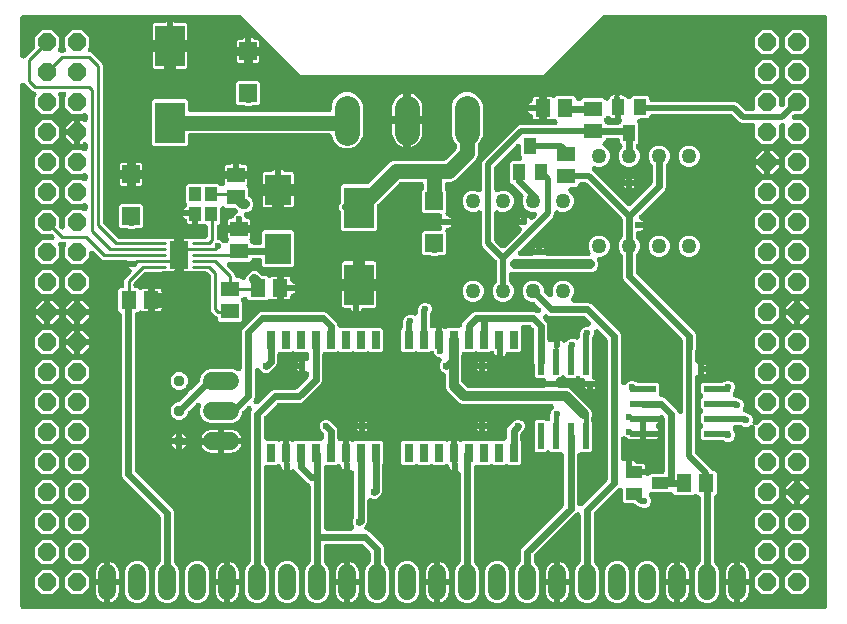
<source format=gbr>
G04 EAGLE Gerber RS-274X export*
G75*
%MOMM*%
%FSLAX34Y34*%
%LPD*%
%INTop Copper*%
%IPPOS*%
%AMOC8*
5,1,8,0,0,1.08239X$1,22.5*%
G01*
%ADD10P,1.649562X8X292.500000*%
%ADD11R,1.500000X1.300000*%
%ADD12R,1.300000X1.500000*%
%ADD13C,0.550000*%
%ADD14R,1.600000X2.350000*%
%ADD15C,0.250000*%
%ADD16R,2.200000X2.600000*%
%ADD17R,1.000000X1.200000*%
%ADD18R,0.762000X1.524000*%
%ADD19C,1.524000*%
%ADD20C,0.959600*%
%ADD21R,0.500000X2.200000*%
%ADD22R,1.000000X1.400000*%
%ADD23C,1.270000*%
%ADD24R,2.200000X0.500000*%
%ADD25R,1.400000X1.000000*%
%ADD26R,1.500000X1.500000*%
%ADD27C,2.095500*%
%ADD28R,2.500000X3.500000*%
%ADD29C,0.254000*%
%ADD30C,0.609600*%
%ADD31C,1.270000*%
%ADD32C,0.600000*%
%ADD33C,0.508000*%
%ADD34C,0.812800*%
%ADD35C,0.406400*%

G36*
X683295Y2544D02*
X683295Y2544D01*
X683329Y2542D01*
X683518Y2564D01*
X683709Y2581D01*
X683742Y2590D01*
X683776Y2594D01*
X683959Y2649D01*
X684143Y2699D01*
X684174Y2714D01*
X684207Y2724D01*
X684378Y2811D01*
X684550Y2893D01*
X684578Y2913D01*
X684609Y2928D01*
X684761Y3044D01*
X684916Y3155D01*
X684940Y3180D01*
X684967Y3200D01*
X685096Y3340D01*
X685230Y3477D01*
X685249Y3506D01*
X685273Y3532D01*
X685375Y3693D01*
X685482Y3850D01*
X685496Y3882D01*
X685514Y3911D01*
X685587Y4088D01*
X685664Y4262D01*
X685672Y4296D01*
X685685Y4328D01*
X685725Y4515D01*
X685771Y4700D01*
X685773Y4734D01*
X685780Y4768D01*
X685799Y5080D01*
X685799Y502920D01*
X685796Y502955D01*
X685798Y502989D01*
X685776Y503178D01*
X685759Y503369D01*
X685750Y503402D01*
X685746Y503436D01*
X685691Y503619D01*
X685641Y503803D01*
X685626Y503834D01*
X685616Y503867D01*
X685529Y504038D01*
X685447Y504210D01*
X685427Y504238D01*
X685412Y504269D01*
X685296Y504421D01*
X685185Y504576D01*
X685160Y504600D01*
X685140Y504627D01*
X685000Y504756D01*
X684863Y504890D01*
X684834Y504909D01*
X684808Y504933D01*
X684647Y505035D01*
X684490Y505142D01*
X684458Y505156D01*
X684429Y505174D01*
X684252Y505247D01*
X684078Y505324D01*
X684044Y505332D01*
X684012Y505345D01*
X683825Y505385D01*
X683640Y505431D01*
X683606Y505433D01*
X683572Y505440D01*
X683260Y505459D01*
X497404Y505459D01*
X497241Y505445D01*
X497076Y505438D01*
X497017Y505425D01*
X496956Y505419D01*
X496797Y505376D01*
X496636Y505340D01*
X496580Y505317D01*
X496521Y505301D01*
X496373Y505230D01*
X496221Y505167D01*
X496170Y505134D01*
X496115Y505107D01*
X495981Y505012D01*
X495843Y504922D01*
X495785Y504871D01*
X495749Y504845D01*
X495706Y504802D01*
X495609Y504716D01*
X445552Y454659D01*
X240248Y454659D01*
X209034Y485873D01*
X208943Y485949D01*
X208858Y486033D01*
X208770Y486093D01*
X208688Y486162D01*
X208585Y486221D01*
X208488Y486288D01*
X208390Y486332D01*
X208297Y486385D01*
X208186Y486425D01*
X208078Y486474D01*
X207974Y486500D01*
X207873Y486536D01*
X207756Y486556D01*
X207641Y486585D01*
X207535Y486592D01*
X207479Y486601D01*
X207476Y486686D01*
X207452Y486791D01*
X207439Y486897D01*
X207404Y487010D01*
X207378Y487126D01*
X207337Y487225D01*
X207305Y487327D01*
X207250Y487432D01*
X207204Y487541D01*
X207146Y487631D01*
X207097Y487726D01*
X207024Y487820D01*
X206960Y487920D01*
X206860Y488033D01*
X206822Y488082D01*
X206794Y488108D01*
X206753Y488154D01*
X190191Y504716D01*
X190065Y504821D01*
X189944Y504933D01*
X189893Y504965D01*
X189846Y505004D01*
X189703Y505086D01*
X189564Y505174D01*
X189508Y505198D01*
X189455Y505228D01*
X189300Y505283D01*
X189148Y505345D01*
X189088Y505358D01*
X189031Y505379D01*
X188868Y505405D01*
X188708Y505440D01*
X188631Y505445D01*
X188587Y505452D01*
X188525Y505451D01*
X188396Y505459D01*
X5080Y505459D01*
X5045Y505456D01*
X5011Y505458D01*
X4822Y505436D01*
X4631Y505419D01*
X4598Y505410D01*
X4564Y505406D01*
X4381Y505351D01*
X4197Y505301D01*
X4166Y505286D01*
X4133Y505276D01*
X3962Y505189D01*
X3790Y505107D01*
X3762Y505087D01*
X3731Y505072D01*
X3579Y504956D01*
X3424Y504845D01*
X3400Y504820D01*
X3373Y504800D01*
X3244Y504660D01*
X3110Y504523D01*
X3091Y504494D01*
X3067Y504468D01*
X2965Y504307D01*
X2858Y504150D01*
X2844Y504118D01*
X2826Y504089D01*
X2753Y503912D01*
X2676Y503738D01*
X2668Y503704D01*
X2655Y503672D01*
X2615Y503485D01*
X2569Y503300D01*
X2567Y503266D01*
X2560Y503232D01*
X2541Y502920D01*
X2541Y471260D01*
X2552Y471131D01*
X2554Y471001D01*
X2572Y470907D01*
X2581Y470812D01*
X2615Y470686D01*
X2640Y470559D01*
X2674Y470469D01*
X2699Y470377D01*
X2755Y470260D01*
X2802Y470139D01*
X2852Y470057D01*
X2893Y469971D01*
X2968Y469865D01*
X3036Y469754D01*
X3099Y469682D01*
X3155Y469605D01*
X3248Y469514D01*
X3334Y469417D01*
X3409Y469357D01*
X3477Y469291D01*
X3585Y469218D01*
X3687Y469137D01*
X3771Y469092D01*
X3850Y469038D01*
X3969Y468986D01*
X4084Y468924D01*
X4175Y468895D01*
X4262Y468856D01*
X4389Y468825D01*
X4512Y468785D01*
X4607Y468772D01*
X4700Y468750D01*
X4829Y468742D01*
X4958Y468724D01*
X5054Y468728D01*
X5149Y468722D01*
X5278Y468737D01*
X5408Y468742D01*
X5501Y468763D01*
X5596Y468774D01*
X5721Y468812D01*
X5848Y468840D01*
X5936Y468877D01*
X6027Y468904D01*
X6143Y468963D01*
X6263Y469013D01*
X6343Y469065D01*
X6429Y469109D01*
X6532Y469187D01*
X6641Y469258D01*
X6739Y469344D01*
X6787Y469381D01*
X6818Y469413D01*
X6876Y469465D01*
X14496Y477085D01*
X14601Y477211D01*
X14713Y477332D01*
X14745Y477383D01*
X14784Y477430D01*
X14866Y477573D01*
X14954Y477712D01*
X14978Y477768D01*
X15008Y477821D01*
X15063Y477976D01*
X15125Y478128D01*
X15138Y478188D01*
X15159Y478245D01*
X15185Y478408D01*
X15220Y478568D01*
X15225Y478645D01*
X15232Y478690D01*
X15231Y478751D01*
X15239Y478880D01*
X15239Y486809D01*
X21191Y492761D01*
X29609Y492761D01*
X35561Y486809D01*
X35561Y478391D01*
X35215Y478046D01*
X35132Y477946D01*
X35041Y477853D01*
X34987Y477773D01*
X34926Y477700D01*
X34862Y477587D01*
X34789Y477480D01*
X34750Y477392D01*
X34703Y477309D01*
X34659Y477187D01*
X34606Y477068D01*
X34584Y476975D01*
X34552Y476885D01*
X34531Y476757D01*
X34500Y476630D01*
X34494Y476535D01*
X34478Y476441D01*
X34480Y476311D01*
X34472Y476181D01*
X34483Y476086D01*
X34484Y475991D01*
X34509Y475863D01*
X34524Y475734D01*
X34552Y475642D01*
X34570Y475548D01*
X34617Y475427D01*
X34654Y475303D01*
X34698Y475217D01*
X34732Y475128D01*
X34800Y475017D01*
X34859Y474901D01*
X34917Y474825D01*
X34966Y474744D01*
X35052Y474646D01*
X35131Y474543D01*
X35201Y474478D01*
X35264Y474406D01*
X35366Y474326D01*
X35462Y474237D01*
X35543Y474186D01*
X35617Y474127D01*
X35732Y474066D01*
X35842Y473996D01*
X35930Y473959D01*
X36014Y473914D01*
X36138Y473874D01*
X36258Y473825D01*
X36352Y473805D01*
X36443Y473775D01*
X36571Y473757D01*
X36699Y473730D01*
X36829Y473722D01*
X36889Y473714D01*
X36933Y473715D01*
X37010Y473711D01*
X39190Y473711D01*
X39319Y473722D01*
X39449Y473724D01*
X39543Y473742D01*
X39638Y473751D01*
X39764Y473785D01*
X39891Y473810D01*
X39980Y473844D01*
X40072Y473869D01*
X40190Y473925D01*
X40311Y473972D01*
X40393Y474022D01*
X40479Y474063D01*
X40585Y474138D01*
X40696Y474206D01*
X40767Y474269D01*
X40845Y474325D01*
X40936Y474418D01*
X41033Y474504D01*
X41093Y474579D01*
X41159Y474647D01*
X41232Y474755D01*
X41313Y474857D01*
X41358Y474941D01*
X41411Y475020D01*
X41464Y475139D01*
X41525Y475254D01*
X41555Y475345D01*
X41594Y475432D01*
X41624Y475559D01*
X41665Y475682D01*
X41678Y475777D01*
X41700Y475870D01*
X41708Y475999D01*
X41726Y476128D01*
X41722Y476224D01*
X41728Y476319D01*
X41713Y476448D01*
X41708Y476578D01*
X41687Y476671D01*
X41676Y476766D01*
X41638Y476891D01*
X41610Y477018D01*
X41573Y477106D01*
X41546Y477197D01*
X41486Y477313D01*
X41436Y477433D01*
X41384Y477513D01*
X41341Y477599D01*
X41263Y477702D01*
X41192Y477811D01*
X41106Y477909D01*
X41069Y477957D01*
X41036Y477988D01*
X40985Y478046D01*
X40639Y478391D01*
X40639Y486809D01*
X46591Y492761D01*
X55009Y492761D01*
X60961Y486809D01*
X60961Y478391D01*
X60560Y477991D01*
X60507Y477927D01*
X60448Y477871D01*
X60363Y477755D01*
X60271Y477645D01*
X60230Y477574D01*
X60182Y477507D01*
X60119Y477379D01*
X60048Y477254D01*
X60020Y477177D01*
X59984Y477103D01*
X59945Y476965D01*
X59897Y476830D01*
X59884Y476749D01*
X59861Y476670D01*
X59847Y476527D01*
X59823Y476386D01*
X59825Y476304D01*
X59816Y476221D01*
X59828Y476079D01*
X59830Y475936D01*
X59845Y475855D01*
X59852Y475773D01*
X59888Y475634D01*
X59915Y475494D01*
X59945Y475417D01*
X59966Y475337D01*
X60026Y475207D01*
X60077Y475074D01*
X60120Y475003D01*
X60155Y474928D01*
X60237Y474811D01*
X60311Y474689D01*
X60366Y474627D01*
X60413Y474560D01*
X60515Y474459D01*
X60610Y474351D01*
X60674Y474300D01*
X60733Y474242D01*
X60850Y474161D01*
X60963Y474072D01*
X61035Y474033D01*
X61103Y473986D01*
X61325Y473878D01*
X61359Y473859D01*
X61370Y473856D01*
X61384Y473849D01*
X63119Y473131D01*
X71811Y464439D01*
X72391Y463038D01*
X72391Y330290D01*
X72405Y330127D01*
X72412Y329962D01*
X72425Y329903D01*
X72431Y329842D01*
X72474Y329683D01*
X72510Y329523D01*
X72533Y329466D01*
X72549Y329407D01*
X72620Y329259D01*
X72683Y329107D01*
X72716Y329056D01*
X72743Y329001D01*
X72838Y328867D01*
X72928Y328729D01*
X72979Y328671D01*
X73005Y328635D01*
X73048Y328592D01*
X73134Y328495D01*
X84815Y316814D01*
X84941Y316709D01*
X85062Y316597D01*
X85113Y316565D01*
X85160Y316526D01*
X85303Y316444D01*
X85442Y316356D01*
X85498Y316332D01*
X85551Y316302D01*
X85706Y316247D01*
X85858Y316185D01*
X85918Y316172D01*
X85975Y316151D01*
X86138Y316125D01*
X86298Y316090D01*
X86375Y316085D01*
X86420Y316078D01*
X86481Y316079D01*
X86610Y316071D01*
X122906Y316071D01*
X122909Y316070D01*
X123063Y316060D01*
X123126Y316053D01*
X123162Y316054D01*
X123221Y316051D01*
X125914Y316051D01*
X126375Y315860D01*
X126476Y315828D01*
X126573Y315787D01*
X126690Y315761D01*
X126805Y315725D01*
X126910Y315712D01*
X127012Y315689D01*
X127132Y315683D01*
X127252Y315668D01*
X127357Y315674D01*
X127462Y315669D01*
X127581Y315685D01*
X127701Y315691D01*
X127804Y315715D01*
X127908Y315729D01*
X128023Y315766D01*
X128140Y315793D01*
X128230Y315832D01*
X128897Y316011D01*
X133161Y316011D01*
X133161Y314902D01*
X133166Y314844D01*
X133163Y314786D01*
X133186Y314620D01*
X133201Y314454D01*
X133216Y314397D01*
X133224Y314339D01*
X133275Y314181D01*
X133319Y314019D01*
X133344Y313967D01*
X133362Y313911D01*
X133441Y313764D01*
X133513Y313613D01*
X133547Y313565D01*
X133574Y313514D01*
X133677Y313383D01*
X133775Y313247D01*
X133817Y313206D01*
X133853Y313160D01*
X133977Y313049D01*
X134097Y312933D01*
X134146Y312900D01*
X134190Y312861D01*
X134332Y312774D01*
X134470Y312681D01*
X134524Y312657D01*
X134574Y312626D01*
X134621Y312608D01*
X134621Y307760D01*
X134621Y303720D01*
X134624Y303686D01*
X134622Y303651D01*
X134644Y303462D01*
X134660Y303272D01*
X134670Y303238D01*
X134674Y303204D01*
X134729Y303021D01*
X134779Y302837D01*
X134794Y302806D01*
X134804Y302773D01*
X134891Y302602D01*
X134972Y302431D01*
X134993Y302403D01*
X135008Y302372D01*
X135092Y302261D01*
X135045Y302187D01*
X134938Y302029D01*
X134924Y301998D01*
X134905Y301968D01*
X134833Y301792D01*
X134756Y301618D01*
X134748Y301584D01*
X134735Y301552D01*
X134694Y301365D01*
X134649Y301180D01*
X134647Y301146D01*
X134640Y301112D01*
X134621Y300800D01*
X134621Y296760D01*
X134621Y291906D01*
X134604Y291898D01*
X134452Y291829D01*
X134404Y291796D01*
X134351Y291769D01*
X134218Y291668D01*
X134081Y291574D01*
X134039Y291533D01*
X133993Y291497D01*
X133879Y291374D01*
X133761Y291257D01*
X133727Y291209D01*
X133687Y291166D01*
X133598Y291025D01*
X133502Y290889D01*
X133477Y290836D01*
X133446Y290786D01*
X133382Y290632D01*
X133312Y290481D01*
X133297Y290424D01*
X133275Y290370D01*
X133239Y290206D01*
X133197Y290045D01*
X133192Y289987D01*
X133180Y289930D01*
X133161Y289618D01*
X133161Y288509D01*
X128897Y288509D01*
X128257Y288681D01*
X128209Y288703D01*
X128107Y288730D01*
X128007Y288766D01*
X127890Y288787D01*
X127774Y288818D01*
X127668Y288826D01*
X127564Y288844D01*
X127444Y288844D01*
X127325Y288854D01*
X127220Y288843D01*
X127114Y288843D01*
X126996Y288821D01*
X126877Y288810D01*
X126775Y288781D01*
X126671Y288762D01*
X126503Y288704D01*
X126444Y288688D01*
X126418Y288675D01*
X126375Y288660D01*
X125914Y288469D01*
X123448Y288469D01*
X123331Y288459D01*
X123214Y288459D01*
X123108Y288439D01*
X122999Y288429D01*
X122886Y288399D01*
X122771Y288378D01*
X122625Y288327D01*
X122565Y288311D01*
X122532Y288295D01*
X122515Y288289D01*
X109310Y288289D01*
X109147Y288275D01*
X108982Y288268D01*
X108923Y288255D01*
X108862Y288249D01*
X108703Y288206D01*
X108543Y288170D01*
X108486Y288147D01*
X108427Y288131D01*
X108279Y288060D01*
X108127Y287997D01*
X108076Y287964D01*
X108021Y287937D01*
X107887Y287842D01*
X107749Y287752D01*
X107691Y287701D01*
X107655Y287675D01*
X107612Y287632D01*
X107515Y287546D01*
X99194Y279225D01*
X99089Y279099D01*
X98977Y278978D01*
X98945Y278927D01*
X98906Y278880D01*
X98824Y278737D01*
X98736Y278598D01*
X98712Y278542D01*
X98682Y278489D01*
X98627Y278334D01*
X98565Y278182D01*
X98552Y278122D01*
X98531Y278065D01*
X98505Y277902D01*
X98470Y277742D01*
X98465Y277665D01*
X98458Y277620D01*
X98459Y277559D01*
X98451Y277430D01*
X98451Y276740D01*
X98452Y276722D01*
X98452Y276711D01*
X98453Y276697D01*
X98452Y276671D01*
X98474Y276482D01*
X98491Y276291D01*
X98500Y276258D01*
X98504Y276224D01*
X98559Y276041D01*
X98609Y275857D01*
X98624Y275826D01*
X98634Y275793D01*
X98721Y275622D01*
X98803Y275450D01*
X98823Y275422D01*
X98838Y275391D01*
X98954Y275239D01*
X99065Y275084D01*
X99090Y275060D01*
X99110Y275033D01*
X99250Y274904D01*
X99387Y274770D01*
X99416Y274751D01*
X99442Y274727D01*
X99603Y274625D01*
X99760Y274518D01*
X99792Y274504D01*
X99821Y274486D01*
X99998Y274413D01*
X100172Y274336D01*
X100206Y274328D01*
X100238Y274315D01*
X100425Y274275D01*
X100610Y274229D01*
X100644Y274227D01*
X100678Y274220D01*
X100990Y274201D01*
X102192Y274201D01*
X102772Y273621D01*
X102889Y273523D01*
X103001Y273419D01*
X103061Y273379D01*
X103117Y273333D01*
X103250Y273256D01*
X103378Y273173D01*
X103445Y273145D01*
X103508Y273109D01*
X103652Y273058D01*
X103793Y272999D01*
X103864Y272983D01*
X103932Y272958D01*
X104083Y272933D01*
X104233Y272900D01*
X104305Y272897D01*
X104376Y272885D01*
X104530Y272887D01*
X104682Y272880D01*
X104754Y272890D01*
X104827Y272891D01*
X104977Y272920D01*
X105129Y272940D01*
X105198Y272963D01*
X105269Y272977D01*
X105411Y273032D01*
X105557Y273079D01*
X105641Y273120D01*
X105689Y273139D01*
X105737Y273168D01*
X105837Y273218D01*
X106368Y273524D01*
X106877Y273661D01*
X110391Y273661D01*
X110391Y264870D01*
X110394Y264836D01*
X110392Y264801D01*
X110414Y264612D01*
X110431Y264422D01*
X110440Y264388D01*
X110444Y264354D01*
X110498Y264173D01*
X110464Y264015D01*
X110419Y263830D01*
X110417Y263796D01*
X110410Y263762D01*
X110391Y263450D01*
X110391Y254659D01*
X106877Y254659D01*
X106368Y254796D01*
X105837Y255102D01*
X105698Y255167D01*
X105563Y255239D01*
X105494Y255261D01*
X105429Y255292D01*
X105281Y255331D01*
X105135Y255378D01*
X105063Y255388D01*
X104993Y255406D01*
X104841Y255419D01*
X104689Y255439D01*
X104616Y255436D01*
X104544Y255442D01*
X104392Y255427D01*
X104239Y255421D01*
X104168Y255405D01*
X104096Y255398D01*
X103949Y255357D01*
X103799Y255323D01*
X103733Y255295D01*
X103663Y255276D01*
X103525Y255209D01*
X103384Y255150D01*
X103323Y255111D01*
X103258Y255079D01*
X103134Y254989D01*
X103006Y254906D01*
X102936Y254843D01*
X102894Y254813D01*
X102855Y254772D01*
X102772Y254699D01*
X102192Y254119D01*
X102108Y254119D01*
X102073Y254116D01*
X102039Y254118D01*
X101850Y254096D01*
X101659Y254079D01*
X101626Y254070D01*
X101592Y254066D01*
X101409Y254011D01*
X101225Y253961D01*
X101194Y253946D01*
X101161Y253936D01*
X100990Y253849D01*
X100818Y253767D01*
X100790Y253747D01*
X100759Y253732D01*
X100607Y253616D01*
X100452Y253505D01*
X100428Y253480D01*
X100401Y253460D01*
X100272Y253320D01*
X100138Y253183D01*
X100119Y253154D01*
X100095Y253128D01*
X99993Y252967D01*
X99886Y252810D01*
X99872Y252778D01*
X99854Y252749D01*
X99781Y252572D01*
X99704Y252398D01*
X99696Y252364D01*
X99683Y252332D01*
X99643Y252145D01*
X99597Y251960D01*
X99595Y251926D01*
X99588Y251892D01*
X99569Y251580D01*
X99569Y120207D01*
X99583Y120043D01*
X99590Y119879D01*
X99603Y119819D01*
X99609Y119758D01*
X99652Y119599D01*
X99688Y119439D01*
X99711Y119383D01*
X99727Y119324D01*
X99798Y119176D01*
X99861Y119024D01*
X99894Y118972D01*
X99921Y118917D01*
X100016Y118784D01*
X100106Y118645D01*
X100157Y118588D01*
X100183Y118551D01*
X100226Y118509D01*
X100312Y118411D01*
X131738Y86986D01*
X132589Y84932D01*
X132589Y42853D01*
X132603Y42689D01*
X132610Y42524D01*
X132623Y42465D01*
X132629Y42404D01*
X132672Y42245D01*
X132708Y42085D01*
X132731Y42028D01*
X132747Y41970D01*
X132818Y41822D01*
X132881Y41669D01*
X132914Y41618D01*
X132941Y41563D01*
X133036Y41430D01*
X133126Y41291D01*
X133177Y41233D01*
X133203Y41197D01*
X133246Y41154D01*
X133332Y41057D01*
X135614Y38776D01*
X137161Y35041D01*
X137161Y15759D01*
X135614Y12024D01*
X132756Y9166D01*
X129021Y7619D01*
X124979Y7619D01*
X121244Y9166D01*
X118386Y12024D01*
X116839Y15759D01*
X116839Y35041D01*
X118386Y38776D01*
X120668Y41057D01*
X120773Y41183D01*
X120885Y41304D01*
X120917Y41356D01*
X120956Y41402D01*
X121038Y41545D01*
X121126Y41684D01*
X121150Y41740D01*
X121180Y41793D01*
X121235Y41948D01*
X121297Y42100D01*
X121310Y42160D01*
X121331Y42218D01*
X121357Y42380D01*
X121392Y42541D01*
X121397Y42618D01*
X121404Y42662D01*
X121403Y42723D01*
X121411Y42853D01*
X121411Y80453D01*
X121397Y80617D01*
X121390Y80781D01*
X121377Y80841D01*
X121371Y80902D01*
X121328Y81061D01*
X121292Y81221D01*
X121269Y81277D01*
X121253Y81336D01*
X121182Y81484D01*
X121119Y81636D01*
X121086Y81688D01*
X121059Y81743D01*
X120964Y81876D01*
X120874Y82015D01*
X120823Y82072D01*
X120797Y82109D01*
X120754Y82151D01*
X120668Y82249D01*
X89242Y113674D01*
X88391Y115728D01*
X88391Y251764D01*
X88377Y251928D01*
X88370Y252092D01*
X88357Y252152D01*
X88351Y252212D01*
X88308Y252371D01*
X88272Y252532D01*
X88249Y252588D01*
X88233Y252647D01*
X88162Y252795D01*
X88099Y252947D01*
X88066Y252998D01*
X88039Y253053D01*
X87944Y253187D01*
X87854Y253325D01*
X87803Y253383D01*
X87777Y253419D01*
X87734Y253462D01*
X87648Y253559D01*
X85599Y255608D01*
X85599Y272712D01*
X87088Y274201D01*
X88290Y274201D01*
X88325Y274204D01*
X88359Y274202D01*
X88548Y274224D01*
X88739Y274241D01*
X88772Y274250D01*
X88806Y274254D01*
X88989Y274309D01*
X89173Y274359D01*
X89204Y274374D01*
X89237Y274384D01*
X89408Y274471D01*
X89580Y274553D01*
X89608Y274573D01*
X89639Y274588D01*
X89791Y274704D01*
X89946Y274815D01*
X89970Y274840D01*
X89997Y274860D01*
X90126Y275000D01*
X90260Y275137D01*
X90279Y275166D01*
X90303Y275192D01*
X90405Y275353D01*
X90512Y275510D01*
X90526Y275542D01*
X90544Y275571D01*
X90617Y275748D01*
X90694Y275922D01*
X90702Y275956D01*
X90715Y275988D01*
X90755Y276175D01*
X90801Y276360D01*
X90803Y276394D01*
X90810Y276428D01*
X90829Y276740D01*
X90829Y280818D01*
X91409Y282219D01*
X92839Y283648D01*
X96127Y286936D01*
X96164Y286981D01*
X96208Y287021D01*
X96309Y287154D01*
X96416Y287281D01*
X96445Y287332D01*
X96480Y287379D01*
X96556Y287527D01*
X96639Y287672D01*
X96659Y287728D01*
X96685Y287780D01*
X96734Y287939D01*
X96790Y288096D01*
X96799Y288154D01*
X96816Y288211D01*
X96836Y288376D01*
X96863Y288541D01*
X96862Y288599D01*
X96869Y288658D01*
X96859Y288824D01*
X96857Y288991D01*
X96846Y289049D01*
X96843Y289107D01*
X96803Y289269D01*
X96772Y289433D01*
X96750Y289488D01*
X96737Y289545D01*
X96669Y289698D01*
X96609Y289853D01*
X96579Y289903D01*
X96555Y289957D01*
X96462Y290095D01*
X96375Y290238D01*
X96337Y290282D01*
X96304Y290330D01*
X96188Y290450D01*
X96077Y290575D01*
X96031Y290612D01*
X95990Y290654D01*
X95923Y290705D01*
X95176Y291452D01*
X94742Y292101D01*
X99060Y292101D01*
X99094Y292104D01*
X99129Y292102D01*
X99318Y292124D01*
X99508Y292140D01*
X99542Y292150D01*
X99576Y292154D01*
X99759Y292209D01*
X99943Y292259D01*
X99974Y292274D01*
X100007Y292284D01*
X100178Y292371D01*
X100349Y292452D01*
X100377Y292473D01*
X100408Y292488D01*
X100560Y292603D01*
X100715Y292715D01*
X100739Y292739D01*
X100767Y292760D01*
X100896Y292900D01*
X101029Y293037D01*
X101049Y293066D01*
X101072Y293091D01*
X101175Y293252D01*
X101281Y293410D01*
X101295Y293442D01*
X101314Y293471D01*
X101386Y293648D01*
X101464Y293822D01*
X101472Y293856D01*
X101485Y293888D01*
X101525Y294074D01*
X101570Y294259D01*
X101572Y294294D01*
X101580Y294328D01*
X101599Y294640D01*
X101596Y294675D01*
X101598Y294709D01*
X101576Y294899D01*
X101559Y295089D01*
X101550Y295122D01*
X101546Y295156D01*
X101491Y295339D01*
X101440Y295523D01*
X101426Y295554D01*
X101416Y295587D01*
X101329Y295758D01*
X101247Y295930D01*
X101227Y295958D01*
X101211Y295989D01*
X101096Y296141D01*
X100985Y296296D01*
X100960Y296320D01*
X100939Y296347D01*
X100799Y296477D01*
X100662Y296610D01*
X100634Y296629D01*
X100608Y296653D01*
X100447Y296755D01*
X100289Y296862D01*
X100258Y296876D01*
X100228Y296894D01*
X100052Y296967D01*
X99877Y297044D01*
X99844Y297052D01*
X99812Y297065D01*
X99625Y297106D01*
X99440Y297151D01*
X99406Y297153D01*
X99372Y297160D01*
X99060Y297179D01*
X93822Y297179D01*
X93803Y297206D01*
X93776Y297259D01*
X93676Y297392D01*
X93581Y297529D01*
X93540Y297571D01*
X93504Y297617D01*
X93382Y297730D01*
X93264Y297849D01*
X93216Y297883D01*
X93173Y297923D01*
X93033Y298012D01*
X92896Y298108D01*
X92843Y298133D01*
X92794Y298164D01*
X92639Y298228D01*
X92488Y298298D01*
X92431Y298313D01*
X92377Y298335D01*
X92214Y298370D01*
X92052Y298413D01*
X91994Y298418D01*
X91937Y298430D01*
X91625Y298449D01*
X72902Y298449D01*
X71501Y299029D01*
X65296Y305235D01*
X65196Y305319D01*
X65103Y305409D01*
X65023Y305463D01*
X64950Y305524D01*
X64837Y305589D01*
X64730Y305662D01*
X64642Y305700D01*
X64559Y305748D01*
X64437Y305791D01*
X64318Y305844D01*
X64225Y305866D01*
X64135Y305898D01*
X64007Y305920D01*
X63880Y305950D01*
X63785Y305956D01*
X63691Y305972D01*
X63561Y305970D01*
X63431Y305978D01*
X63336Y305967D01*
X63240Y305966D01*
X63113Y305941D01*
X62984Y305926D01*
X62892Y305898D01*
X62798Y305880D01*
X62677Y305833D01*
X62553Y305796D01*
X62468Y305752D01*
X62378Y305718D01*
X62267Y305650D01*
X62151Y305591D01*
X62075Y305534D01*
X61994Y305484D01*
X61896Y305398D01*
X61793Y305319D01*
X61728Y305249D01*
X61656Y305186D01*
X61576Y305084D01*
X61487Y304988D01*
X61436Y304908D01*
X61377Y304833D01*
X61316Y304718D01*
X61246Y304608D01*
X61209Y304520D01*
X61164Y304436D01*
X61124Y304312D01*
X61075Y304192D01*
X61055Y304098D01*
X61025Y304008D01*
X61007Y303879D01*
X60980Y303752D01*
X60972Y303622D01*
X60964Y303562D01*
X60965Y303517D01*
X60961Y303440D01*
X60961Y300591D01*
X55009Y294639D01*
X46591Y294639D01*
X40639Y300591D01*
X40639Y309009D01*
X40985Y309354D01*
X41068Y309454D01*
X41159Y309547D01*
X41213Y309627D01*
X41274Y309700D01*
X41338Y309813D01*
X41411Y309920D01*
X41450Y310008D01*
X41497Y310091D01*
X41541Y310213D01*
X41594Y310332D01*
X41616Y310425D01*
X41648Y310515D01*
X41669Y310643D01*
X41700Y310770D01*
X41706Y310865D01*
X41722Y310959D01*
X41720Y311089D01*
X41728Y311219D01*
X41717Y311314D01*
X41716Y311409D01*
X41691Y311537D01*
X41676Y311666D01*
X41648Y311758D01*
X41630Y311852D01*
X41583Y311973D01*
X41546Y312097D01*
X41502Y312183D01*
X41468Y312272D01*
X41400Y312383D01*
X41341Y312499D01*
X41283Y312575D01*
X41234Y312656D01*
X41148Y312754D01*
X41069Y312857D01*
X40999Y312922D01*
X40936Y312994D01*
X40834Y313074D01*
X40738Y313163D01*
X40657Y313214D01*
X40583Y313273D01*
X40468Y313334D01*
X40358Y313404D01*
X40270Y313441D01*
X40186Y313486D01*
X40062Y313526D01*
X39942Y313575D01*
X39848Y313595D01*
X39757Y313625D01*
X39629Y313643D01*
X39501Y313670D01*
X39371Y313678D01*
X39311Y313686D01*
X39267Y313685D01*
X39190Y313689D01*
X37010Y313689D01*
X36881Y313678D01*
X36751Y313676D01*
X36657Y313658D01*
X36562Y313649D01*
X36436Y313615D01*
X36309Y313590D01*
X36220Y313556D01*
X36128Y313531D01*
X36010Y313475D01*
X35889Y313428D01*
X35807Y313378D01*
X35721Y313337D01*
X35615Y313262D01*
X35504Y313194D01*
X35433Y313131D01*
X35355Y313075D01*
X35264Y312982D01*
X35167Y312896D01*
X35107Y312821D01*
X35041Y312753D01*
X34968Y312645D01*
X34887Y312543D01*
X34842Y312459D01*
X34789Y312380D01*
X34736Y312261D01*
X34675Y312146D01*
X34645Y312055D01*
X34606Y311968D01*
X34576Y311841D01*
X34535Y311718D01*
X34522Y311623D01*
X34500Y311530D01*
X34492Y311401D01*
X34474Y311272D01*
X34478Y311176D01*
X34472Y311081D01*
X34487Y310952D01*
X34492Y310822D01*
X34513Y310729D01*
X34524Y310634D01*
X34562Y310509D01*
X34590Y310382D01*
X34627Y310294D01*
X34654Y310203D01*
X34714Y310087D01*
X34764Y309967D01*
X34816Y309887D01*
X34859Y309801D01*
X34937Y309698D01*
X35008Y309589D01*
X35094Y309491D01*
X35131Y309443D01*
X35164Y309412D01*
X35215Y309354D01*
X35561Y309009D01*
X35561Y300591D01*
X29609Y294639D01*
X21191Y294639D01*
X15239Y300591D01*
X15239Y309009D01*
X21191Y314961D01*
X29120Y314961D01*
X29207Y314969D01*
X29295Y314967D01*
X29431Y314988D01*
X29568Y315001D01*
X29653Y315024D01*
X29740Y315038D01*
X29870Y315083D01*
X30003Y315119D01*
X30082Y315157D01*
X30165Y315186D01*
X30285Y315253D01*
X30409Y315313D01*
X30481Y315364D01*
X30557Y315407D01*
X30663Y315494D01*
X30775Y315575D01*
X30837Y315638D01*
X30904Y315693D01*
X30993Y315799D01*
X31089Y315897D01*
X31139Y315970D01*
X31195Y316037D01*
X31264Y316156D01*
X31342Y316270D01*
X31377Y316351D01*
X31421Y316427D01*
X31468Y316556D01*
X31524Y316682D01*
X31545Y316768D01*
X31574Y316850D01*
X31598Y316986D01*
X31630Y317120D01*
X31636Y317207D01*
X31651Y317294D01*
X31650Y317431D01*
X31658Y317569D01*
X31648Y317656D01*
X31647Y317744D01*
X31622Y317879D01*
X31606Y318016D01*
X31581Y318100D01*
X31564Y318187D01*
X31516Y318315D01*
X31476Y318447D01*
X31436Y318526D01*
X31405Y318608D01*
X31334Y318726D01*
X31271Y318849D01*
X31218Y318918D01*
X31173Y318994D01*
X31083Y319098D01*
X30999Y319207D01*
X30935Y319267D01*
X30877Y319333D01*
X30770Y319419D01*
X30668Y319512D01*
X30594Y319560D01*
X30526Y319614D01*
X30329Y319729D01*
X30322Y319733D01*
X30288Y319754D01*
X30275Y319760D01*
X30255Y319771D01*
X30063Y319847D01*
X29872Y319925D01*
X29854Y319929D01*
X29836Y319936D01*
X29634Y319976D01*
X29432Y320020D01*
X29409Y320021D01*
X29395Y320024D01*
X29347Y320025D01*
X29120Y320039D01*
X21191Y320039D01*
X15239Y325991D01*
X15239Y334409D01*
X21191Y340361D01*
X29609Y340361D01*
X35561Y334409D01*
X35561Y326480D01*
X35579Y326274D01*
X35594Y326068D01*
X35599Y326050D01*
X35601Y326032D01*
X35655Y325833D01*
X35707Y325632D01*
X35715Y325612D01*
X35719Y325597D01*
X35740Y325554D01*
X35829Y325345D01*
X35875Y325270D01*
X35913Y325191D01*
X35993Y325079D01*
X36065Y324961D01*
X36124Y324896D01*
X36175Y324825D01*
X36274Y324728D01*
X36365Y324626D01*
X36434Y324572D01*
X36497Y324511D01*
X36612Y324433D01*
X36720Y324349D01*
X36798Y324308D01*
X36870Y324258D01*
X36997Y324203D01*
X37118Y324138D01*
X37202Y324112D01*
X37282Y324076D01*
X37416Y324044D01*
X37547Y324002D01*
X37635Y323990D01*
X37720Y323970D01*
X37857Y323961D01*
X37994Y323943D01*
X38082Y323947D01*
X38169Y323942D01*
X38306Y323958D01*
X38444Y323964D01*
X38529Y323984D01*
X38616Y323994D01*
X38748Y324034D01*
X38883Y324065D01*
X38963Y324099D01*
X39047Y324124D01*
X39170Y324187D01*
X39297Y324241D01*
X39370Y324289D01*
X39449Y324329D01*
X39559Y324412D01*
X39674Y324487D01*
X39737Y324548D01*
X39807Y324601D01*
X39901Y324702D01*
X40001Y324797D01*
X40053Y324867D01*
X40113Y324932D01*
X40187Y325048D01*
X40268Y325159D01*
X40307Y325237D01*
X40354Y325312D01*
X40407Y325439D01*
X40468Y325563D01*
X40492Y325647D01*
X40525Y325728D01*
X40554Y325863D01*
X40593Y325995D01*
X40602Y326082D01*
X40620Y326168D01*
X40634Y326396D01*
X40639Y326443D01*
X40638Y326458D01*
X40639Y326480D01*
X40639Y334409D01*
X46591Y340361D01*
X55009Y340361D01*
X55354Y340015D01*
X55454Y339932D01*
X55547Y339841D01*
X55627Y339787D01*
X55700Y339726D01*
X55813Y339662D01*
X55920Y339589D01*
X56008Y339550D01*
X56091Y339503D01*
X56213Y339459D01*
X56332Y339406D01*
X56425Y339384D01*
X56515Y339352D01*
X56643Y339331D01*
X56770Y339300D01*
X56865Y339294D01*
X56959Y339278D01*
X57089Y339280D01*
X57219Y339272D01*
X57314Y339283D01*
X57409Y339284D01*
X57537Y339309D01*
X57666Y339324D01*
X57758Y339352D01*
X57852Y339370D01*
X57973Y339417D01*
X58097Y339454D01*
X58183Y339498D01*
X58272Y339532D01*
X58383Y339600D01*
X58499Y339659D01*
X58575Y339717D01*
X58656Y339766D01*
X58754Y339852D01*
X58857Y339931D01*
X58922Y340001D01*
X58994Y340064D01*
X59074Y340166D01*
X59163Y340262D01*
X59214Y340343D01*
X59273Y340417D01*
X59334Y340532D01*
X59404Y340642D01*
X59441Y340730D01*
X59486Y340814D01*
X59526Y340938D01*
X59575Y341058D01*
X59595Y341152D01*
X59625Y341243D01*
X59643Y341371D01*
X59670Y341499D01*
X59678Y341629D01*
X59686Y341689D01*
X59685Y341733D01*
X59689Y341810D01*
X59689Y343990D01*
X59678Y344119D01*
X59676Y344249D01*
X59658Y344343D01*
X59649Y344438D01*
X59615Y344564D01*
X59590Y344691D01*
X59556Y344780D01*
X59531Y344872D01*
X59475Y344990D01*
X59428Y345111D01*
X59378Y345193D01*
X59337Y345279D01*
X59262Y345385D01*
X59194Y345496D01*
X59131Y345567D01*
X59075Y345645D01*
X58982Y345736D01*
X58896Y345833D01*
X58821Y345893D01*
X58753Y345959D01*
X58645Y346032D01*
X58543Y346113D01*
X58459Y346158D01*
X58380Y346211D01*
X58261Y346264D01*
X58146Y346325D01*
X58055Y346355D01*
X57968Y346394D01*
X57841Y346424D01*
X57718Y346465D01*
X57623Y346478D01*
X57530Y346500D01*
X57401Y346508D01*
X57272Y346526D01*
X57176Y346522D01*
X57081Y346528D01*
X56952Y346513D01*
X56822Y346508D01*
X56729Y346487D01*
X56634Y346476D01*
X56509Y346438D01*
X56382Y346410D01*
X56294Y346373D01*
X56203Y346346D01*
X56087Y346286D01*
X55967Y346236D01*
X55887Y346184D01*
X55801Y346141D01*
X55698Y346063D01*
X55589Y345992D01*
X55491Y345906D01*
X55443Y345869D01*
X55412Y345836D01*
X55354Y345785D01*
X55009Y345439D01*
X46591Y345439D01*
X40639Y351391D01*
X40639Y359809D01*
X46591Y365761D01*
X55009Y365761D01*
X55354Y365415D01*
X55454Y365332D01*
X55547Y365241D01*
X55627Y365187D01*
X55700Y365126D01*
X55813Y365062D01*
X55920Y364989D01*
X56008Y364950D01*
X56091Y364903D01*
X56213Y364859D01*
X56332Y364806D01*
X56425Y364784D01*
X56515Y364752D01*
X56643Y364731D01*
X56770Y364700D01*
X56865Y364694D01*
X56959Y364678D01*
X57089Y364680D01*
X57219Y364672D01*
X57314Y364683D01*
X57409Y364684D01*
X57537Y364709D01*
X57666Y364724D01*
X57758Y364752D01*
X57852Y364770D01*
X57973Y364817D01*
X58097Y364854D01*
X58183Y364898D01*
X58272Y364932D01*
X58383Y365000D01*
X58499Y365059D01*
X58575Y365117D01*
X58656Y365166D01*
X58754Y365252D01*
X58857Y365331D01*
X58922Y365401D01*
X58994Y365464D01*
X59074Y365566D01*
X59163Y365662D01*
X59214Y365743D01*
X59273Y365817D01*
X59334Y365932D01*
X59404Y366042D01*
X59441Y366130D01*
X59486Y366214D01*
X59526Y366338D01*
X59575Y366458D01*
X59595Y366552D01*
X59625Y366643D01*
X59643Y366771D01*
X59670Y366899D01*
X59678Y367029D01*
X59686Y367089D01*
X59685Y367133D01*
X59689Y367210D01*
X59689Y369390D01*
X59678Y369519D01*
X59676Y369649D01*
X59658Y369743D01*
X59649Y369838D01*
X59615Y369964D01*
X59590Y370091D01*
X59556Y370180D01*
X59531Y370272D01*
X59475Y370390D01*
X59428Y370511D01*
X59378Y370593D01*
X59337Y370679D01*
X59262Y370785D01*
X59194Y370896D01*
X59131Y370967D01*
X59075Y371045D01*
X58982Y371136D01*
X58896Y371233D01*
X58821Y371293D01*
X58753Y371359D01*
X58645Y371432D01*
X58543Y371513D01*
X58459Y371558D01*
X58380Y371611D01*
X58261Y371664D01*
X58146Y371725D01*
X58055Y371755D01*
X57968Y371794D01*
X57841Y371824D01*
X57718Y371865D01*
X57623Y371878D01*
X57530Y371900D01*
X57401Y371908D01*
X57272Y371926D01*
X57176Y371922D01*
X57081Y371928D01*
X56952Y371913D01*
X56822Y371908D01*
X56729Y371887D01*
X56634Y371876D01*
X56509Y371838D01*
X56382Y371810D01*
X56294Y371773D01*
X56203Y371746D01*
X56087Y371686D01*
X55967Y371636D01*
X55887Y371584D01*
X55801Y371541D01*
X55698Y371463D01*
X55589Y371392D01*
X55491Y371306D01*
X55443Y371269D01*
X55412Y371236D01*
X55354Y371185D01*
X55009Y370839D01*
X46591Y370839D01*
X40639Y376791D01*
X40639Y385209D01*
X46591Y391161D01*
X55009Y391161D01*
X55354Y390815D01*
X55454Y390732D01*
X55547Y390641D01*
X55627Y390587D01*
X55700Y390526D01*
X55813Y390462D01*
X55920Y390389D01*
X56008Y390350D01*
X56091Y390303D01*
X56213Y390259D01*
X56332Y390206D01*
X56425Y390184D01*
X56515Y390152D01*
X56643Y390131D01*
X56770Y390100D01*
X56865Y390094D01*
X56959Y390078D01*
X57089Y390080D01*
X57219Y390072D01*
X57314Y390083D01*
X57409Y390084D01*
X57537Y390109D01*
X57666Y390124D01*
X57758Y390152D01*
X57852Y390170D01*
X57973Y390217D01*
X58097Y390254D01*
X58183Y390298D01*
X58272Y390332D01*
X58383Y390400D01*
X58499Y390459D01*
X58575Y390517D01*
X58656Y390566D01*
X58754Y390652D01*
X58857Y390731D01*
X58922Y390801D01*
X58994Y390864D01*
X59074Y390966D01*
X59163Y391062D01*
X59214Y391143D01*
X59273Y391217D01*
X59334Y391332D01*
X59404Y391442D01*
X59441Y391530D01*
X59486Y391614D01*
X59526Y391738D01*
X59575Y391858D01*
X59595Y391952D01*
X59625Y392043D01*
X59643Y392171D01*
X59670Y392299D01*
X59678Y392429D01*
X59686Y392489D01*
X59685Y392533D01*
X59689Y392610D01*
X59689Y395553D01*
X59678Y395683D01*
X59676Y395813D01*
X59658Y395906D01*
X59649Y396002D01*
X59615Y396127D01*
X59590Y396255D01*
X59556Y396344D01*
X59531Y396436D01*
X59475Y396553D01*
X59428Y396675D01*
X59378Y396757D01*
X59337Y396843D01*
X59262Y396948D01*
X59194Y397060D01*
X59131Y397131D01*
X59075Y397209D01*
X58982Y397300D01*
X58896Y397397D01*
X58821Y397456D01*
X58753Y397523D01*
X58645Y397596D01*
X58543Y397676D01*
X58459Y397722D01*
X58380Y397775D01*
X58261Y397828D01*
X58146Y397889D01*
X58055Y397918D01*
X57968Y397957D01*
X57841Y397988D01*
X57718Y398028D01*
X57623Y398041D01*
X57530Y398064D01*
X57401Y398072D01*
X57272Y398090D01*
X57176Y398086D01*
X57081Y398092D01*
X56952Y398077D01*
X56822Y398071D01*
X56729Y398051D01*
X56634Y398039D01*
X56509Y398002D01*
X56382Y397974D01*
X56294Y397937D01*
X56203Y397909D01*
X56087Y397850D01*
X55967Y397800D01*
X55887Y397748D01*
X55801Y397705D01*
X55698Y397626D01*
X55589Y397556D01*
X55491Y397470D01*
X55443Y397433D01*
X55412Y397400D01*
X55354Y397349D01*
X54785Y396779D01*
X53339Y396779D01*
X53339Y406400D01*
X53339Y416021D01*
X54785Y416021D01*
X55354Y415451D01*
X55454Y415368D01*
X55547Y415277D01*
X55627Y415224D01*
X55700Y415162D01*
X55813Y415098D01*
X55920Y415025D01*
X56008Y414986D01*
X56091Y414939D01*
X56213Y414895D01*
X56332Y414843D01*
X56425Y414820D01*
X56515Y414788D01*
X56643Y414767D01*
X56770Y414736D01*
X56865Y414730D01*
X56959Y414715D01*
X57089Y414716D01*
X57219Y414708D01*
X57314Y414720D01*
X57410Y414721D01*
X57537Y414746D01*
X57666Y414761D01*
X57758Y414788D01*
X57852Y414806D01*
X57973Y414853D01*
X58097Y414891D01*
X58183Y414934D01*
X58272Y414969D01*
X58383Y415036D01*
X58499Y415095D01*
X58575Y415153D01*
X58656Y415203D01*
X58754Y415289D01*
X58857Y415367D01*
X58922Y415437D01*
X58994Y415501D01*
X59074Y415603D01*
X59163Y415698D01*
X59214Y415779D01*
X59273Y415854D01*
X59335Y415968D01*
X59404Y416078D01*
X59441Y416166D01*
X59486Y416251D01*
X59526Y416374D01*
X59575Y416495D01*
X59595Y416588D01*
X59625Y416679D01*
X59643Y416808D01*
X59670Y416935D01*
X59678Y417065D01*
X59686Y417125D01*
X59685Y417170D01*
X59689Y417247D01*
X59689Y420190D01*
X59678Y420319D01*
X59676Y420449D01*
X59658Y420543D01*
X59649Y420638D01*
X59615Y420764D01*
X59590Y420891D01*
X59556Y420980D01*
X59531Y421072D01*
X59475Y421190D01*
X59428Y421311D01*
X59378Y421393D01*
X59337Y421479D01*
X59262Y421585D01*
X59194Y421696D01*
X59131Y421767D01*
X59075Y421845D01*
X58982Y421936D01*
X58896Y422033D01*
X58821Y422093D01*
X58753Y422159D01*
X58645Y422232D01*
X58543Y422313D01*
X58459Y422358D01*
X58380Y422411D01*
X58261Y422464D01*
X58146Y422525D01*
X58055Y422555D01*
X57968Y422594D01*
X57841Y422624D01*
X57718Y422665D01*
X57623Y422678D01*
X57530Y422700D01*
X57401Y422708D01*
X57272Y422726D01*
X57176Y422722D01*
X57081Y422728D01*
X56952Y422713D01*
X56822Y422708D01*
X56729Y422687D01*
X56634Y422676D01*
X56509Y422638D01*
X56382Y422610D01*
X56294Y422573D01*
X56203Y422546D01*
X56087Y422486D01*
X55967Y422436D01*
X55887Y422384D01*
X55801Y422341D01*
X55698Y422263D01*
X55589Y422192D01*
X55491Y422106D01*
X55443Y422069D01*
X55412Y422036D01*
X55354Y421985D01*
X55009Y421639D01*
X46591Y421639D01*
X40639Y427591D01*
X40639Y436009D01*
X40985Y436354D01*
X41068Y436454D01*
X41159Y436547D01*
X41213Y436627D01*
X41274Y436700D01*
X41338Y436813D01*
X41411Y436920D01*
X41450Y437008D01*
X41497Y437091D01*
X41541Y437213D01*
X41594Y437332D01*
X41616Y437425D01*
X41648Y437515D01*
X41669Y437643D01*
X41700Y437770D01*
X41706Y437865D01*
X41722Y437959D01*
X41720Y438089D01*
X41728Y438219D01*
X41717Y438314D01*
X41716Y438409D01*
X41691Y438537D01*
X41676Y438666D01*
X41648Y438758D01*
X41630Y438852D01*
X41583Y438973D01*
X41546Y439097D01*
X41502Y439183D01*
X41468Y439272D01*
X41400Y439383D01*
X41341Y439499D01*
X41283Y439575D01*
X41234Y439656D01*
X41148Y439754D01*
X41069Y439857D01*
X40999Y439922D01*
X40936Y439994D01*
X40834Y440074D01*
X40738Y440163D01*
X40657Y440214D01*
X40583Y440273D01*
X40468Y440334D01*
X40358Y440404D01*
X40270Y440441D01*
X40186Y440486D01*
X40062Y440526D01*
X39942Y440575D01*
X39848Y440595D01*
X39757Y440625D01*
X39629Y440643D01*
X39501Y440670D01*
X39371Y440678D01*
X39311Y440686D01*
X39267Y440685D01*
X39190Y440689D01*
X37010Y440689D01*
X36881Y440678D01*
X36751Y440676D01*
X36657Y440658D01*
X36562Y440649D01*
X36436Y440615D01*
X36309Y440590D01*
X36220Y440556D01*
X36128Y440531D01*
X36010Y440475D01*
X35889Y440428D01*
X35807Y440378D01*
X35721Y440337D01*
X35615Y440262D01*
X35504Y440194D01*
X35433Y440131D01*
X35355Y440075D01*
X35264Y439982D01*
X35167Y439896D01*
X35107Y439821D01*
X35041Y439753D01*
X34968Y439645D01*
X34887Y439543D01*
X34842Y439459D01*
X34789Y439380D01*
X34736Y439261D01*
X34675Y439146D01*
X34645Y439055D01*
X34606Y438968D01*
X34576Y438841D01*
X34535Y438718D01*
X34522Y438623D01*
X34500Y438530D01*
X34492Y438401D01*
X34474Y438272D01*
X34478Y438176D01*
X34472Y438081D01*
X34487Y437952D01*
X34492Y437822D01*
X34513Y437729D01*
X34524Y437634D01*
X34562Y437509D01*
X34590Y437382D01*
X34627Y437294D01*
X34654Y437203D01*
X34714Y437087D01*
X34764Y436967D01*
X34816Y436887D01*
X34859Y436801D01*
X34937Y436698D01*
X35008Y436589D01*
X35094Y436491D01*
X35131Y436443D01*
X35164Y436412D01*
X35215Y436354D01*
X35561Y436009D01*
X35561Y427591D01*
X29609Y421639D01*
X21191Y421639D01*
X15239Y427591D01*
X15239Y436009D01*
X15640Y436409D01*
X15693Y436473D01*
X15752Y436529D01*
X15837Y436645D01*
X15929Y436755D01*
X15970Y436826D01*
X16018Y436893D01*
X16081Y437021D01*
X16152Y437146D01*
X16180Y437223D01*
X16216Y437297D01*
X16255Y437435D01*
X16303Y437570D01*
X16316Y437651D01*
X16339Y437730D01*
X16353Y437873D01*
X16377Y438014D01*
X16375Y438096D01*
X16384Y438179D01*
X16372Y438321D01*
X16370Y438464D01*
X16355Y438545D01*
X16348Y438627D01*
X16312Y438766D01*
X16285Y438906D01*
X16255Y438983D01*
X16234Y439063D01*
X16174Y439193D01*
X16123Y439326D01*
X16080Y439397D01*
X16045Y439472D01*
X15963Y439589D01*
X15889Y439711D01*
X15834Y439773D01*
X15787Y439840D01*
X15685Y439941D01*
X15590Y440049D01*
X15526Y440100D01*
X15467Y440158D01*
X15350Y440239D01*
X15237Y440328D01*
X15165Y440367D01*
X15097Y440414D01*
X14875Y440522D01*
X14841Y440541D01*
X14830Y440544D01*
X14816Y440551D01*
X13081Y441269D01*
X8359Y445992D01*
X8358Y445992D01*
X6876Y447475D01*
X6776Y447559D01*
X6683Y447649D01*
X6603Y447703D01*
X6530Y447764D01*
X6417Y447829D01*
X6310Y447902D01*
X6222Y447940D01*
X6139Y447988D01*
X6017Y448031D01*
X5898Y448084D01*
X5805Y448106D01*
X5715Y448138D01*
X5587Y448160D01*
X5460Y448190D01*
X5365Y448196D01*
X5271Y448212D01*
X5141Y448210D01*
X5011Y448218D01*
X4916Y448207D01*
X4820Y448206D01*
X4693Y448181D01*
X4564Y448166D01*
X4472Y448138D01*
X4378Y448120D01*
X4257Y448073D01*
X4133Y448036D01*
X4047Y447992D01*
X3958Y447958D01*
X3847Y447890D01*
X3731Y447831D01*
X3655Y447774D01*
X3574Y447724D01*
X3476Y447638D01*
X3373Y447559D01*
X3308Y447489D01*
X3236Y447426D01*
X3156Y447324D01*
X3067Y447228D01*
X3016Y447148D01*
X2957Y447073D01*
X2895Y446958D01*
X2826Y446848D01*
X2789Y446760D01*
X2744Y446676D01*
X2704Y446552D01*
X2655Y446432D01*
X2635Y446338D01*
X2605Y446248D01*
X2587Y446119D01*
X2560Y445992D01*
X2552Y445862D01*
X2544Y445802D01*
X2545Y445757D01*
X2541Y445680D01*
X2541Y5080D01*
X2544Y5045D01*
X2542Y5011D01*
X2564Y4822D01*
X2581Y4631D01*
X2590Y4598D01*
X2594Y4564D01*
X2649Y4381D01*
X2699Y4197D01*
X2714Y4166D01*
X2724Y4133D01*
X2811Y3962D01*
X2893Y3790D01*
X2913Y3762D01*
X2928Y3731D01*
X3044Y3579D01*
X3155Y3424D01*
X3180Y3400D01*
X3200Y3373D01*
X3340Y3244D01*
X3477Y3110D01*
X3506Y3091D01*
X3532Y3067D01*
X3693Y2965D01*
X3850Y2858D01*
X3882Y2844D01*
X3911Y2826D01*
X4088Y2753D01*
X4262Y2676D01*
X4296Y2668D01*
X4328Y2655D01*
X4515Y2615D01*
X4700Y2569D01*
X4734Y2567D01*
X4768Y2560D01*
X5080Y2541D01*
X683260Y2541D01*
X683295Y2544D01*
G37*
%LPC*%
G36*
X429779Y7619D02*
X429779Y7619D01*
X426044Y9166D01*
X423186Y12024D01*
X421639Y15759D01*
X421639Y35041D01*
X423186Y38776D01*
X425468Y41057D01*
X425573Y41183D01*
X425685Y41304D01*
X425717Y41356D01*
X425756Y41402D01*
X425838Y41545D01*
X425926Y41684D01*
X425950Y41740D01*
X425980Y41793D01*
X426035Y41948D01*
X426097Y42100D01*
X426110Y42160D01*
X426131Y42218D01*
X426157Y42380D01*
X426192Y42541D01*
X426197Y42618D01*
X426204Y42662D01*
X426203Y42723D01*
X426211Y42853D01*
X426211Y51912D01*
X427062Y53966D01*
X462298Y89201D01*
X462403Y89328D01*
X462515Y89448D01*
X462547Y89500D01*
X462586Y89547D01*
X462668Y89689D01*
X462756Y89828D01*
X462780Y89885D01*
X462810Y89938D01*
X462865Y90092D01*
X462927Y90245D01*
X462940Y90304D01*
X462961Y90362D01*
X462987Y90524D01*
X463022Y90685D01*
X463027Y90762D01*
X463034Y90806D01*
X463033Y90867D01*
X463041Y90997D01*
X463041Y132720D01*
X463038Y132755D01*
X463040Y132789D01*
X463018Y132978D01*
X463001Y133169D01*
X462992Y133202D01*
X462988Y133236D01*
X462933Y133419D01*
X462883Y133603D01*
X462868Y133634D01*
X462858Y133667D01*
X462771Y133838D01*
X462689Y134010D01*
X462669Y134038D01*
X462654Y134069D01*
X462538Y134221D01*
X462427Y134376D01*
X462402Y134400D01*
X462382Y134427D01*
X462242Y134556D01*
X462105Y134690D01*
X462076Y134709D01*
X462050Y134733D01*
X461889Y134835D01*
X461732Y134942D01*
X461700Y134956D01*
X461671Y134974D01*
X461494Y135047D01*
X461320Y135124D01*
X461286Y135132D01*
X461254Y135145D01*
X461067Y135185D01*
X460882Y135231D01*
X460848Y135233D01*
X460814Y135240D01*
X460502Y135259D01*
X452378Y135259D01*
X451376Y136261D01*
X451349Y136284D01*
X451326Y136310D01*
X451177Y136428D01*
X451030Y136550D01*
X451000Y136567D01*
X450973Y136589D01*
X450805Y136679D01*
X450639Y136774D01*
X450607Y136785D01*
X450576Y136802D01*
X450395Y136860D01*
X450215Y136924D01*
X450181Y136930D01*
X450148Y136941D01*
X449959Y136967D01*
X449771Y136998D01*
X449736Y136997D01*
X449702Y137002D01*
X449511Y136994D01*
X449321Y136992D01*
X449286Y136985D01*
X449252Y136984D01*
X449066Y136942D01*
X448878Y136906D01*
X448846Y136894D01*
X448812Y136886D01*
X448636Y136813D01*
X448458Y136744D01*
X448429Y136726D01*
X448397Y136713D01*
X448236Y136609D01*
X448074Y136510D01*
X448048Y136487D01*
X448019Y136468D01*
X447784Y136261D01*
X446782Y135259D01*
X439678Y135259D01*
X438189Y136748D01*
X438189Y160852D01*
X439678Y162341D01*
X446782Y162341D01*
X447022Y162101D01*
X447122Y162017D01*
X447215Y161927D01*
X447295Y161873D01*
X447368Y161812D01*
X447481Y161747D01*
X447588Y161674D01*
X447676Y161636D01*
X447759Y161588D01*
X447881Y161545D01*
X448000Y161492D01*
X448093Y161470D01*
X448183Y161438D01*
X448311Y161416D01*
X448438Y161386D01*
X448533Y161380D01*
X448627Y161364D01*
X448757Y161366D01*
X448887Y161358D01*
X448982Y161369D01*
X449077Y161370D01*
X449205Y161395D01*
X449334Y161410D01*
X449426Y161438D01*
X449520Y161456D01*
X449641Y161502D01*
X449765Y161540D01*
X449851Y161584D01*
X449940Y161618D01*
X450051Y161686D01*
X450167Y161745D01*
X450243Y161802D01*
X450324Y161852D01*
X450422Y161938D01*
X450525Y162017D01*
X450590Y162087D01*
X450662Y162150D01*
X450742Y162252D01*
X450831Y162348D01*
X450882Y162428D01*
X450941Y162503D01*
X451003Y162618D01*
X451072Y162727D01*
X451109Y162816D01*
X451154Y162900D01*
X451194Y163024D01*
X451243Y163144D01*
X451263Y163237D01*
X451293Y163328D01*
X451311Y163457D01*
X451338Y163584D01*
X451346Y163714D01*
X451354Y163774D01*
X451353Y163819D01*
X451357Y163896D01*
X451357Y167280D01*
X451466Y167542D01*
X451501Y167654D01*
X451545Y167762D01*
X451568Y167868D01*
X451601Y167972D01*
X451615Y168088D01*
X451640Y168202D01*
X451650Y168356D01*
X451657Y168418D01*
X451656Y168455D01*
X451659Y168514D01*
X451659Y168742D01*
X452503Y170779D01*
X453665Y171940D01*
X453748Y172040D01*
X453839Y172133D01*
X453892Y172213D01*
X453954Y172286D01*
X454018Y172399D01*
X454091Y172506D01*
X454130Y172594D01*
X454177Y172677D01*
X454221Y172799D01*
X454273Y172918D01*
X454296Y173011D01*
X454328Y173101D01*
X454349Y173229D01*
X454380Y173356D01*
X454386Y173451D01*
X454401Y173545D01*
X454400Y173675D01*
X454408Y173805D01*
X454396Y173900D01*
X454395Y173996D01*
X454370Y174123D01*
X454355Y174252D01*
X454328Y174344D01*
X454310Y174438D01*
X454263Y174559D01*
X454225Y174683D01*
X454182Y174769D01*
X454147Y174858D01*
X454080Y174969D01*
X454021Y175085D01*
X453963Y175161D01*
X453913Y175242D01*
X453827Y175340D01*
X453749Y175443D01*
X453679Y175508D01*
X453615Y175580D01*
X453513Y175660D01*
X453418Y175749D01*
X453337Y175800D01*
X453262Y175859D01*
X453148Y175921D01*
X453038Y175990D01*
X452950Y176027D01*
X452865Y176072D01*
X452741Y176112D01*
X452621Y176161D01*
X452528Y176181D01*
X452437Y176211D01*
X452308Y176229D01*
X452181Y176256D01*
X452051Y176264D01*
X451991Y176272D01*
X451946Y176271D01*
X451869Y176275D01*
X377146Y176275D01*
X374719Y177281D01*
X363971Y188029D01*
X362965Y190456D01*
X362965Y200640D01*
X362964Y200659D01*
X362964Y200671D01*
X362956Y200740D01*
X362946Y200851D01*
X362930Y201062D01*
X362927Y201075D01*
X362925Y201088D01*
X362869Y201294D01*
X362816Y201498D01*
X362810Y201510D01*
X362807Y201523D01*
X362717Y201712D01*
X362627Y201906D01*
X362619Y201917D01*
X362613Y201929D01*
X362491Y202101D01*
X362368Y202275D01*
X362359Y202284D01*
X362351Y202295D01*
X362199Y202444D01*
X362049Y202593D01*
X362038Y202600D01*
X362029Y202609D01*
X361853Y202728D01*
X361679Y202848D01*
X361664Y202855D01*
X361656Y202861D01*
X361620Y202877D01*
X361398Y202986D01*
X360054Y203542D01*
X358482Y205114D01*
X357631Y207168D01*
X357631Y209392D01*
X358482Y211446D01*
X358766Y211729D01*
X358834Y211811D01*
X358909Y211886D01*
X358978Y211983D01*
X359055Y212075D01*
X359107Y212167D01*
X359169Y212254D01*
X359219Y212362D01*
X359278Y212466D01*
X359314Y212566D01*
X359358Y212662D01*
X359389Y212778D01*
X359429Y212890D01*
X359446Y212995D01*
X359473Y213098D01*
X359483Y213217D01*
X359502Y213334D01*
X359501Y213440D01*
X359509Y213546D01*
X359498Y213665D01*
X359496Y213784D01*
X359476Y213889D01*
X359466Y213995D01*
X359433Y214110D01*
X359411Y214227D01*
X359372Y214326D01*
X359344Y214428D01*
X359291Y214535D01*
X359248Y214647D01*
X359193Y214737D01*
X359147Y214833D01*
X359077Y214929D01*
X359015Y215031D01*
X358944Y215111D01*
X358882Y215197D01*
X358795Y215279D01*
X358716Y215369D01*
X358633Y215435D01*
X358556Y215508D01*
X358457Y215574D01*
X358363Y215648D01*
X358270Y215698D01*
X358181Y215757D01*
X358072Y215804D01*
X357966Y215861D01*
X357865Y215894D01*
X357768Y215936D01*
X357597Y215981D01*
X357538Y216000D01*
X357510Y216004D01*
X357466Y216015D01*
X356681Y216171D01*
X355771Y216548D01*
X354952Y217096D01*
X354256Y217792D01*
X353708Y218611D01*
X353248Y219722D01*
X353210Y219795D01*
X353180Y219872D01*
X353106Y219994D01*
X353040Y220121D01*
X352989Y220186D01*
X352947Y220257D01*
X352852Y220364D01*
X352764Y220477D01*
X352703Y220532D01*
X352648Y220594D01*
X352536Y220683D01*
X352430Y220779D01*
X352360Y220822D01*
X352295Y220873D01*
X352169Y220941D01*
X352048Y221017D01*
X351971Y221047D01*
X351898Y221086D01*
X351762Y221130D01*
X351629Y221183D01*
X351549Y221200D01*
X351470Y221225D01*
X351328Y221245D01*
X351188Y221273D01*
X351106Y221275D01*
X351024Y221287D01*
X350881Y221281D01*
X350738Y221284D01*
X350656Y221272D01*
X350574Y221268D01*
X350435Y221237D01*
X350293Y221215D01*
X350215Y221188D01*
X350135Y221171D01*
X350003Y221115D01*
X349867Y221069D01*
X349795Y221029D01*
X349719Y220997D01*
X349599Y220919D01*
X349474Y220850D01*
X349410Y220797D01*
X349341Y220753D01*
X349156Y220589D01*
X349126Y220564D01*
X349119Y220556D01*
X349107Y220546D01*
X349032Y220471D01*
X339238Y220471D01*
X339213Y220491D01*
X339045Y220581D01*
X338879Y220676D01*
X338847Y220687D01*
X338816Y220704D01*
X338635Y220762D01*
X338455Y220826D01*
X338421Y220832D01*
X338388Y220843D01*
X338199Y220869D01*
X338011Y220900D01*
X337976Y220899D01*
X337942Y220904D01*
X337751Y220896D01*
X337561Y220894D01*
X337527Y220887D01*
X337492Y220886D01*
X337306Y220845D01*
X337119Y220808D01*
X337086Y220796D01*
X337052Y220788D01*
X336876Y220715D01*
X336699Y220646D01*
X336669Y220628D01*
X336637Y220615D01*
X336476Y220511D01*
X336411Y220471D01*
X326608Y220471D01*
X325119Y221960D01*
X325119Y239304D01*
X325646Y239831D01*
X325751Y239957D01*
X325863Y240078D01*
X325895Y240129D01*
X325934Y240176D01*
X326016Y240319D01*
X326104Y240458D01*
X326128Y240514D01*
X326158Y240567D01*
X326213Y240722D01*
X326275Y240874D01*
X326288Y240934D01*
X326309Y240991D01*
X326335Y241154D01*
X326370Y241314D01*
X326375Y241391D01*
X326382Y241435D01*
X326381Y241497D01*
X326389Y241626D01*
X326389Y246121D01*
X327163Y247988D01*
X327226Y248051D01*
X327301Y248141D01*
X327383Y248223D01*
X327445Y248313D01*
X327515Y248396D01*
X327573Y248498D01*
X327639Y248594D01*
X327707Y248732D01*
X327738Y248787D01*
X327750Y248821D01*
X327776Y248875D01*
X328043Y249519D01*
X329601Y251077D01*
X331638Y251921D01*
X333842Y251921D01*
X335578Y251202D01*
X335657Y251177D01*
X335732Y251144D01*
X335871Y251110D01*
X336008Y251067D01*
X336090Y251056D01*
X336170Y251037D01*
X336312Y251028D01*
X336455Y251010D01*
X336537Y251014D01*
X336619Y251009D01*
X336761Y251026D01*
X336904Y251033D01*
X336984Y251052D01*
X337066Y251061D01*
X337204Y251103D01*
X337343Y251135D01*
X337418Y251168D01*
X337497Y251192D01*
X337625Y251257D01*
X337756Y251313D01*
X337825Y251359D01*
X337899Y251396D01*
X338013Y251483D01*
X338132Y251561D01*
X338192Y251618D01*
X338257Y251668D01*
X338354Y251773D01*
X338458Y251872D01*
X338507Y251938D01*
X338563Y251999D01*
X338640Y252120D01*
X338724Y252235D01*
X338760Y252309D01*
X338804Y252379D01*
X338859Y252511D01*
X338922Y252640D01*
X338944Y252719D01*
X338975Y252795D01*
X339005Y252935D01*
X339045Y253073D01*
X339053Y253155D01*
X339070Y253236D01*
X339085Y253482D01*
X339089Y253521D01*
X339088Y253532D01*
X339089Y253548D01*
X339089Y256281D01*
X339863Y258148D01*
X339926Y258211D01*
X340001Y258301D01*
X340083Y258383D01*
X340145Y258473D01*
X340215Y258556D01*
X340273Y258658D01*
X340339Y258754D01*
X340407Y258892D01*
X340438Y258947D01*
X340450Y258981D01*
X340476Y259035D01*
X340743Y259679D01*
X342301Y261237D01*
X344338Y262081D01*
X346542Y262081D01*
X348579Y261237D01*
X350137Y259679D01*
X350981Y257642D01*
X350981Y255438D01*
X350137Y253401D01*
X349994Y253259D01*
X349889Y253132D01*
X349777Y253012D01*
X349745Y252960D01*
X349706Y252913D01*
X349624Y252771D01*
X349536Y252632D01*
X349512Y252575D01*
X349482Y252522D01*
X349427Y252367D01*
X349365Y252215D01*
X349352Y252156D01*
X349331Y252098D01*
X349304Y251936D01*
X349270Y251775D01*
X349265Y251698D01*
X349258Y251654D01*
X349259Y251593D01*
X349251Y251463D01*
X349251Y242612D01*
X349263Y242471D01*
X349266Y242329D01*
X349283Y242247D01*
X349291Y242163D01*
X349328Y242027D01*
X349356Y241888D01*
X349387Y241810D01*
X349409Y241729D01*
X349470Y241601D01*
X349522Y241470D01*
X349567Y241398D01*
X349603Y241322D01*
X349685Y241207D01*
X349760Y241087D01*
X349816Y241025D01*
X349865Y240956D01*
X349966Y240857D01*
X350061Y240752D01*
X350127Y240701D01*
X350187Y240642D01*
X350305Y240563D01*
X350416Y240476D01*
X350491Y240437D01*
X350560Y240390D01*
X350690Y240333D01*
X350815Y240267D01*
X350895Y240242D01*
X350972Y240208D01*
X351110Y240174D01*
X351245Y240132D01*
X351328Y240121D01*
X351410Y240101D01*
X351551Y240093D01*
X351691Y240074D01*
X351775Y240079D01*
X351859Y240074D01*
X352000Y240090D01*
X352141Y240097D01*
X352250Y240119D01*
X352306Y240126D01*
X352356Y240141D01*
X352447Y240159D01*
X352797Y240253D01*
X354331Y240253D01*
X354331Y230632D01*
X354334Y230598D01*
X354332Y230563D01*
X354354Y230374D01*
X354370Y230184D01*
X354380Y230150D01*
X354384Y230116D01*
X354439Y229933D01*
X354489Y229749D01*
X354504Y229718D01*
X354514Y229685D01*
X354601Y229514D01*
X354682Y229343D01*
X354703Y229315D01*
X354718Y229284D01*
X354833Y229132D01*
X354945Y228977D01*
X354969Y228953D01*
X354990Y228925D01*
X355130Y228796D01*
X355267Y228663D01*
X355296Y228643D01*
X355321Y228620D01*
X355482Y228517D01*
X355640Y228411D01*
X355672Y228397D01*
X355701Y228378D01*
X355878Y228306D01*
X356052Y228228D01*
X356086Y228220D01*
X356118Y228207D01*
X356304Y228167D01*
X356489Y228122D01*
X356524Y228120D01*
X356558Y228112D01*
X356870Y228093D01*
X356905Y228096D01*
X356939Y228094D01*
X357129Y228116D01*
X357319Y228133D01*
X357352Y228142D01*
X357386Y228146D01*
X357569Y228201D01*
X357753Y228252D01*
X357784Y228266D01*
X357817Y228276D01*
X357988Y228363D01*
X358160Y228445D01*
X358188Y228465D01*
X358219Y228481D01*
X358371Y228596D01*
X358526Y228707D01*
X358550Y228732D01*
X358577Y228753D01*
X358707Y228893D01*
X358840Y229030D01*
X358859Y229058D01*
X358883Y229084D01*
X358985Y229245D01*
X359092Y229403D01*
X359106Y229434D01*
X359124Y229464D01*
X359197Y229640D01*
X359274Y229815D01*
X359282Y229848D01*
X359295Y229880D01*
X359336Y230067D01*
X359381Y230252D01*
X359383Y230286D01*
X359390Y230320D01*
X359409Y230632D01*
X359409Y240253D01*
X360943Y240253D01*
X361482Y240108D01*
X361539Y240082D01*
X361674Y240010D01*
X361742Y239988D01*
X361808Y239957D01*
X361956Y239918D01*
X362102Y239871D01*
X362174Y239861D01*
X362244Y239842D01*
X362396Y239830D01*
X362548Y239809D01*
X362620Y239812D01*
X362693Y239807D01*
X362845Y239821D01*
X362998Y239828D01*
X363069Y239843D01*
X363141Y239851D01*
X363288Y239892D01*
X363437Y239925D01*
X363504Y239953D01*
X363574Y239973D01*
X363712Y240040D01*
X363853Y240099D01*
X363914Y240138D01*
X363979Y240170D01*
X364102Y240260D01*
X364231Y240343D01*
X364301Y240405D01*
X364342Y240435D01*
X364382Y240476D01*
X364465Y240550D01*
X364708Y240793D01*
X374142Y240793D01*
X374177Y240796D01*
X374211Y240794D01*
X374400Y240816D01*
X374591Y240833D01*
X374624Y240842D01*
X374658Y240846D01*
X374841Y240901D01*
X375025Y240951D01*
X375056Y240966D01*
X375089Y240976D01*
X375260Y241063D01*
X375432Y241145D01*
X375460Y241165D01*
X375491Y241180D01*
X375643Y241296D01*
X375798Y241407D01*
X375822Y241432D01*
X375849Y241452D01*
X375978Y241592D01*
X376112Y241729D01*
X376131Y241758D01*
X376155Y241784D01*
X376257Y241945D01*
X376364Y242102D01*
X376378Y242134D01*
X376396Y242163D01*
X376469Y242340D01*
X376546Y242514D01*
X376554Y242548D01*
X376567Y242580D01*
X376607Y242767D01*
X376653Y242952D01*
X376655Y242986D01*
X376662Y243020D01*
X376681Y243332D01*
X376681Y243682D01*
X377532Y245736D01*
X379461Y247665D01*
X383525Y251729D01*
X385454Y253658D01*
X387508Y254509D01*
X437992Y254509D01*
X440291Y253556D01*
X440461Y253503D01*
X440628Y253443D01*
X440675Y253436D01*
X440721Y253421D01*
X440897Y253399D01*
X441073Y253370D01*
X441120Y253371D01*
X441168Y253365D01*
X441345Y253374D01*
X441523Y253376D01*
X441570Y253385D01*
X441617Y253388D01*
X441790Y253428D01*
X441965Y253462D01*
X442010Y253479D01*
X442056Y253490D01*
X442219Y253560D01*
X442385Y253624D01*
X442426Y253649D01*
X442470Y253668D01*
X442618Y253765D01*
X442770Y253858D01*
X442805Y253890D01*
X442845Y253916D01*
X442974Y254038D01*
X443107Y254156D01*
X443137Y254193D01*
X443171Y254227D01*
X443276Y254370D01*
X443386Y254509D01*
X443409Y254551D01*
X443437Y254590D01*
X443515Y254750D01*
X443599Y254906D01*
X443614Y254951D01*
X443635Y254994D01*
X443683Y255166D01*
X443738Y255334D01*
X443745Y255382D01*
X443758Y255428D01*
X443775Y255604D01*
X443800Y255780D01*
X443798Y255828D01*
X443802Y255876D01*
X443788Y256053D01*
X443781Y256230D01*
X443771Y256277D01*
X443767Y256325D01*
X443722Y256496D01*
X443684Y256670D01*
X443665Y256714D01*
X443653Y256760D01*
X443579Y256921D01*
X443510Y257085D01*
X443484Y257126D01*
X443464Y257169D01*
X443362Y257314D01*
X443266Y257463D01*
X443226Y257508D01*
X443206Y257538D01*
X443161Y257582D01*
X443059Y257698D01*
X438611Y262146D01*
X438484Y262251D01*
X438364Y262363D01*
X438312Y262395D01*
X438265Y262434D01*
X438123Y262516D01*
X437984Y262604D01*
X437927Y262628D01*
X437874Y262658D01*
X437720Y262713D01*
X437567Y262775D01*
X437508Y262788D01*
X437450Y262809D01*
X437288Y262835D01*
X437127Y262870D01*
X437050Y262875D01*
X437006Y262882D01*
X436945Y262881D01*
X436815Y262889D01*
X435112Y262889D01*
X431844Y264243D01*
X429343Y266744D01*
X427989Y270012D01*
X427989Y273548D01*
X429343Y276816D01*
X431844Y279317D01*
X435112Y280671D01*
X438648Y280671D01*
X441916Y279317D01*
X444417Y276816D01*
X445771Y273548D01*
X445771Y271845D01*
X445785Y271681D01*
X445792Y271517D01*
X445805Y271457D01*
X445811Y271396D01*
X445854Y271237D01*
X445890Y271077D01*
X445913Y271021D01*
X445929Y270962D01*
X446000Y270814D01*
X446063Y270662D01*
X446096Y270610D01*
X446123Y270555D01*
X446218Y270422D01*
X446308Y270283D01*
X446359Y270226D01*
X446385Y270189D01*
X446428Y270147D01*
X446514Y270049D01*
X449197Y267367D01*
X449333Y267253D01*
X449465Y267134D01*
X449506Y267108D01*
X449543Y267078D01*
X449697Y266990D01*
X449847Y266896D01*
X449892Y266878D01*
X449933Y266854D01*
X450101Y266795D01*
X450266Y266729D01*
X450313Y266719D01*
X450358Y266703D01*
X450533Y266674D01*
X450707Y266639D01*
X450755Y266638D01*
X450802Y266630D01*
X450979Y266632D01*
X451157Y266628D01*
X451204Y266635D01*
X451252Y266636D01*
X451426Y266670D01*
X451602Y266697D01*
X451647Y266713D01*
X451694Y266722D01*
X451860Y266786D01*
X452028Y266843D01*
X452070Y266867D01*
X452114Y266884D01*
X452266Y266976D01*
X452421Y267063D01*
X452458Y267093D01*
X452499Y267118D01*
X452632Y267235D01*
X452769Y267348D01*
X452800Y267384D01*
X452836Y267416D01*
X452947Y267555D01*
X453062Y267690D01*
X453086Y267732D01*
X453116Y267769D01*
X453200Y267926D01*
X453289Y268079D01*
X453306Y268124D01*
X453328Y268166D01*
X453383Y268335D01*
X453445Y268502D01*
X453453Y268549D01*
X453468Y268594D01*
X453492Y268770D01*
X453523Y268945D01*
X453522Y268993D01*
X453529Y269040D01*
X453522Y269218D01*
X453521Y269395D01*
X453513Y269442D01*
X453511Y269490D01*
X453472Y269664D01*
X453440Y269838D01*
X453421Y269894D01*
X453413Y269930D01*
X453389Y269987D01*
X453389Y273548D01*
X454743Y276816D01*
X457244Y279317D01*
X460512Y280671D01*
X464048Y280671D01*
X467316Y279317D01*
X469817Y276816D01*
X471171Y273548D01*
X471171Y270012D01*
X469817Y266744D01*
X469537Y266464D01*
X469454Y266364D01*
X469363Y266271D01*
X469309Y266191D01*
X469248Y266118D01*
X469184Y266005D01*
X469111Y265898D01*
X469072Y265810D01*
X469025Y265727D01*
X468981Y265605D01*
X468928Y265486D01*
X468906Y265393D01*
X468874Y265303D01*
X468853Y265175D01*
X468822Y265048D01*
X468816Y264953D01*
X468800Y264859D01*
X468802Y264729D01*
X468794Y264599D01*
X468805Y264504D01*
X468806Y264409D01*
X468831Y264281D01*
X468846Y264152D01*
X468874Y264060D01*
X468892Y263966D01*
X468939Y263845D01*
X468976Y263721D01*
X469020Y263636D01*
X469054Y263546D01*
X469122Y263435D01*
X469181Y263319D01*
X469238Y263243D01*
X469288Y263162D01*
X469374Y263064D01*
X469453Y262961D01*
X469523Y262896D01*
X469586Y262824D01*
X469688Y262744D01*
X469784Y262655D01*
X469865Y262604D01*
X469939Y262545D01*
X470054Y262484D01*
X470164Y262414D01*
X470252Y262377D01*
X470336Y262332D01*
X470460Y262292D01*
X470580Y262243D01*
X470674Y262223D01*
X470765Y262193D01*
X470893Y262175D01*
X471021Y262148D01*
X471150Y262140D01*
X471211Y262132D01*
X471255Y262133D01*
X471332Y262129D01*
X483712Y262129D01*
X485766Y261278D01*
X510198Y236846D01*
X511049Y234792D01*
X511049Y194444D01*
X511064Y194267D01*
X511074Y194090D01*
X511084Y194043D01*
X511089Y193996D01*
X511135Y193824D01*
X511176Y193651D01*
X511195Y193607D01*
X511207Y193561D01*
X511283Y193401D01*
X511354Y193238D01*
X511380Y193198D01*
X511401Y193155D01*
X511504Y193011D01*
X511602Y192862D01*
X511635Y192827D01*
X511663Y192788D01*
X511790Y192664D01*
X511913Y192536D01*
X511951Y192508D01*
X511985Y192474D01*
X512133Y192375D01*
X512276Y192270D01*
X512319Y192249D01*
X512358Y192222D01*
X512521Y192150D01*
X512680Y192073D01*
X512727Y192059D01*
X512770Y192040D01*
X512943Y191998D01*
X513114Y191950D01*
X513161Y191945D01*
X513208Y191933D01*
X513385Y191923D01*
X513562Y191905D01*
X513609Y191909D01*
X513657Y191906D01*
X513833Y191926D01*
X514011Y191940D01*
X514057Y191952D01*
X514104Y191958D01*
X514274Y192009D01*
X514446Y192054D01*
X514490Y192074D01*
X514535Y192088D01*
X514693Y192169D01*
X514855Y192243D01*
X514894Y192271D01*
X514937Y192293D01*
X515078Y192400D01*
X515224Y192502D01*
X515257Y192536D01*
X515295Y192565D01*
X515416Y192695D01*
X515541Y192821D01*
X515568Y192860D01*
X515600Y192896D01*
X515696Y193046D01*
X515797Y193192D01*
X515823Y193245D01*
X515842Y193275D01*
X515866Y193334D01*
X515934Y193472D01*
X516003Y193639D01*
X517561Y195197D01*
X519598Y196041D01*
X521802Y196041D01*
X523839Y195197D01*
X523981Y195054D01*
X524108Y194949D01*
X524228Y194837D01*
X524280Y194805D01*
X524327Y194766D01*
X524469Y194684D01*
X524608Y194596D01*
X524665Y194572D01*
X524718Y194542D01*
X524873Y194487D01*
X525025Y194425D01*
X525084Y194412D01*
X525142Y194391D01*
X525304Y194365D01*
X525465Y194330D01*
X525542Y194325D01*
X525586Y194318D01*
X525647Y194319D01*
X525777Y194311D01*
X531004Y194311D01*
X531100Y194290D01*
X531254Y194280D01*
X531316Y194273D01*
X531353Y194274D01*
X531412Y194271D01*
X541852Y194271D01*
X543341Y192782D01*
X543341Y184758D01*
X543344Y184723D01*
X543342Y184689D01*
X543364Y184500D01*
X543381Y184309D01*
X543390Y184276D01*
X543394Y184242D01*
X543449Y184059D01*
X543499Y183875D01*
X543514Y183844D01*
X543524Y183811D01*
X543611Y183640D01*
X543693Y183468D01*
X543713Y183440D01*
X543728Y183409D01*
X543844Y183257D01*
X543955Y183102D01*
X543980Y183078D01*
X544000Y183051D01*
X544140Y182922D01*
X544277Y182788D01*
X544306Y182769D01*
X544332Y182745D01*
X544493Y182643D01*
X544650Y182536D01*
X544682Y182522D01*
X544711Y182504D01*
X544888Y182431D01*
X545062Y182354D01*
X545096Y182346D01*
X545128Y182333D01*
X545315Y182293D01*
X545500Y182247D01*
X545534Y182245D01*
X545568Y182238D01*
X545835Y182222D01*
X547896Y181368D01*
X558458Y170806D01*
X558994Y169511D01*
X559077Y169353D01*
X559153Y169194D01*
X559180Y169155D01*
X559203Y169112D01*
X559311Y168972D01*
X559415Y168827D01*
X559449Y168794D01*
X559478Y168756D01*
X559610Y168638D01*
X559737Y168513D01*
X559777Y168487D01*
X559813Y168455D01*
X559963Y168361D01*
X560110Y168261D01*
X560154Y168242D01*
X560195Y168217D01*
X560360Y168151D01*
X560522Y168079D01*
X560569Y168068D01*
X560613Y168050D01*
X560787Y168015D01*
X560960Y167972D01*
X561007Y167970D01*
X561054Y167960D01*
X561232Y167956D01*
X561409Y167945D01*
X561457Y167950D01*
X561504Y167949D01*
X561680Y167976D01*
X561856Y167997D01*
X561902Y168011D01*
X561949Y168018D01*
X562117Y168076D01*
X562287Y168127D01*
X562330Y168149D01*
X562375Y168164D01*
X562530Y168251D01*
X562689Y168332D01*
X562727Y168360D01*
X562768Y168384D01*
X562906Y168496D01*
X563047Y168604D01*
X563080Y168639D01*
X563117Y168669D01*
X563232Y168804D01*
X563353Y168935D01*
X563378Y168975D01*
X563409Y169011D01*
X563499Y169165D01*
X563594Y169314D01*
X563613Y169359D01*
X563637Y169400D01*
X563698Y169566D01*
X563765Y169731D01*
X563775Y169778D01*
X563792Y169823D01*
X563823Y169997D01*
X563860Y170171D01*
X563864Y170230D01*
X563870Y170266D01*
X563870Y170329D01*
X563879Y170483D01*
X563879Y220677D01*
X563869Y220793D01*
X563869Y220910D01*
X563849Y221017D01*
X563839Y221125D01*
X563809Y221238D01*
X563788Y221353D01*
X563737Y221499D01*
X563721Y221560D01*
X563705Y221592D01*
X563686Y221649D01*
X563371Y222408D01*
X563371Y230313D01*
X563357Y230477D01*
X563350Y230641D01*
X563337Y230701D01*
X563331Y230762D01*
X563288Y230921D01*
X563252Y231081D01*
X563229Y231137D01*
X563213Y231196D01*
X563142Y231344D01*
X563079Y231496D01*
X563046Y231548D01*
X563019Y231603D01*
X562924Y231736D01*
X562834Y231875D01*
X562783Y231932D01*
X562757Y231969D01*
X562714Y232011D01*
X562628Y232109D01*
X513422Y281314D01*
X512571Y283368D01*
X512571Y301844D01*
X512557Y302007D01*
X512550Y302172D01*
X512537Y302231D01*
X512531Y302292D01*
X512488Y302451D01*
X512452Y302611D01*
X512429Y302668D01*
X512413Y302726D01*
X512342Y302874D01*
X512279Y303027D01*
X512246Y303078D01*
X512219Y303133D01*
X512124Y303266D01*
X512034Y303405D01*
X511983Y303463D01*
X511957Y303499D01*
X511914Y303542D01*
X511828Y303639D01*
X510623Y304844D01*
X509269Y308112D01*
X509269Y311648D01*
X510623Y314916D01*
X511828Y316121D01*
X511933Y316247D01*
X512045Y316368D01*
X512077Y316419D01*
X512116Y316466D01*
X512198Y316609D01*
X512286Y316748D01*
X512310Y316804D01*
X512340Y316857D01*
X512395Y317012D01*
X512457Y317164D01*
X512470Y317224D01*
X512491Y317282D01*
X512517Y317444D01*
X512552Y317605D01*
X512557Y317682D01*
X512564Y317726D01*
X512563Y317787D01*
X512571Y317916D01*
X512571Y332632D01*
X512557Y332795D01*
X512550Y332960D01*
X512537Y333019D01*
X512531Y333080D01*
X512488Y333239D01*
X512452Y333399D01*
X512429Y333456D01*
X512413Y333515D01*
X512342Y333663D01*
X512279Y333815D01*
X512246Y333866D01*
X512219Y333921D01*
X512180Y333977D01*
X512172Y333992D01*
X512121Y334059D01*
X512034Y334193D01*
X511983Y334251D01*
X511957Y334287D01*
X511922Y334322D01*
X511900Y334351D01*
X511874Y334374D01*
X511828Y334427D01*
X483119Y363136D01*
X482993Y363241D01*
X482872Y363353D01*
X482821Y363385D01*
X482774Y363424D01*
X482631Y363506D01*
X482492Y363594D01*
X482436Y363618D01*
X482383Y363648D01*
X482228Y363703D01*
X482076Y363765D01*
X482016Y363778D01*
X481959Y363799D01*
X481796Y363825D01*
X481636Y363860D01*
X481559Y363865D01*
X481514Y363872D01*
X481453Y363871D01*
X481324Y363879D01*
X477400Y363879D01*
X477365Y363876D01*
X477331Y363878D01*
X477142Y363856D01*
X476951Y363839D01*
X476918Y363830D01*
X476884Y363826D01*
X476701Y363771D01*
X476517Y363721D01*
X476486Y363706D01*
X476453Y363696D01*
X476282Y363609D01*
X476110Y363527D01*
X476082Y363507D01*
X476051Y363492D01*
X475899Y363376D01*
X475744Y363265D01*
X475720Y363240D01*
X475693Y363220D01*
X475564Y363080D01*
X475430Y362943D01*
X475411Y362914D01*
X475387Y362888D01*
X475285Y362727D01*
X475178Y362570D01*
X475164Y362538D01*
X475146Y362509D01*
X475073Y362332D01*
X474996Y362158D01*
X474988Y362124D01*
X474975Y362092D01*
X474935Y361905D01*
X474889Y361720D01*
X474887Y361686D01*
X474880Y361652D01*
X474865Y361412D01*
X473372Y359919D01*
X469044Y359919D01*
X468915Y359908D01*
X468785Y359906D01*
X468691Y359888D01*
X468596Y359879D01*
X468470Y359845D01*
X468343Y359820D01*
X468254Y359786D01*
X468162Y359761D01*
X468044Y359705D01*
X467923Y359658D01*
X467841Y359608D01*
X467755Y359567D01*
X467649Y359492D01*
X467538Y359424D01*
X467467Y359361D01*
X467389Y359305D01*
X467298Y359212D01*
X467201Y359126D01*
X467141Y359051D01*
X467075Y358983D01*
X467002Y358875D01*
X466921Y358773D01*
X466876Y358689D01*
X466823Y358610D01*
X466770Y358491D01*
X466709Y358376D01*
X466679Y358285D01*
X466640Y358198D01*
X466610Y358071D01*
X466569Y357948D01*
X466556Y357853D01*
X466534Y357760D01*
X466526Y357631D01*
X466508Y357502D01*
X466512Y357406D01*
X466506Y357311D01*
X466521Y357182D01*
X466526Y357052D01*
X466547Y356959D01*
X466558Y356864D01*
X466596Y356739D01*
X466624Y356612D01*
X466661Y356524D01*
X466688Y356433D01*
X466748Y356317D01*
X466798Y356197D01*
X466849Y356117D01*
X466893Y356031D01*
X466971Y355928D01*
X467042Y355819D01*
X467128Y355721D01*
X467165Y355673D01*
X467198Y355642D01*
X467249Y355584D01*
X469817Y353016D01*
X471171Y349748D01*
X471171Y346212D01*
X469817Y342944D01*
X467316Y340443D01*
X464048Y339089D01*
X460512Y339089D01*
X458172Y340058D01*
X458093Y340083D01*
X458018Y340116D01*
X457879Y340150D01*
X457742Y340193D01*
X457660Y340204D01*
X457580Y340223D01*
X457438Y340232D01*
X457295Y340250D01*
X457213Y340246D01*
X457131Y340251D01*
X456989Y340234D01*
X456846Y340227D01*
X456766Y340208D01*
X456684Y340199D01*
X456546Y340157D01*
X456407Y340125D01*
X456332Y340092D01*
X456253Y340068D01*
X456125Y340003D01*
X455994Y339947D01*
X455925Y339901D01*
X455851Y339864D01*
X455737Y339778D01*
X455618Y339699D01*
X455558Y339642D01*
X455493Y339592D01*
X455396Y339487D01*
X455292Y339388D01*
X455243Y339322D01*
X455187Y339261D01*
X455110Y339140D01*
X455026Y339025D01*
X454990Y338951D01*
X454946Y338881D01*
X454891Y338749D01*
X454828Y338620D01*
X454806Y338541D01*
X454775Y338465D01*
X454745Y338324D01*
X454705Y338187D01*
X454697Y338105D01*
X454680Y338024D01*
X454665Y337778D01*
X454661Y337739D01*
X454662Y337728D01*
X454661Y337712D01*
X454661Y336809D01*
X453887Y334942D01*
X452101Y333156D01*
X424525Y305580D01*
X424441Y305480D01*
X424351Y305387D01*
X424297Y305307D01*
X424236Y305234D01*
X424171Y305121D01*
X424099Y305014D01*
X424060Y304926D01*
X424012Y304843D01*
X423969Y304721D01*
X423916Y304602D01*
X423894Y304509D01*
X423862Y304419D01*
X423840Y304290D01*
X423810Y304164D01*
X423804Y304069D01*
X423788Y303975D01*
X423790Y303844D01*
X423782Y303715D01*
X423793Y303620D01*
X423794Y303524D01*
X423819Y303397D01*
X423834Y303268D01*
X423862Y303176D01*
X423880Y303082D01*
X423927Y302961D01*
X423964Y302837D01*
X424008Y302752D01*
X424042Y302662D01*
X424110Y302551D01*
X424169Y302435D01*
X424226Y302359D01*
X424276Y302278D01*
X424362Y302180D01*
X424441Y302077D01*
X424511Y302012D01*
X424574Y301940D01*
X424676Y301860D01*
X424772Y301771D01*
X424852Y301720D01*
X424927Y301661D01*
X425042Y301600D01*
X425152Y301530D01*
X425240Y301493D01*
X425324Y301448D01*
X425448Y301408D01*
X425568Y301359D01*
X425662Y301339D01*
X425752Y301309D01*
X425881Y301291D01*
X426008Y301264D01*
X426138Y301256D01*
X426199Y301248D01*
X426243Y301249D01*
X426320Y301245D01*
X434474Y301245D01*
X434533Y301250D01*
X434591Y301247D01*
X434757Y301270D01*
X434923Y301285D01*
X434980Y301300D01*
X435038Y301308D01*
X435196Y301359D01*
X435357Y301403D01*
X435410Y301428D01*
X435466Y301446D01*
X435613Y301525D01*
X435764Y301597D01*
X435812Y301631D01*
X435863Y301658D01*
X435994Y301761D01*
X436130Y301859D01*
X436171Y301901D01*
X436217Y301937D01*
X436328Y302062D01*
X436444Y302181D01*
X436477Y302230D01*
X436504Y302261D01*
X441960Y302261D01*
X447424Y302261D01*
X447489Y302165D01*
X447531Y302123D01*
X447566Y302077D01*
X447689Y301964D01*
X447806Y301845D01*
X447854Y301811D01*
X447897Y301771D01*
X448038Y301682D01*
X448174Y301586D01*
X448227Y301561D01*
X448277Y301530D01*
X448432Y301466D01*
X448583Y301396D01*
X448639Y301381D01*
X448693Y301359D01*
X448857Y301324D01*
X449018Y301281D01*
X449076Y301276D01*
X449134Y301264D01*
X449446Y301245D01*
X482913Y301245D01*
X482996Y301252D01*
X483078Y301250D01*
X483219Y301272D01*
X483362Y301285D01*
X483442Y301306D01*
X483523Y301319D01*
X483658Y301365D01*
X483796Y301403D01*
X483871Y301439D01*
X483949Y301465D01*
X484074Y301535D01*
X484203Y301597D01*
X484270Y301644D01*
X484342Y301685D01*
X484453Y301775D01*
X484569Y301859D01*
X484626Y301918D01*
X484690Y301970D01*
X484783Y302079D01*
X484883Y302181D01*
X484929Y302250D01*
X484983Y302312D01*
X485055Y302436D01*
X485135Y302554D01*
X485168Y302630D01*
X485210Y302701D01*
X485259Y302835D01*
X485317Y302966D01*
X485337Y303046D01*
X485365Y303124D01*
X485390Y303265D01*
X485424Y303404D01*
X485429Y303486D01*
X485443Y303567D01*
X485443Y303710D01*
X485452Y303853D01*
X485442Y303935D01*
X485442Y304017D01*
X485416Y304158D01*
X485400Y304300D01*
X485376Y304379D01*
X485361Y304460D01*
X485281Y304693D01*
X485269Y304731D01*
X485264Y304741D01*
X485259Y304756D01*
X483869Y308112D01*
X483869Y311648D01*
X485223Y314916D01*
X487724Y317417D01*
X490992Y318771D01*
X494528Y318771D01*
X497796Y317417D01*
X500297Y314916D01*
X501651Y311648D01*
X501651Y308112D01*
X500297Y304844D01*
X497796Y302343D01*
X494528Y300989D01*
X493459Y300989D01*
X493377Y300982D01*
X493295Y300984D01*
X493154Y300962D01*
X493011Y300949D01*
X492931Y300928D01*
X492850Y300915D01*
X492714Y300869D01*
X492576Y300831D01*
X492502Y300795D01*
X492424Y300769D01*
X492299Y300699D01*
X492170Y300637D01*
X492103Y300590D01*
X492031Y300549D01*
X491920Y300459D01*
X491804Y300375D01*
X491746Y300316D01*
X491682Y300264D01*
X491589Y300155D01*
X491490Y300053D01*
X491444Y299984D01*
X491390Y299922D01*
X491317Y299798D01*
X491237Y299680D01*
X491204Y299604D01*
X491163Y299533D01*
X491113Y299399D01*
X491055Y299268D01*
X491036Y299188D01*
X491007Y299110D01*
X490982Y298969D01*
X490949Y298830D01*
X490944Y298748D01*
X490929Y298667D01*
X490930Y298524D01*
X490921Y298381D01*
X490930Y298299D01*
X490931Y298217D01*
X490956Y298076D01*
X490973Y297934D01*
X490997Y297855D01*
X491012Y297774D01*
X491092Y297540D01*
X491103Y297503D01*
X491108Y297493D01*
X491113Y297478D01*
X491745Y295954D01*
X491745Y293326D01*
X490739Y290899D01*
X488881Y289041D01*
X486454Y288035D01*
X420326Y288035D01*
X420072Y288141D01*
X419993Y288165D01*
X419918Y288199D01*
X419779Y288233D01*
X419642Y288275D01*
X419560Y288286D01*
X419480Y288305D01*
X419337Y288314D01*
X419196Y288332D01*
X419113Y288328D01*
X419031Y288333D01*
X418889Y288317D01*
X418746Y288309D01*
X418666Y288291D01*
X418584Y288281D01*
X418446Y288240D01*
X418307Y288207D01*
X418232Y288175D01*
X418153Y288151D01*
X418025Y288086D01*
X417894Y288029D01*
X417825Y287984D01*
X417751Y287946D01*
X417637Y287860D01*
X417518Y287781D01*
X417458Y287724D01*
X417393Y287674D01*
X417296Y287569D01*
X417192Y287470D01*
X417143Y287404D01*
X417087Y287343D01*
X417011Y287222D01*
X416926Y287107D01*
X416890Y287033D01*
X416846Y286963D01*
X416791Y286831D01*
X416728Y286702D01*
X416706Y286623D01*
X416675Y286547D01*
X416645Y286407D01*
X416605Y286269D01*
X416597Y286187D01*
X416580Y286107D01*
X416565Y285861D01*
X416561Y285821D01*
X416562Y285810D01*
X416561Y285795D01*
X416561Y280324D01*
X416575Y280161D01*
X416582Y279996D01*
X416595Y279937D01*
X416601Y279876D01*
X416644Y279717D01*
X416680Y279557D01*
X416703Y279500D01*
X416719Y279442D01*
X416790Y279294D01*
X416853Y279141D01*
X416886Y279090D01*
X416913Y279035D01*
X417008Y278902D01*
X417098Y278763D01*
X417149Y278705D01*
X417175Y278669D01*
X417218Y278626D01*
X417304Y278529D01*
X419017Y276816D01*
X420371Y273548D01*
X420371Y270012D01*
X419017Y266744D01*
X416516Y264243D01*
X413248Y262889D01*
X409712Y262889D01*
X406444Y264243D01*
X403943Y266744D01*
X402589Y270012D01*
X402589Y273548D01*
X403943Y276816D01*
X405656Y278529D01*
X405761Y278655D01*
X405873Y278776D01*
X405905Y278827D01*
X405944Y278874D01*
X406026Y279017D01*
X406114Y279156D01*
X406138Y279212D01*
X406168Y279265D01*
X406223Y279420D01*
X406285Y279572D01*
X406298Y279632D01*
X406319Y279690D01*
X406345Y279852D01*
X406380Y280013D01*
X406385Y280090D01*
X406392Y280134D01*
X406391Y280195D01*
X406399Y280324D01*
X406399Y296564D01*
X406385Y296727D01*
X406378Y296892D01*
X406365Y296951D01*
X406359Y297012D01*
X406316Y297171D01*
X406280Y297331D01*
X406257Y297388D01*
X406241Y297447D01*
X406170Y297595D01*
X406107Y297747D01*
X406074Y297798D01*
X406047Y297853D01*
X405952Y297987D01*
X405862Y298125D01*
X405811Y298183D01*
X405785Y298219D01*
X405742Y298262D01*
X405656Y298359D01*
X394473Y309542D01*
X393699Y311409D01*
X393699Y337712D01*
X393692Y337795D01*
X393694Y337877D01*
X393672Y338018D01*
X393659Y338161D01*
X393638Y338241D01*
X393625Y338322D01*
X393579Y338457D01*
X393541Y338595D01*
X393505Y338670D01*
X393479Y338748D01*
X393409Y338873D01*
X393347Y339002D01*
X393300Y339069D01*
X393259Y339141D01*
X393169Y339252D01*
X393085Y339368D01*
X393026Y339426D01*
X392974Y339489D01*
X392865Y339582D01*
X392763Y339682D01*
X392694Y339728D01*
X392632Y339782D01*
X392508Y339854D01*
X392390Y339934D01*
X392314Y339968D01*
X392243Y340009D01*
X392109Y340058D01*
X391978Y340116D01*
X391898Y340136D01*
X391820Y340164D01*
X391679Y340189D01*
X391540Y340223D01*
X391458Y340228D01*
X391377Y340242D01*
X391234Y340242D01*
X391091Y340251D01*
X391009Y340241D01*
X390927Y340241D01*
X390786Y340215D01*
X390644Y340199D01*
X390565Y340175D01*
X390484Y340160D01*
X390251Y340080D01*
X390213Y340068D01*
X390203Y340064D01*
X390188Y340058D01*
X387848Y339089D01*
X384312Y339089D01*
X381044Y340443D01*
X378543Y342944D01*
X377189Y346212D01*
X377189Y349748D01*
X378543Y353016D01*
X381044Y355517D01*
X384312Y356871D01*
X387848Y356871D01*
X390188Y355902D01*
X390267Y355877D01*
X390342Y355844D01*
X390481Y355810D01*
X390618Y355767D01*
X390700Y355756D01*
X390780Y355737D01*
X390922Y355728D01*
X391065Y355710D01*
X391147Y355714D01*
X391229Y355709D01*
X391371Y355726D01*
X391514Y355733D01*
X391594Y355752D01*
X391676Y355761D01*
X391814Y355803D01*
X391953Y355835D01*
X392028Y355868D01*
X392107Y355892D01*
X392235Y355957D01*
X392366Y356013D01*
X392435Y356059D01*
X392509Y356096D01*
X392623Y356182D01*
X392742Y356261D01*
X392802Y356318D01*
X392867Y356368D01*
X392964Y356473D01*
X393068Y356572D01*
X393117Y356638D01*
X393173Y356699D01*
X393250Y356820D01*
X393334Y356935D01*
X393370Y357009D01*
X393414Y357079D01*
X393469Y357211D01*
X393532Y357340D01*
X393554Y357419D01*
X393585Y357495D01*
X393615Y357635D01*
X393655Y357773D01*
X393663Y357855D01*
X393680Y357936D01*
X393695Y358182D01*
X393699Y358221D01*
X393698Y358232D01*
X393699Y358248D01*
X393699Y380244D01*
X394473Y382111D01*
X423729Y411367D01*
X425596Y412141D01*
X455016Y412141D01*
X455145Y412152D01*
X455275Y412154D01*
X455369Y412172D01*
X455464Y412181D01*
X455590Y412215D01*
X455717Y412240D01*
X455807Y412274D01*
X455899Y412299D01*
X456016Y412355D01*
X456137Y412402D01*
X456219Y412452D01*
X456305Y412493D01*
X456411Y412568D01*
X456522Y412636D01*
X456594Y412699D01*
X456671Y412755D01*
X456762Y412848D01*
X456860Y412934D01*
X456919Y413009D01*
X456985Y413077D01*
X457058Y413185D01*
X457139Y413287D01*
X457184Y413371D01*
X457238Y413450D01*
X457290Y413569D01*
X457352Y413684D01*
X457381Y413775D01*
X457420Y413862D01*
X457451Y413989D01*
X457491Y414112D01*
X457504Y414207D01*
X457526Y414300D01*
X457534Y414429D01*
X457552Y414558D01*
X457548Y414654D01*
X457554Y414749D01*
X457539Y414878D01*
X457534Y415008D01*
X457513Y415101D01*
X457502Y415196D01*
X457464Y415321D01*
X457436Y415448D01*
X457399Y415536D01*
X457372Y415627D01*
X457313Y415743D01*
X457263Y415863D01*
X457211Y415944D01*
X457167Y416029D01*
X457089Y416132D01*
X457018Y416241D01*
X456932Y416339D01*
X456895Y416387D01*
X456863Y416418D01*
X456811Y416476D01*
X456028Y417259D01*
X455911Y417357D01*
X455799Y417461D01*
X455739Y417501D01*
X455683Y417548D01*
X455550Y417624D01*
X455422Y417707D01*
X455355Y417735D01*
X455292Y417771D01*
X455148Y417822D01*
X455007Y417881D01*
X454936Y417897D01*
X454868Y417922D01*
X454717Y417947D01*
X454567Y417980D01*
X454495Y417983D01*
X454423Y417995D01*
X454270Y417993D01*
X454118Y418000D01*
X454046Y417990D01*
X453973Y417989D01*
X453823Y417960D01*
X453671Y417940D01*
X453602Y417917D01*
X453531Y417903D01*
X453388Y417848D01*
X453243Y417801D01*
X453159Y417760D01*
X453111Y417741D01*
X453062Y417712D01*
X452963Y417662D01*
X452432Y417356D01*
X451923Y417219D01*
X448409Y417219D01*
X448409Y426010D01*
X448406Y426044D01*
X448408Y426079D01*
X448386Y426268D01*
X448369Y426458D01*
X448360Y426492D01*
X448356Y426526D01*
X448302Y426707D01*
X448335Y426865D01*
X448381Y427050D01*
X448383Y427084D01*
X448390Y427118D01*
X448409Y427430D01*
X448409Y436221D01*
X451923Y436221D01*
X452432Y436084D01*
X452963Y435778D01*
X453102Y435713D01*
X453237Y435641D01*
X453306Y435619D01*
X453371Y435588D01*
X453519Y435549D01*
X453665Y435502D01*
X453737Y435492D01*
X453807Y435474D01*
X453959Y435461D01*
X454111Y435441D01*
X454184Y435444D01*
X454256Y435438D01*
X454408Y435453D01*
X454561Y435459D01*
X454632Y435475D01*
X454704Y435482D01*
X454851Y435523D01*
X455001Y435557D01*
X455067Y435585D01*
X455137Y435604D01*
X455275Y435671D01*
X455416Y435730D01*
X455477Y435769D01*
X455542Y435801D01*
X455666Y435891D01*
X455794Y435974D01*
X455864Y436037D01*
X455906Y436067D01*
X455945Y436108D01*
X456028Y436181D01*
X456608Y436761D01*
X471712Y436761D01*
X473204Y435269D01*
X473212Y435174D01*
X473214Y435045D01*
X473232Y434951D01*
X473241Y434856D01*
X473275Y434730D01*
X473300Y434603D01*
X473334Y434513D01*
X473359Y434421D01*
X473415Y434304D01*
X473462Y434183D01*
X473512Y434101D01*
X473553Y434015D01*
X473628Y433909D01*
X473696Y433798D01*
X473759Y433726D01*
X473815Y433649D01*
X473908Y433558D01*
X473994Y433460D01*
X474069Y433401D01*
X474137Y433335D01*
X474245Y433262D01*
X474347Y433181D01*
X474431Y433136D01*
X474510Y433082D01*
X474629Y433030D01*
X474744Y432968D01*
X474835Y432939D01*
X474922Y432900D01*
X475049Y432869D01*
X475172Y432829D01*
X475267Y432816D01*
X475360Y432794D01*
X475489Y432786D01*
X475618Y432768D01*
X475714Y432772D01*
X475809Y432766D01*
X475938Y432781D01*
X476068Y432786D01*
X476161Y432807D01*
X476256Y432818D01*
X476381Y432856D01*
X476508Y432884D01*
X476596Y432921D01*
X476687Y432948D01*
X476803Y433007D01*
X476923Y433057D01*
X477003Y433109D01*
X477089Y433153D01*
X477192Y433231D01*
X477301Y433302D01*
X477399Y433388D01*
X477447Y433425D01*
X477478Y433458D01*
X477536Y433509D01*
X479128Y435101D01*
X496232Y435101D01*
X497461Y433872D01*
X497479Y433857D01*
X497494Y433840D01*
X497651Y433713D01*
X497806Y433583D01*
X497827Y433572D01*
X497845Y433557D01*
X498022Y433460D01*
X498197Y433360D01*
X498219Y433352D01*
X498240Y433341D01*
X498431Y433277D01*
X498622Y433209D01*
X498645Y433205D01*
X498666Y433198D01*
X498867Y433168D01*
X499066Y433135D01*
X499089Y433136D01*
X499112Y433132D01*
X499314Y433139D01*
X499516Y433142D01*
X499539Y433146D01*
X499562Y433147D01*
X499759Y433189D01*
X499958Y433227D01*
X499980Y433235D01*
X500002Y433240D01*
X500189Y433316D01*
X500378Y433389D01*
X500398Y433401D01*
X500419Y433410D01*
X500590Y433518D01*
X500763Y433623D01*
X500780Y433639D01*
X500800Y433651D01*
X500949Y433788D01*
X501100Y433921D01*
X501115Y433940D01*
X501132Y433955D01*
X501254Y434116D01*
X501380Y434275D01*
X501391Y434295D01*
X501405Y434313D01*
X501497Y434493D01*
X501592Y434671D01*
X501600Y434694D01*
X501610Y434714D01*
X501709Y435010D01*
X501796Y435332D01*
X502059Y435788D01*
X502432Y436161D01*
X503174Y436589D01*
X503338Y436705D01*
X503503Y436816D01*
X503521Y436834D01*
X503542Y436848D01*
X503683Y436990D01*
X503826Y437129D01*
X503845Y437154D01*
X503859Y437168D01*
X503891Y437214D01*
X504016Y437378D01*
X504116Y437528D01*
X504812Y438224D01*
X505498Y438682D01*
X505500Y438651D01*
X505510Y438618D01*
X505514Y438584D01*
X505569Y438401D01*
X505619Y438217D01*
X505634Y438186D01*
X505644Y438153D01*
X505731Y437982D01*
X505812Y437810D01*
X505833Y437782D01*
X505848Y437751D01*
X505963Y437599D01*
X506075Y437444D01*
X506099Y437420D01*
X506120Y437393D01*
X506260Y437264D01*
X506397Y437130D01*
X506426Y437111D01*
X506451Y437087D01*
X506612Y436985D01*
X506770Y436878D01*
X506802Y436864D01*
X506831Y436846D01*
X507008Y436773D01*
X507182Y436696D01*
X507216Y436688D01*
X507248Y436675D01*
X507434Y436635D01*
X507619Y436589D01*
X507654Y436587D01*
X507688Y436580D01*
X508000Y436561D01*
X508035Y436564D01*
X508069Y436562D01*
X508259Y436584D01*
X508449Y436601D01*
X508482Y436610D01*
X508516Y436614D01*
X508699Y436669D01*
X508883Y436719D01*
X508914Y436734D01*
X508947Y436744D01*
X509118Y436831D01*
X509290Y436913D01*
X509318Y436933D01*
X509349Y436948D01*
X509501Y437064D01*
X509656Y437175D01*
X509680Y437200D01*
X509707Y437220D01*
X509837Y437360D01*
X509970Y437497D01*
X509989Y437526D01*
X510013Y437552D01*
X510115Y437713D01*
X510222Y437870D01*
X510236Y437902D01*
X510254Y437931D01*
X510327Y438108D01*
X510404Y438282D01*
X510412Y438316D01*
X510425Y438348D01*
X510466Y438535D01*
X510502Y438683D01*
X511188Y438224D01*
X511973Y437439D01*
X512008Y437393D01*
X512035Y437368D01*
X512058Y437339D01*
X512201Y437215D01*
X512339Y437087D01*
X512370Y437068D01*
X512398Y437044D01*
X512560Y436947D01*
X512719Y436846D01*
X512753Y436832D01*
X512785Y436813D01*
X512961Y436746D01*
X513136Y436675D01*
X513172Y436667D01*
X513206Y436654D01*
X513391Y436620D01*
X513576Y436580D01*
X513621Y436577D01*
X513649Y436572D01*
X513710Y436572D01*
X513888Y436561D01*
X513923Y436561D01*
X514432Y436424D01*
X514888Y436161D01*
X515261Y435788D01*
X515449Y435463D01*
X515471Y435432D01*
X515485Y435404D01*
X515539Y435332D01*
X515604Y435226D01*
X515660Y435163D01*
X515708Y435094D01*
X515755Y435047D01*
X515757Y435045D01*
X515764Y435039D01*
X515808Y434995D01*
X515902Y434889D01*
X515968Y434836D01*
X516028Y434777D01*
X516144Y434697D01*
X516255Y434609D01*
X516329Y434570D01*
X516399Y434522D01*
X516527Y434463D01*
X516652Y434397D01*
X516732Y434371D01*
X516809Y434336D01*
X516946Y434301D01*
X517080Y434257D01*
X517163Y434246D01*
X517245Y434225D01*
X517386Y434215D01*
X517526Y434196D01*
X517610Y434199D01*
X517694Y434193D01*
X517835Y434209D01*
X517976Y434214D01*
X518058Y434233D01*
X518142Y434242D01*
X518278Y434281D01*
X518416Y434312D01*
X518493Y434344D01*
X518574Y434368D01*
X518701Y434431D01*
X518831Y434486D01*
X518902Y434531D01*
X518977Y434569D01*
X519091Y434653D01*
X519210Y434730D01*
X519293Y434803D01*
X519338Y434837D01*
X519374Y434875D01*
X519444Y434937D01*
X521608Y437101D01*
X533712Y437101D01*
X535201Y435612D01*
X535201Y434340D01*
X535204Y434305D01*
X535202Y434271D01*
X535224Y434082D01*
X535241Y433891D01*
X535250Y433858D01*
X535254Y433824D01*
X535309Y433641D01*
X535359Y433457D01*
X535374Y433426D01*
X535384Y433393D01*
X535471Y433222D01*
X535553Y433050D01*
X535573Y433022D01*
X535588Y432991D01*
X535704Y432839D01*
X535815Y432684D01*
X535840Y432660D01*
X535860Y432633D01*
X536000Y432504D01*
X536137Y432370D01*
X536166Y432351D01*
X536192Y432327D01*
X536353Y432225D01*
X536510Y432118D01*
X536542Y432104D01*
X536571Y432086D01*
X536748Y432013D01*
X536922Y431936D01*
X536956Y431928D01*
X536988Y431915D01*
X537175Y431875D01*
X537360Y431829D01*
X537394Y431827D01*
X537428Y431820D01*
X537740Y431801D01*
X608071Y431801D01*
X609938Y431027D01*
X616041Y424924D01*
X616167Y424819D01*
X616288Y424707D01*
X616339Y424675D01*
X616386Y424636D01*
X616529Y424554D01*
X616668Y424466D01*
X616724Y424442D01*
X616777Y424412D01*
X616932Y424357D01*
X617084Y424295D01*
X617144Y424282D01*
X617201Y424261D01*
X617364Y424235D01*
X617524Y424200D01*
X617601Y424195D01*
X617646Y424188D01*
X617707Y424189D01*
X617836Y424181D01*
X622300Y424181D01*
X622335Y424184D01*
X622369Y424182D01*
X622558Y424204D01*
X622749Y424221D01*
X622782Y424230D01*
X622816Y424234D01*
X622999Y424289D01*
X623183Y424339D01*
X623214Y424354D01*
X623247Y424364D01*
X623418Y424451D01*
X623590Y424533D01*
X623618Y424553D01*
X623649Y424568D01*
X623801Y424684D01*
X623956Y424795D01*
X623980Y424820D01*
X624007Y424840D01*
X624136Y424980D01*
X624270Y425117D01*
X624289Y425146D01*
X624313Y425172D01*
X624415Y425333D01*
X624522Y425490D01*
X624536Y425522D01*
X624554Y425551D01*
X624627Y425728D01*
X624704Y425902D01*
X624712Y425936D01*
X624725Y425968D01*
X624765Y426155D01*
X624811Y426340D01*
X624813Y426374D01*
X624820Y426408D01*
X624839Y426720D01*
X624839Y436009D01*
X630791Y441961D01*
X639209Y441961D01*
X645161Y436009D01*
X645161Y429876D01*
X645169Y429789D01*
X645167Y429701D01*
X645188Y429565D01*
X645201Y429428D01*
X645224Y429343D01*
X645238Y429256D01*
X645283Y429127D01*
X645319Y428993D01*
X645357Y428914D01*
X645386Y428831D01*
X645453Y428711D01*
X645513Y428587D01*
X645564Y428516D01*
X645607Y428439D01*
X645694Y428333D01*
X645775Y428221D01*
X645838Y428159D01*
X645893Y428092D01*
X645999Y428003D01*
X646097Y427907D01*
X646170Y427858D01*
X646237Y427801D01*
X646356Y427732D01*
X646470Y427655D01*
X646551Y427619D01*
X646627Y427575D01*
X646756Y427528D01*
X646882Y427472D01*
X646968Y427451D01*
X647050Y427422D01*
X647186Y427398D01*
X647320Y427366D01*
X647407Y427360D01*
X647494Y427345D01*
X647631Y427346D01*
X647769Y427338D01*
X647856Y427348D01*
X647944Y427349D01*
X648079Y427374D01*
X648216Y427390D01*
X648300Y427415D01*
X648387Y427432D01*
X648515Y427480D01*
X648647Y427520D01*
X648726Y427560D01*
X648808Y427591D01*
X648926Y427662D01*
X649049Y427725D01*
X649118Y427778D01*
X649194Y427823D01*
X649298Y427914D01*
X649407Y427997D01*
X649467Y428061D01*
X649533Y428119D01*
X649619Y428227D01*
X649712Y428328D01*
X649760Y428402D01*
X649814Y428470D01*
X649929Y428667D01*
X649943Y428689D01*
X649954Y428708D01*
X649960Y428721D01*
X649971Y428741D01*
X650047Y428933D01*
X650125Y429124D01*
X650129Y429142D01*
X650136Y429160D01*
X650176Y429362D01*
X650220Y429564D01*
X650221Y429587D01*
X650224Y429601D01*
X650225Y429649D01*
X650239Y429876D01*
X650239Y436009D01*
X656191Y441961D01*
X664609Y441961D01*
X670561Y436009D01*
X670561Y427591D01*
X664609Y421639D01*
X658476Y421639D01*
X658270Y421621D01*
X658064Y421606D01*
X658046Y421601D01*
X658028Y421599D01*
X657829Y421545D01*
X657628Y421493D01*
X657608Y421485D01*
X657593Y421481D01*
X657550Y421460D01*
X657341Y421371D01*
X657266Y421325D01*
X657187Y421287D01*
X657075Y421207D01*
X656957Y421135D01*
X656892Y421076D01*
X656821Y421025D01*
X656724Y420926D01*
X656622Y420835D01*
X656568Y420766D01*
X656507Y420703D01*
X656429Y420588D01*
X656345Y420480D01*
X656304Y420402D01*
X656255Y420330D01*
X656199Y420203D01*
X656134Y420082D01*
X656108Y419998D01*
X656072Y419918D01*
X656040Y419784D01*
X655998Y419653D01*
X655986Y419565D01*
X655966Y419480D01*
X655957Y419343D01*
X655939Y419206D01*
X655943Y419118D01*
X655938Y419031D01*
X655954Y418894D01*
X655960Y418756D01*
X655980Y418671D01*
X655990Y418584D01*
X656030Y418452D01*
X656061Y418317D01*
X656095Y418237D01*
X656120Y418153D01*
X656183Y418030D01*
X656237Y417903D01*
X656285Y417830D01*
X656325Y417751D01*
X656408Y417641D01*
X656483Y417526D01*
X656544Y417463D01*
X656597Y417393D01*
X656698Y417299D01*
X656793Y417199D01*
X656863Y417147D01*
X656928Y417087D01*
X657044Y417013D01*
X657155Y416932D01*
X657234Y416893D01*
X657308Y416846D01*
X657435Y416793D01*
X657559Y416732D01*
X657643Y416708D01*
X657724Y416675D01*
X657859Y416646D01*
X657991Y416607D01*
X658078Y416598D01*
X658164Y416580D01*
X658392Y416566D01*
X658439Y416561D01*
X658454Y416562D01*
X658476Y416561D01*
X664609Y416561D01*
X670561Y410609D01*
X670561Y402191D01*
X664609Y396239D01*
X656191Y396239D01*
X650239Y402191D01*
X650239Y411480D01*
X650236Y411515D01*
X650238Y411549D01*
X650216Y411738D01*
X650199Y411929D01*
X650190Y411962D01*
X650186Y411996D01*
X650131Y412179D01*
X650081Y412363D01*
X650066Y412394D01*
X650056Y412427D01*
X649969Y412598D01*
X649887Y412770D01*
X649867Y412798D01*
X649852Y412829D01*
X649736Y412981D01*
X649625Y413136D01*
X649600Y413160D01*
X649580Y413187D01*
X649440Y413316D01*
X649303Y413450D01*
X649274Y413469D01*
X649248Y413493D01*
X649088Y413595D01*
X648930Y413702D01*
X648898Y413716D01*
X648869Y413734D01*
X648692Y413807D01*
X648518Y413884D01*
X648484Y413892D01*
X648452Y413905D01*
X648265Y413945D01*
X648080Y413991D01*
X648046Y413993D01*
X648012Y414000D01*
X647700Y414019D01*
X647666Y414016D01*
X647631Y414018D01*
X647442Y413996D01*
X647251Y413979D01*
X647218Y413970D01*
X647184Y413966D01*
X647001Y413911D01*
X646817Y413861D01*
X646786Y413846D01*
X646753Y413836D01*
X646582Y413749D01*
X646410Y413667D01*
X646382Y413647D01*
X646351Y413632D01*
X646199Y413516D01*
X646044Y413405D01*
X646020Y413380D01*
X645993Y413360D01*
X645864Y413220D01*
X645730Y413083D01*
X645711Y413054D01*
X645687Y413028D01*
X645585Y412867D01*
X645478Y412710D01*
X645464Y412678D01*
X645446Y412649D01*
X645373Y412472D01*
X645296Y412298D01*
X645288Y412264D01*
X645275Y412232D01*
X645235Y412045D01*
X645189Y411860D01*
X645187Y411826D01*
X645180Y411792D01*
X645161Y411480D01*
X645161Y402191D01*
X639209Y396239D01*
X630791Y396239D01*
X624839Y402191D01*
X624839Y411480D01*
X624836Y411515D01*
X624838Y411549D01*
X624816Y411738D01*
X624799Y411929D01*
X624790Y411962D01*
X624786Y411996D01*
X624731Y412179D01*
X624681Y412363D01*
X624666Y412394D01*
X624656Y412427D01*
X624569Y412598D01*
X624487Y412770D01*
X624467Y412798D01*
X624452Y412829D01*
X624336Y412981D01*
X624225Y413136D01*
X624200Y413160D01*
X624180Y413187D01*
X624040Y413316D01*
X623903Y413450D01*
X623874Y413469D01*
X623848Y413493D01*
X623688Y413595D01*
X623530Y413702D01*
X623498Y413716D01*
X623469Y413734D01*
X623292Y413807D01*
X623118Y413884D01*
X623084Y413892D01*
X623052Y413905D01*
X622865Y413945D01*
X622680Y413991D01*
X622646Y413993D01*
X622612Y414000D01*
X622300Y414019D01*
X613669Y414019D01*
X611802Y414793D01*
X605699Y420896D01*
X605573Y421001D01*
X605452Y421113D01*
X605401Y421145D01*
X605354Y421184D01*
X605211Y421266D01*
X605072Y421354D01*
X605016Y421378D01*
X604963Y421408D01*
X604808Y421463D01*
X604656Y421525D01*
X604596Y421538D01*
X604539Y421559D01*
X604376Y421585D01*
X604216Y421620D01*
X604139Y421625D01*
X604094Y421632D01*
X604033Y421631D01*
X603904Y421639D01*
X537740Y421639D01*
X537705Y421636D01*
X537671Y421638D01*
X537482Y421616D01*
X537291Y421599D01*
X537258Y421590D01*
X537224Y421586D01*
X537041Y421531D01*
X536857Y421481D01*
X536826Y421466D01*
X536793Y421456D01*
X536622Y421369D01*
X536450Y421287D01*
X536422Y421267D01*
X536391Y421252D01*
X536239Y421136D01*
X536084Y421025D01*
X536060Y421000D01*
X536033Y420980D01*
X535904Y420840D01*
X535770Y420703D01*
X535751Y420674D01*
X535727Y420648D01*
X535625Y420487D01*
X535518Y420330D01*
X535504Y420298D01*
X535486Y420269D01*
X535413Y420092D01*
X535336Y419918D01*
X535328Y419884D01*
X535315Y419852D01*
X535275Y419665D01*
X535247Y419554D01*
X533712Y418019D01*
X527424Y418019D01*
X527294Y418008D01*
X527165Y418006D01*
X527071Y417988D01*
X526976Y417979D01*
X526850Y417945D01*
X526723Y417920D01*
X526633Y417886D01*
X526541Y417861D01*
X526424Y417805D01*
X526303Y417758D01*
X526221Y417708D01*
X526135Y417667D01*
X526029Y417592D01*
X525918Y417524D01*
X525846Y417461D01*
X525769Y417405D01*
X525678Y417312D01*
X525580Y417226D01*
X525521Y417151D01*
X525455Y417083D01*
X525382Y416975D01*
X525301Y416873D01*
X525256Y416789D01*
X525202Y416710D01*
X525150Y416591D01*
X525088Y416476D01*
X525059Y416385D01*
X525020Y416298D01*
X524989Y416172D01*
X524949Y416048D01*
X524936Y415953D01*
X524914Y415860D01*
X524906Y415731D01*
X524888Y415602D01*
X524892Y415506D01*
X524886Y415411D01*
X524901Y415282D01*
X524906Y415152D01*
X524927Y415059D01*
X524938Y414964D01*
X524976Y414839D01*
X525004Y414712D01*
X525041Y414624D01*
X525068Y414533D01*
X525127Y414417D01*
X525177Y414297D01*
X525229Y414217D01*
X525273Y414131D01*
X525351Y414028D01*
X525422Y413919D01*
X525508Y413821D01*
X525545Y413773D01*
X525577Y413742D01*
X525629Y413684D01*
X525701Y413612D01*
X525701Y397508D01*
X524492Y396299D01*
X524387Y396173D01*
X524275Y396052D01*
X524243Y396001D01*
X524204Y395954D01*
X524122Y395811D01*
X524034Y395672D01*
X524010Y395616D01*
X523980Y395563D01*
X523925Y395408D01*
X523863Y395256D01*
X523850Y395196D01*
X523829Y395139D01*
X523803Y394976D01*
X523768Y394816D01*
X523763Y394739D01*
X523756Y394695D01*
X523757Y394633D01*
X523749Y394504D01*
X523749Y394116D01*
X523763Y393953D01*
X523770Y393788D01*
X523783Y393729D01*
X523789Y393668D01*
X523832Y393509D01*
X523868Y393349D01*
X523891Y393292D01*
X523907Y393234D01*
X523978Y393086D01*
X524041Y392933D01*
X524074Y392882D01*
X524101Y392827D01*
X524196Y392694D01*
X524286Y392555D01*
X524337Y392497D01*
X524363Y392461D01*
X524406Y392418D01*
X524492Y392321D01*
X525697Y391116D01*
X527051Y387848D01*
X527051Y384312D01*
X525697Y381044D01*
X523196Y378543D01*
X519928Y377189D01*
X516392Y377189D01*
X513124Y378543D01*
X510623Y381044D01*
X509269Y384312D01*
X509269Y387848D01*
X510623Y391116D01*
X511828Y392321D01*
X511933Y392447D01*
X512045Y392568D01*
X512077Y392619D01*
X512116Y392666D01*
X512198Y392809D01*
X512286Y392948D01*
X512310Y393004D01*
X512340Y393057D01*
X512395Y393212D01*
X512457Y393364D01*
X512470Y393424D01*
X512491Y393482D01*
X512517Y393644D01*
X512552Y393805D01*
X512557Y393882D01*
X512564Y393926D01*
X512563Y393987D01*
X512571Y394116D01*
X512571Y394504D01*
X512557Y394667D01*
X512550Y394832D01*
X512537Y394891D01*
X512531Y394952D01*
X512488Y395111D01*
X512452Y395272D01*
X512429Y395328D01*
X512413Y395387D01*
X512342Y395535D01*
X512279Y395687D01*
X512246Y395738D01*
X512219Y395793D01*
X512124Y395927D01*
X512034Y396065D01*
X511983Y396123D01*
X511957Y396159D01*
X511914Y396202D01*
X511828Y396299D01*
X510619Y397508D01*
X510619Y398932D01*
X510616Y398967D01*
X510618Y399001D01*
X510596Y399190D01*
X510579Y399381D01*
X510570Y399414D01*
X510566Y399448D01*
X510511Y399631D01*
X510461Y399815D01*
X510446Y399846D01*
X510436Y399879D01*
X510349Y400049D01*
X510267Y400222D01*
X510247Y400250D01*
X510232Y400281D01*
X510116Y400433D01*
X510005Y400588D01*
X509980Y400612D01*
X509960Y400639D01*
X509820Y400768D01*
X509683Y400902D01*
X509654Y400921D01*
X509628Y400945D01*
X509467Y401047D01*
X509310Y401154D01*
X509278Y401168D01*
X509249Y401186D01*
X509072Y401259D01*
X508898Y401336D01*
X508864Y401344D01*
X508832Y401357D01*
X508645Y401397D01*
X508460Y401443D01*
X508426Y401445D01*
X508392Y401452D01*
X508080Y401471D01*
X500260Y401471D01*
X500225Y401468D01*
X500191Y401470D01*
X500002Y401448D01*
X499811Y401431D01*
X499778Y401422D01*
X499744Y401418D01*
X499561Y401363D01*
X499377Y401313D01*
X499346Y401298D01*
X499313Y401288D01*
X499142Y401201D01*
X498970Y401119D01*
X498942Y401099D01*
X498911Y401084D01*
X498759Y400968D01*
X498604Y400857D01*
X498580Y400832D01*
X498553Y400812D01*
X498424Y400672D01*
X498290Y400535D01*
X498271Y400506D01*
X498247Y400480D01*
X498145Y400319D01*
X498038Y400162D01*
X498024Y400130D01*
X498006Y400101D01*
X497933Y399924D01*
X497856Y399750D01*
X497848Y399716D01*
X497835Y399684D01*
X497818Y399604D01*
X496265Y398052D01*
X496212Y397989D01*
X496152Y397932D01*
X496068Y397816D01*
X495976Y397706D01*
X495935Y397635D01*
X495886Y397568D01*
X495824Y397440D01*
X495753Y397315D01*
X495725Y397238D01*
X495689Y397164D01*
X495650Y397026D01*
X495602Y396891D01*
X495588Y396810D01*
X495566Y396731D01*
X495552Y396588D01*
X495528Y396447D01*
X495529Y396365D01*
X495521Y396283D01*
X495532Y396140D01*
X495534Y395997D01*
X495550Y395916D01*
X495557Y395834D01*
X495593Y395695D01*
X495620Y395555D01*
X495650Y395478D01*
X495671Y395398D01*
X495731Y395268D01*
X495782Y395135D01*
X495825Y395064D01*
X495860Y394989D01*
X495942Y394872D01*
X496016Y394750D01*
X496071Y394688D01*
X496118Y394621D01*
X496220Y394520D01*
X496314Y394413D01*
X496379Y394361D01*
X496437Y394303D01*
X496555Y394222D01*
X496667Y394133D01*
X496740Y394094D01*
X496808Y394047D01*
X497029Y393939D01*
X497064Y393920D01*
X497075Y393917D01*
X497089Y393910D01*
X497796Y393617D01*
X500297Y391116D01*
X501651Y387848D01*
X501651Y384312D01*
X500297Y381044D01*
X497796Y378543D01*
X494528Y377189D01*
X490991Y377189D01*
X489887Y377647D01*
X489718Y377700D01*
X489551Y377759D01*
X489503Y377767D01*
X489458Y377781D01*
X489282Y377804D01*
X489106Y377833D01*
X489059Y377832D01*
X489011Y377838D01*
X488834Y377829D01*
X488656Y377827D01*
X488609Y377818D01*
X488561Y377815D01*
X488389Y377775D01*
X488214Y377741D01*
X488169Y377724D01*
X488123Y377713D01*
X487960Y377643D01*
X487794Y377579D01*
X487753Y377554D01*
X487709Y377535D01*
X487561Y377437D01*
X487409Y377345D01*
X487373Y377313D01*
X487334Y377287D01*
X487205Y377164D01*
X487072Y377047D01*
X487042Y377009D01*
X487008Y376976D01*
X486903Y376833D01*
X486793Y376694D01*
X486770Y376651D01*
X486742Y376613D01*
X486664Y376453D01*
X486580Y376297D01*
X486565Y376251D01*
X486544Y376208D01*
X486496Y376037D01*
X486441Y375868D01*
X486434Y375821D01*
X486421Y375775D01*
X486404Y375598D01*
X486379Y375422D01*
X486381Y375375D01*
X486377Y375327D01*
X486390Y375150D01*
X486398Y374973D01*
X486408Y374926D01*
X486412Y374878D01*
X486457Y374706D01*
X486495Y374533D01*
X486514Y374489D01*
X486526Y374443D01*
X486600Y374282D01*
X486669Y374118D01*
X486695Y374077D01*
X486715Y374034D01*
X486817Y373889D01*
X486913Y373739D01*
X486952Y373695D01*
X486973Y373665D01*
X487018Y373621D01*
X487120Y373505D01*
X516005Y344620D01*
X516032Y344598D01*
X516055Y344572D01*
X516204Y344454D01*
X516351Y344331D01*
X516381Y344314D01*
X516408Y344292D01*
X516576Y344202D01*
X516742Y344108D01*
X516774Y344096D01*
X516805Y344080D01*
X516986Y344021D01*
X517166Y343957D01*
X517200Y343951D01*
X517233Y343941D01*
X517421Y343915D01*
X517610Y343883D01*
X517645Y343884D01*
X517679Y343879D01*
X517870Y343887D01*
X518060Y343890D01*
X518094Y343896D01*
X518129Y343898D01*
X518315Y343939D01*
X518502Y343975D01*
X518535Y343988D01*
X518569Y343995D01*
X518744Y344069D01*
X518922Y344137D01*
X518952Y344155D01*
X518984Y344169D01*
X519144Y344272D01*
X519307Y344371D01*
X519333Y344394D01*
X519362Y344413D01*
X519596Y344620D01*
X537228Y362251D01*
X537333Y362378D01*
X537445Y362498D01*
X537477Y362550D01*
X537516Y362597D01*
X537598Y362739D01*
X537686Y362878D01*
X537710Y362935D01*
X537740Y362988D01*
X537795Y363142D01*
X537857Y363295D01*
X537870Y363354D01*
X537891Y363412D01*
X537917Y363574D01*
X537952Y363735D01*
X537957Y363812D01*
X537964Y363856D01*
X537963Y363917D01*
X537971Y364047D01*
X537971Y378044D01*
X537957Y378207D01*
X537950Y378372D01*
X537937Y378431D01*
X537931Y378492D01*
X537888Y378651D01*
X537852Y378811D01*
X537829Y378868D01*
X537813Y378926D01*
X537742Y379074D01*
X537679Y379227D01*
X537646Y379278D01*
X537619Y379333D01*
X537524Y379466D01*
X537434Y379605D01*
X537383Y379663D01*
X537357Y379699D01*
X537314Y379742D01*
X537228Y379839D01*
X536023Y381044D01*
X534669Y384312D01*
X534669Y387848D01*
X536023Y391116D01*
X538524Y393617D01*
X541792Y394971D01*
X545328Y394971D01*
X548596Y393617D01*
X551097Y391116D01*
X552451Y387848D01*
X552451Y384312D01*
X551097Y381044D01*
X549892Y379839D01*
X549787Y379713D01*
X549675Y379592D01*
X549643Y379541D01*
X549604Y379494D01*
X549522Y379351D01*
X549434Y379212D01*
X549410Y379156D01*
X549380Y379103D01*
X549325Y378948D01*
X549263Y378796D01*
X549250Y378736D01*
X549229Y378678D01*
X549203Y378516D01*
X549168Y378355D01*
X549163Y378278D01*
X549156Y378234D01*
X549157Y378173D01*
X549149Y378044D01*
X549149Y359568D01*
X548298Y357514D01*
X527107Y336323D01*
X527054Y336260D01*
X526994Y336203D01*
X526910Y336088D01*
X526818Y335978D01*
X526777Y335906D01*
X526729Y335840D01*
X526666Y335711D01*
X526595Y335587D01*
X526567Y335510D01*
X526531Y335435D01*
X526492Y335297D01*
X526444Y335163D01*
X526430Y335081D01*
X526408Y335002D01*
X526394Y334860D01*
X526370Y334719D01*
X526372Y334636D01*
X526363Y334554D01*
X526375Y334412D01*
X526377Y334268D01*
X526392Y334187D01*
X526399Y334105D01*
X526435Y333966D01*
X526462Y333826D01*
X526492Y333749D01*
X526513Y333670D01*
X526573Y333540D01*
X526624Y333406D01*
X526667Y333336D01*
X526702Y333261D01*
X526784Y333144D01*
X526858Y333022D01*
X526913Y332960D01*
X526960Y332892D01*
X527062Y332791D01*
X527157Y332684D01*
X527221Y332633D01*
X527280Y332575D01*
X527398Y332493D01*
X527510Y332405D01*
X527582Y332366D01*
X527650Y332319D01*
X527872Y332211D01*
X527906Y332192D01*
X527917Y332189D01*
X527931Y332182D01*
X528149Y332092D01*
X528968Y331544D01*
X529664Y330848D01*
X530098Y330199D01*
X526288Y330199D01*
X526253Y330196D01*
X526219Y330198D01*
X526030Y330176D01*
X525839Y330159D01*
X525806Y330150D01*
X525772Y330146D01*
X525589Y330091D01*
X525405Y330041D01*
X525374Y330026D01*
X525341Y330016D01*
X525170Y329929D01*
X524998Y329848D01*
X524970Y329827D01*
X524939Y329812D01*
X524787Y329696D01*
X524632Y329585D01*
X524608Y329561D01*
X524581Y329540D01*
X524452Y329400D01*
X524318Y329263D01*
X524299Y329234D01*
X524275Y329209D01*
X524173Y329048D01*
X524066Y328890D01*
X524052Y328858D01*
X524034Y328829D01*
X523961Y328652D01*
X523884Y328478D01*
X523876Y328444D01*
X523863Y328412D01*
X523823Y328226D01*
X523777Y328040D01*
X523775Y328006D01*
X523768Y327972D01*
X523749Y327660D01*
X523752Y327625D01*
X523750Y327591D01*
X523772Y327401D01*
X523789Y327211D01*
X523798Y327178D01*
X523802Y327144D01*
X523857Y326961D01*
X523907Y326777D01*
X523922Y326746D01*
X523932Y326713D01*
X524019Y326542D01*
X524101Y326370D01*
X524121Y326342D01*
X524136Y326311D01*
X524252Y326159D01*
X524363Y326004D01*
X524388Y325980D01*
X524408Y325952D01*
X524548Y325823D01*
X524685Y325690D01*
X524714Y325671D01*
X524740Y325647D01*
X524901Y325545D01*
X525058Y325438D01*
X525090Y325424D01*
X525119Y325405D01*
X525296Y325333D01*
X525470Y325256D01*
X525504Y325248D01*
X525536Y325235D01*
X525723Y325194D01*
X525908Y325149D01*
X525942Y325147D01*
X525976Y325140D01*
X526288Y325121D01*
X530098Y325121D01*
X529664Y324472D01*
X528968Y323776D01*
X528149Y323228D01*
X527239Y322851D01*
X526260Y322657D01*
X526253Y322656D01*
X526219Y322658D01*
X526030Y322636D01*
X525839Y322619D01*
X525806Y322610D01*
X525772Y322606D01*
X525589Y322551D01*
X525405Y322501D01*
X525374Y322486D01*
X525341Y322476D01*
X525170Y322389D01*
X524998Y322307D01*
X524970Y322287D01*
X524939Y322272D01*
X524787Y322156D01*
X524632Y322045D01*
X524608Y322020D01*
X524581Y322000D01*
X524452Y321860D01*
X524318Y321723D01*
X524299Y321694D01*
X524275Y321668D01*
X524173Y321507D01*
X524066Y321350D01*
X524052Y321318D01*
X524034Y321289D01*
X523961Y321112D01*
X523884Y320938D01*
X523876Y320904D01*
X523863Y320872D01*
X523823Y320685D01*
X523777Y320500D01*
X523775Y320466D01*
X523768Y320432D01*
X523749Y320120D01*
X523749Y317916D01*
X523763Y317753D01*
X523770Y317588D01*
X523783Y317529D01*
X523789Y317468D01*
X523832Y317309D01*
X523868Y317149D01*
X523891Y317092D01*
X523907Y317034D01*
X523978Y316885D01*
X524041Y316733D01*
X524074Y316682D01*
X524101Y316627D01*
X524196Y316494D01*
X524286Y316355D01*
X524337Y316297D01*
X524363Y316261D01*
X524406Y316218D01*
X524492Y316121D01*
X525697Y314916D01*
X527051Y311648D01*
X527051Y308112D01*
X525697Y304844D01*
X524492Y303639D01*
X524387Y303513D01*
X524275Y303392D01*
X524243Y303341D01*
X524204Y303294D01*
X524122Y303151D01*
X524034Y303012D01*
X524010Y302956D01*
X523980Y302903D01*
X523925Y302748D01*
X523863Y302596D01*
X523850Y302536D01*
X523829Y302478D01*
X523803Y302316D01*
X523768Y302155D01*
X523763Y302078D01*
X523756Y302034D01*
X523757Y301973D01*
X523749Y301844D01*
X523749Y287847D01*
X523763Y287683D01*
X523770Y287519D01*
X523783Y287459D01*
X523789Y287398D01*
X523832Y287239D01*
X523868Y287079D01*
X523891Y287023D01*
X523907Y286964D01*
X523978Y286816D01*
X524041Y286664D01*
X524074Y286612D01*
X524101Y286557D01*
X524196Y286424D01*
X524286Y286285D01*
X524337Y286228D01*
X524363Y286191D01*
X524406Y286149D01*
X524492Y286051D01*
X573698Y236846D01*
X574549Y234792D01*
X574549Y222408D01*
X574234Y221649D01*
X574199Y221537D01*
X574155Y221429D01*
X574132Y221323D01*
X574099Y221219D01*
X574085Y221103D01*
X574060Y220989D01*
X574050Y220835D01*
X574043Y220772D01*
X574044Y220736D01*
X574041Y220677D01*
X574041Y212849D01*
X574048Y212767D01*
X574046Y212685D01*
X574068Y212543D01*
X574081Y212401D01*
X574102Y212321D01*
X574115Y212240D01*
X574161Y212104D01*
X574199Y211966D01*
X574235Y211892D01*
X574261Y211814D01*
X574331Y211689D01*
X574393Y211560D01*
X574440Y211493D01*
X574481Y211421D01*
X574571Y211310D01*
X574655Y211194D01*
X574714Y211136D01*
X574766Y211072D01*
X574875Y210979D01*
X574977Y210879D01*
X575046Y210833D01*
X575108Y210780D01*
X575232Y210708D01*
X575350Y210627D01*
X575426Y210594D01*
X575497Y210552D01*
X575631Y210503D01*
X575762Y210445D01*
X575842Y210426D01*
X575920Y210397D01*
X576061Y210372D01*
X576200Y210339D01*
X576282Y210333D01*
X576363Y210319D01*
X576506Y210320D01*
X576581Y210315D01*
X576581Y205740D01*
X576581Y201165D01*
X576511Y201169D01*
X576369Y201153D01*
X576226Y201145D01*
X576145Y201127D01*
X576064Y201117D01*
X575927Y201076D01*
X575787Y201043D01*
X575712Y201011D01*
X575633Y200987D01*
X575505Y200922D01*
X575374Y200865D01*
X575305Y200820D01*
X575231Y200782D01*
X575117Y200696D01*
X574998Y200617D01*
X574938Y200560D01*
X574873Y200510D01*
X574776Y200405D01*
X574672Y200306D01*
X574623Y200240D01*
X574567Y200179D01*
X574490Y200058D01*
X574406Y199943D01*
X574370Y199869D01*
X574326Y199800D01*
X574271Y199667D01*
X574208Y199538D01*
X574186Y199459D01*
X574155Y199383D01*
X574125Y199243D01*
X574085Y199105D01*
X574077Y199023D01*
X574060Y198943D01*
X574045Y198697D01*
X574041Y198657D01*
X574042Y198647D01*
X574041Y198631D01*
X574041Y135236D01*
X574055Y135073D01*
X574062Y134908D01*
X574075Y134849D01*
X574081Y134788D01*
X574124Y134629D01*
X574160Y134469D01*
X574183Y134412D01*
X574199Y134353D01*
X574270Y134205D01*
X574333Y134053D01*
X574366Y134002D01*
X574393Y133947D01*
X574488Y133813D01*
X574578Y133675D01*
X574629Y133617D01*
X574655Y133581D01*
X574698Y133538D01*
X574784Y133441D01*
X588110Y120115D01*
X588127Y120093D01*
X588136Y120084D01*
X588144Y120075D01*
X588302Y119931D01*
X588458Y119787D01*
X588469Y119781D01*
X588478Y119773D01*
X588658Y119660D01*
X588838Y119546D01*
X588849Y119541D01*
X588860Y119534D01*
X589058Y119456D01*
X589255Y119375D01*
X589267Y119372D01*
X589278Y119368D01*
X589486Y119325D01*
X589695Y119280D01*
X589709Y119279D01*
X589719Y119277D01*
X589756Y119276D01*
X590007Y119261D01*
X591092Y119261D01*
X592581Y117772D01*
X592581Y100668D01*
X590532Y98619D01*
X590427Y98493D01*
X590315Y98372D01*
X590283Y98321D01*
X590244Y98274D01*
X590162Y98131D01*
X590074Y97992D01*
X590050Y97936D01*
X590020Y97883D01*
X589965Y97728D01*
X589903Y97576D01*
X589890Y97516D01*
X589869Y97459D01*
X589843Y97296D01*
X589808Y97136D01*
X589803Y97059D01*
X589796Y97015D01*
X589797Y96953D01*
X589789Y96824D01*
X589789Y42853D01*
X589803Y42689D01*
X589810Y42524D01*
X589823Y42465D01*
X589829Y42404D01*
X589872Y42245D01*
X589908Y42085D01*
X589931Y42028D01*
X589947Y41970D01*
X590018Y41822D01*
X590081Y41669D01*
X590114Y41618D01*
X590141Y41563D01*
X590236Y41430D01*
X590326Y41291D01*
X590377Y41233D01*
X590403Y41197D01*
X590446Y41154D01*
X590532Y41057D01*
X592814Y38776D01*
X594361Y35041D01*
X594361Y15759D01*
X592814Y12024D01*
X589956Y9166D01*
X586221Y7619D01*
X582179Y7619D01*
X578444Y9166D01*
X575586Y12024D01*
X574039Y15759D01*
X574039Y35041D01*
X575586Y38776D01*
X577868Y41057D01*
X577973Y41183D01*
X578085Y41304D01*
X578117Y41356D01*
X578156Y41402D01*
X578238Y41545D01*
X578326Y41684D01*
X578350Y41740D01*
X578380Y41793D01*
X578435Y41948D01*
X578497Y42100D01*
X578510Y42160D01*
X578531Y42218D01*
X578557Y42380D01*
X578592Y42541D01*
X578597Y42618D01*
X578604Y42662D01*
X578603Y42723D01*
X578611Y42853D01*
X578611Y96640D01*
X578608Y96675D01*
X578610Y96709D01*
X578588Y96898D01*
X578571Y97089D01*
X578562Y97122D01*
X578558Y97156D01*
X578503Y97339D01*
X578453Y97523D01*
X578438Y97554D01*
X578428Y97587D01*
X578341Y97758D01*
X578259Y97930D01*
X578239Y97958D01*
X578224Y97989D01*
X578108Y98141D01*
X577997Y98296D01*
X577972Y98320D01*
X577952Y98347D01*
X577812Y98476D01*
X577675Y98610D01*
X577646Y98629D01*
X577620Y98653D01*
X577459Y98755D01*
X577302Y98862D01*
X577270Y98876D01*
X577241Y98894D01*
X577064Y98967D01*
X576890Y99044D01*
X576856Y99052D01*
X576824Y99065D01*
X576637Y99105D01*
X576452Y99151D01*
X576418Y99153D01*
X576384Y99160D01*
X576072Y99179D01*
X575988Y99179D01*
X575836Y99331D01*
X575809Y99354D01*
X575786Y99380D01*
X575637Y99497D01*
X575490Y99620D01*
X575460Y99637D01*
X575433Y99659D01*
X575265Y99749D01*
X575099Y99844D01*
X575067Y99855D01*
X575036Y99872D01*
X574855Y99931D01*
X574675Y99994D01*
X574641Y100000D01*
X574608Y100011D01*
X574418Y100037D01*
X574231Y100068D01*
X574196Y100067D01*
X574162Y100072D01*
X573971Y100064D01*
X573781Y100062D01*
X573747Y100055D01*
X573712Y100054D01*
X573526Y100012D01*
X573338Y99976D01*
X573306Y99964D01*
X573272Y99956D01*
X573096Y99882D01*
X572918Y99814D01*
X572889Y99796D01*
X572857Y99783D01*
X572696Y99679D01*
X572534Y99580D01*
X572508Y99557D01*
X572479Y99538D01*
X572244Y99331D01*
X572092Y99179D01*
X556988Y99179D01*
X555231Y100936D01*
X555105Y101041D01*
X554984Y101153D01*
X554933Y101185D01*
X554886Y101224D01*
X554743Y101306D01*
X554604Y101394D01*
X554548Y101418D01*
X554495Y101448D01*
X554340Y101503D01*
X554188Y101565D01*
X554128Y101578D01*
X554071Y101599D01*
X553908Y101625D01*
X553748Y101660D01*
X553671Y101665D01*
X553627Y101672D01*
X553565Y101671D01*
X553436Y101679D01*
X537127Y101679D01*
X536997Y101668D01*
X536867Y101666D01*
X536774Y101648D01*
X536678Y101639D01*
X536553Y101605D01*
X536425Y101580D01*
X536336Y101546D01*
X536244Y101521D01*
X536127Y101465D01*
X536005Y101418D01*
X535923Y101368D01*
X535837Y101327D01*
X535732Y101252D01*
X535620Y101184D01*
X535549Y101121D01*
X535471Y101065D01*
X535380Y100972D01*
X535283Y100886D01*
X535224Y100811D01*
X535157Y100743D01*
X535084Y100635D01*
X535004Y100533D01*
X534959Y100449D01*
X534905Y100370D01*
X534852Y100251D01*
X534791Y100136D01*
X534761Y100045D01*
X534723Y99958D01*
X534692Y99831D01*
X534652Y99708D01*
X534639Y99613D01*
X534616Y99520D01*
X534608Y99391D01*
X534590Y99262D01*
X534594Y99166D01*
X534588Y99071D01*
X534604Y98942D01*
X534609Y98812D01*
X534630Y98719D01*
X534641Y98624D01*
X534678Y98499D01*
X534706Y98372D01*
X534743Y98284D01*
X534771Y98193D01*
X534830Y98077D01*
X534880Y97957D01*
X534932Y97877D01*
X534975Y97791D01*
X535054Y97688D01*
X535124Y97579D01*
X535210Y97481D01*
X535247Y97433D01*
X535280Y97402D01*
X535331Y97344D01*
X535557Y97119D01*
X536401Y95082D01*
X536401Y92878D01*
X535557Y90841D01*
X533999Y89283D01*
X531962Y88439D01*
X529758Y88439D01*
X529114Y88706D01*
X529002Y88741D01*
X528894Y88785D01*
X528788Y88808D01*
X528684Y88841D01*
X528568Y88855D01*
X528454Y88880D01*
X528300Y88890D01*
X528238Y88897D01*
X528201Y88896D01*
X528142Y88899D01*
X527129Y88899D01*
X525262Y89673D01*
X523499Y91436D01*
X523373Y91541D01*
X523252Y91653D01*
X523201Y91685D01*
X523154Y91724D01*
X523011Y91806D01*
X522872Y91894D01*
X522816Y91918D01*
X522763Y91948D01*
X522608Y92003D01*
X522456Y92065D01*
X522396Y92078D01*
X522339Y92099D01*
X522176Y92125D01*
X522016Y92160D01*
X521939Y92165D01*
X521894Y92172D01*
X521833Y92171D01*
X521704Y92179D01*
X514348Y92179D01*
X512859Y93668D01*
X512859Y102585D01*
X512848Y102715D01*
X512846Y102845D01*
X512828Y102939D01*
X512819Y103034D01*
X512785Y103159D01*
X512760Y103287D01*
X512726Y103376D01*
X512701Y103468D01*
X512645Y103585D01*
X512598Y103707D01*
X512548Y103789D01*
X512507Y103875D01*
X512432Y103980D01*
X512364Y104092D01*
X512301Y104163D01*
X512245Y104241D01*
X512152Y104332D01*
X512066Y104429D01*
X511991Y104488D01*
X511923Y104555D01*
X511815Y104628D01*
X511713Y104709D01*
X511629Y104754D01*
X511550Y104807D01*
X511431Y104860D01*
X511316Y104921D01*
X511225Y104951D01*
X511138Y104989D01*
X511011Y105020D01*
X510888Y105060D01*
X510793Y105073D01*
X510700Y105096D01*
X510571Y105104D01*
X510442Y105122D01*
X510346Y105118D01*
X510251Y105124D01*
X510122Y105109D01*
X509992Y105103D01*
X509899Y105083D01*
X509804Y105072D01*
X509679Y105034D01*
X509552Y105006D01*
X509464Y104969D01*
X509373Y104941D01*
X509257Y104882D01*
X509137Y104832D01*
X509057Y104780D01*
X508971Y104737D01*
X508868Y104658D01*
X508759Y104588D01*
X508661Y104502D01*
X508613Y104465D01*
X508582Y104432D01*
X508524Y104381D01*
X508269Y104125D01*
X488932Y84789D01*
X488827Y84662D01*
X488715Y84542D01*
X488683Y84490D01*
X488644Y84443D01*
X488562Y84301D01*
X488474Y84162D01*
X488450Y84105D01*
X488420Y84052D01*
X488365Y83898D01*
X488303Y83745D01*
X488290Y83686D01*
X488269Y83628D01*
X488243Y83466D01*
X488208Y83305D01*
X488203Y83228D01*
X488196Y83184D01*
X488197Y83123D01*
X488189Y82993D01*
X488189Y42853D01*
X488203Y42689D01*
X488210Y42524D01*
X488223Y42465D01*
X488229Y42404D01*
X488272Y42245D01*
X488308Y42085D01*
X488331Y42028D01*
X488347Y41970D01*
X488418Y41822D01*
X488481Y41669D01*
X488514Y41618D01*
X488541Y41563D01*
X488636Y41430D01*
X488726Y41291D01*
X488777Y41233D01*
X488803Y41197D01*
X488846Y41154D01*
X488932Y41057D01*
X491214Y38776D01*
X492761Y35041D01*
X492761Y15759D01*
X491214Y12024D01*
X488356Y9166D01*
X484621Y7619D01*
X480579Y7619D01*
X476844Y9166D01*
X473986Y12024D01*
X472439Y15759D01*
X472439Y35041D01*
X473986Y38776D01*
X476268Y41057D01*
X476373Y41183D01*
X476485Y41304D01*
X476517Y41356D01*
X476556Y41402D01*
X476638Y41545D01*
X476726Y41684D01*
X476750Y41740D01*
X476780Y41793D01*
X476835Y41948D01*
X476897Y42100D01*
X476910Y42160D01*
X476931Y42218D01*
X476957Y42380D01*
X476992Y42541D01*
X476997Y42618D01*
X477004Y42662D01*
X477003Y42723D01*
X477011Y42853D01*
X477011Y81977D01*
X477000Y82107D01*
X476998Y82237D01*
X476980Y82331D01*
X476971Y82426D01*
X476937Y82551D01*
X476912Y82679D01*
X476878Y82768D01*
X476853Y82860D01*
X476797Y82977D01*
X476750Y83099D01*
X476700Y83181D01*
X476659Y83267D01*
X476584Y83372D01*
X476516Y83484D01*
X476453Y83555D01*
X476397Y83633D01*
X476304Y83724D01*
X476218Y83821D01*
X476143Y83880D01*
X476075Y83947D01*
X475967Y84020D01*
X475865Y84100D01*
X475781Y84145D01*
X475702Y84199D01*
X475583Y84252D01*
X475468Y84313D01*
X475377Y84343D01*
X475290Y84381D01*
X475163Y84412D01*
X475040Y84452D01*
X474945Y84465D01*
X474852Y84488D01*
X474723Y84496D01*
X474594Y84514D01*
X474498Y84510D01*
X474403Y84516D01*
X474274Y84501D01*
X474144Y84495D01*
X474051Y84475D01*
X473956Y84464D01*
X473831Y84426D01*
X473704Y84398D01*
X473616Y84361D01*
X473525Y84333D01*
X473409Y84274D01*
X473289Y84224D01*
X473208Y84172D01*
X473123Y84129D01*
X473020Y84050D01*
X472911Y83980D01*
X472813Y83894D01*
X472765Y83857D01*
X472734Y83824D01*
X472676Y83773D01*
X438132Y49229D01*
X438027Y49102D01*
X437915Y48982D01*
X437883Y48930D01*
X437844Y48883D01*
X437762Y48741D01*
X437674Y48602D01*
X437650Y48545D01*
X437620Y48492D01*
X437565Y48338D01*
X437503Y48185D01*
X437490Y48126D01*
X437469Y48068D01*
X437443Y47906D01*
X437408Y47745D01*
X437403Y47668D01*
X437396Y47624D01*
X437397Y47563D01*
X437389Y47433D01*
X437389Y42853D01*
X437403Y42689D01*
X437410Y42524D01*
X437423Y42465D01*
X437429Y42404D01*
X437472Y42245D01*
X437508Y42085D01*
X437531Y42028D01*
X437547Y41970D01*
X437618Y41822D01*
X437681Y41669D01*
X437714Y41618D01*
X437741Y41563D01*
X437836Y41430D01*
X437926Y41291D01*
X437977Y41233D01*
X438003Y41197D01*
X438046Y41154D01*
X438132Y41057D01*
X440414Y38776D01*
X441961Y35041D01*
X441961Y15759D01*
X440414Y12024D01*
X437556Y9166D01*
X433821Y7619D01*
X429779Y7619D01*
G37*
%LPD*%
%LPC*%
G36*
X201179Y7619D02*
X201179Y7619D01*
X197444Y9166D01*
X194586Y12024D01*
X193039Y15759D01*
X193039Y35041D01*
X194586Y38776D01*
X196868Y41057D01*
X196973Y41183D01*
X197085Y41304D01*
X197117Y41356D01*
X197156Y41402D01*
X197238Y41545D01*
X197326Y41684D01*
X197350Y41740D01*
X197380Y41793D01*
X197435Y41948D01*
X197497Y42100D01*
X197510Y42160D01*
X197531Y42218D01*
X197557Y42380D01*
X197592Y42541D01*
X197597Y42618D01*
X197604Y42662D01*
X197603Y42723D01*
X197611Y42853D01*
X197611Y168752D01*
X198564Y171052D01*
X198617Y171221D01*
X198677Y171388D01*
X198684Y171435D01*
X198699Y171481D01*
X198721Y171657D01*
X198750Y171833D01*
X198749Y171880D01*
X198755Y171928D01*
X198746Y172105D01*
X198744Y172283D01*
X198735Y172330D01*
X198732Y172377D01*
X198692Y172550D01*
X198658Y172725D01*
X198641Y172770D01*
X198630Y172816D01*
X198560Y172979D01*
X198496Y173145D01*
X198471Y173186D01*
X198452Y173230D01*
X198354Y173378D01*
X198262Y173530D01*
X198230Y173565D01*
X198204Y173605D01*
X198081Y173734D01*
X197964Y173867D01*
X197926Y173897D01*
X197893Y173931D01*
X197750Y174036D01*
X197611Y174146D01*
X197569Y174169D01*
X197530Y174197D01*
X197370Y174275D01*
X197214Y174359D01*
X197168Y174374D01*
X197125Y174395D01*
X196954Y174443D01*
X196786Y174498D01*
X196738Y174505D01*
X196692Y174518D01*
X196516Y174535D01*
X196340Y174560D01*
X196292Y174558D01*
X196244Y174562D01*
X196067Y174548D01*
X195890Y174541D01*
X195843Y174531D01*
X195795Y174527D01*
X195624Y174482D01*
X195450Y174444D01*
X195406Y174425D01*
X195360Y174413D01*
X195199Y174338D01*
X195035Y174270D01*
X194995Y174244D01*
X194951Y174224D01*
X194806Y174122D01*
X194657Y174026D01*
X194612Y173986D01*
X194582Y173966D01*
X194538Y173921D01*
X194422Y173819D01*
X191244Y170641D01*
X191139Y170515D01*
X191027Y170394D01*
X190995Y170342D01*
X190956Y170295D01*
X190874Y170153D01*
X190786Y170014D01*
X190762Y169957D01*
X190732Y169904D01*
X190677Y169750D01*
X190615Y169597D01*
X190602Y169538D01*
X190581Y169480D01*
X190555Y169318D01*
X190520Y169157D01*
X190515Y169080D01*
X190508Y169036D01*
X190509Y168975D01*
X190501Y168845D01*
X190501Y168159D01*
X188954Y164424D01*
X186096Y161566D01*
X182361Y160019D01*
X163079Y160019D01*
X159344Y161566D01*
X156486Y164424D01*
X154939Y168159D01*
X154939Y172201D01*
X155608Y173816D01*
X155661Y173985D01*
X155721Y174152D01*
X155728Y174200D01*
X155743Y174245D01*
X155765Y174421D01*
X155794Y174597D01*
X155794Y174645D01*
X155800Y174692D01*
X155790Y174869D01*
X155788Y175047D01*
X155779Y175094D01*
X155776Y175142D01*
X155736Y175314D01*
X155702Y175489D01*
X155685Y175534D01*
X155674Y175580D01*
X155604Y175743D01*
X155540Y175909D01*
X155515Y175950D01*
X155496Y175994D01*
X155398Y176142D01*
X155306Y176294D01*
X155275Y176330D01*
X155248Y176369D01*
X155126Y176498D01*
X155008Y176631D01*
X154971Y176661D01*
X154938Y176695D01*
X154794Y176800D01*
X154655Y176910D01*
X154613Y176933D01*
X154574Y176961D01*
X154415Y177039D01*
X154258Y177123D01*
X154213Y177138D01*
X154170Y177159D01*
X153999Y177208D01*
X153830Y177262D01*
X153783Y177269D01*
X153737Y177282D01*
X153560Y177300D01*
X153384Y177324D01*
X153336Y177322D01*
X153288Y177327D01*
X153112Y177313D01*
X152934Y177305D01*
X152887Y177295D01*
X152840Y177291D01*
X152668Y177246D01*
X152494Y177208D01*
X152450Y177189D01*
X152404Y177177D01*
X152242Y177102D01*
X152079Y177034D01*
X152039Y177008D01*
X151995Y176988D01*
X151850Y176886D01*
X151701Y176790D01*
X151656Y176751D01*
X151627Y176730D01*
X151582Y176685D01*
X151467Y176583D01*
X145242Y170359D01*
X145137Y170232D01*
X145025Y170112D01*
X144993Y170060D01*
X144954Y170013D01*
X144872Y169871D01*
X144784Y169732D01*
X144760Y169675D01*
X144730Y169622D01*
X144675Y169468D01*
X144613Y169315D01*
X144600Y169256D01*
X144579Y169198D01*
X144553Y169036D01*
X144518Y168875D01*
X144513Y168798D01*
X144506Y168754D01*
X144506Y168738D01*
X143381Y166023D01*
X141317Y163959D01*
X138620Y162841D01*
X135700Y162841D01*
X133003Y163959D01*
X130939Y166023D01*
X129821Y168720D01*
X129821Y171640D01*
X130939Y174337D01*
X133003Y176401D01*
X135739Y177535D01*
X135871Y177540D01*
X135931Y177553D01*
X135992Y177559D01*
X136151Y177602D01*
X136311Y177638D01*
X136367Y177661D01*
X136426Y177677D01*
X136574Y177748D01*
X136726Y177811D01*
X136778Y177844D01*
X136833Y177871D01*
X136966Y177966D01*
X137105Y178056D01*
X137162Y178107D01*
X137199Y178133D01*
X137241Y178176D01*
X137339Y178262D01*
X144441Y185365D01*
X144555Y185501D01*
X144674Y185633D01*
X144699Y185674D01*
X144730Y185710D01*
X144818Y185864D01*
X144912Y186015D01*
X144930Y186060D01*
X144954Y186101D01*
X145013Y186268D01*
X145079Y186434D01*
X145088Y186480D01*
X145104Y186526D01*
X145133Y186701D01*
X145169Y186875D01*
X145170Y186922D01*
X145178Y186970D01*
X145175Y187148D01*
X145180Y187325D01*
X145172Y187372D01*
X145172Y187420D01*
X145138Y187595D01*
X145138Y187597D01*
X145282Y187582D01*
X145458Y187558D01*
X145506Y187560D01*
X145553Y187555D01*
X145730Y187569D01*
X145908Y187576D01*
X145954Y187587D01*
X146002Y187590D01*
X146174Y187635D01*
X146347Y187674D01*
X146391Y187692D01*
X146438Y187704D01*
X146599Y187779D01*
X146763Y187847D01*
X146803Y187874D01*
X146846Y187894D01*
X146992Y187995D01*
X147141Y188092D01*
X147185Y188131D01*
X147215Y188152D01*
X147259Y188197D01*
X147375Y188299D01*
X154196Y195119D01*
X154301Y195246D01*
X154413Y195366D01*
X154445Y195418D01*
X154484Y195465D01*
X154566Y195607D01*
X154654Y195746D01*
X154678Y195803D01*
X154708Y195856D01*
X154763Y196010D01*
X154825Y196163D01*
X154838Y196222D01*
X154859Y196280D01*
X154885Y196442D01*
X154920Y196603D01*
X154925Y196680D01*
X154932Y196724D01*
X154931Y196785D01*
X154939Y196915D01*
X154939Y197601D01*
X156486Y201336D01*
X159344Y204194D01*
X163079Y205741D01*
X182361Y205741D01*
X186480Y204034D01*
X186559Y204010D01*
X186634Y203976D01*
X186773Y203943D01*
X186910Y203900D01*
X186992Y203889D01*
X187072Y203870D01*
X187214Y203861D01*
X187357Y203843D01*
X187439Y203847D01*
X187521Y203842D01*
X187663Y203859D01*
X187806Y203866D01*
X187886Y203885D01*
X187968Y203894D01*
X188106Y203936D01*
X188245Y203968D01*
X188320Y204001D01*
X188399Y204025D01*
X188527Y204089D01*
X188658Y204146D01*
X188727Y204192D01*
X188801Y204229D01*
X188915Y204315D01*
X189034Y204394D01*
X189094Y204451D01*
X189159Y204501D01*
X189256Y204606D01*
X189360Y204705D01*
X189409Y204771D01*
X189465Y204832D01*
X189542Y204953D01*
X189626Y205068D01*
X189662Y205142D01*
X189706Y205212D01*
X189761Y205344D01*
X189824Y205473D01*
X189846Y205552D01*
X189877Y205628D01*
X189907Y205768D01*
X189947Y205906D01*
X189955Y205988D01*
X189972Y206069D01*
X189987Y206315D01*
X189991Y206354D01*
X189990Y206365D01*
X189991Y206380D01*
X189991Y238094D01*
X190842Y240148D01*
X204352Y253658D01*
X206406Y254509D01*
X260192Y254509D01*
X262246Y253658D01*
X270168Y245736D01*
X271019Y243682D01*
X271019Y243332D01*
X271022Y243297D01*
X271020Y243263D01*
X271042Y243074D01*
X271059Y242883D01*
X271068Y242850D01*
X271072Y242816D01*
X271127Y242633D01*
X271177Y242449D01*
X271192Y242418D01*
X271202Y242385D01*
X271289Y242214D01*
X271371Y242042D01*
X271391Y242014D01*
X271406Y241983D01*
X271522Y241831D01*
X271633Y241676D01*
X271658Y241652D01*
X271678Y241625D01*
X271818Y241496D01*
X271955Y241362D01*
X271984Y241343D01*
X272010Y241319D01*
X272171Y241217D01*
X272328Y241110D01*
X272360Y241096D01*
X272389Y241078D01*
X272566Y241005D01*
X272740Y240928D01*
X272774Y240920D01*
X272806Y240907D01*
X272993Y240867D01*
X273178Y240821D01*
X273212Y240819D01*
X273246Y240812D01*
X273558Y240793D01*
X283062Y240793D01*
X283087Y240773D01*
X283255Y240683D01*
X283421Y240588D01*
X283453Y240577D01*
X283484Y240560D01*
X283665Y240501D01*
X283845Y240438D01*
X283879Y240432D01*
X283912Y240421D01*
X284101Y240395D01*
X284289Y240364D01*
X284324Y240365D01*
X284358Y240360D01*
X284548Y240368D01*
X284740Y240370D01*
X284774Y240377D01*
X284808Y240378D01*
X284994Y240419D01*
X285182Y240456D01*
X285214Y240468D01*
X285248Y240476D01*
X285423Y240549D01*
X285602Y240618D01*
X285631Y240636D01*
X285663Y240649D01*
X285823Y240753D01*
X285889Y240793D01*
X295762Y240793D01*
X295787Y240773D01*
X295955Y240683D01*
X296121Y240588D01*
X296153Y240577D01*
X296184Y240560D01*
X296365Y240501D01*
X296545Y240438D01*
X296579Y240432D01*
X296612Y240421D01*
X296801Y240395D01*
X296989Y240364D01*
X297024Y240365D01*
X297058Y240360D01*
X297248Y240368D01*
X297440Y240370D01*
X297474Y240377D01*
X297508Y240378D01*
X297694Y240419D01*
X297882Y240456D01*
X297914Y240468D01*
X297948Y240476D01*
X298123Y240549D01*
X298302Y240618D01*
X298331Y240636D01*
X298363Y240649D01*
X298523Y240753D01*
X298589Y240793D01*
X308392Y240793D01*
X309881Y239304D01*
X309881Y221960D01*
X308392Y220471D01*
X298598Y220471D01*
X298573Y220491D01*
X298405Y220581D01*
X298239Y220676D01*
X298207Y220687D01*
X298176Y220704D01*
X297995Y220762D01*
X297815Y220826D01*
X297781Y220832D01*
X297748Y220843D01*
X297559Y220869D01*
X297371Y220900D01*
X297336Y220899D01*
X297302Y220904D01*
X297111Y220896D01*
X296921Y220894D01*
X296887Y220887D01*
X296852Y220886D01*
X296666Y220845D01*
X296479Y220808D01*
X296446Y220796D01*
X296412Y220788D01*
X296236Y220715D01*
X296059Y220646D01*
X296029Y220628D01*
X295997Y220615D01*
X295836Y220511D01*
X295771Y220471D01*
X285898Y220471D01*
X285873Y220491D01*
X285705Y220581D01*
X285539Y220676D01*
X285507Y220687D01*
X285476Y220704D01*
X285295Y220762D01*
X285115Y220826D01*
X285081Y220832D01*
X285048Y220843D01*
X284859Y220869D01*
X284671Y220900D01*
X284636Y220899D01*
X284602Y220904D01*
X284411Y220896D01*
X284221Y220894D01*
X284187Y220887D01*
X284152Y220886D01*
X283966Y220845D01*
X283779Y220808D01*
X283746Y220796D01*
X283712Y220788D01*
X283536Y220715D01*
X283359Y220646D01*
X283329Y220628D01*
X283297Y220615D01*
X283136Y220511D01*
X283071Y220471D01*
X273198Y220471D01*
X273173Y220491D01*
X273005Y220581D01*
X272839Y220676D01*
X272807Y220687D01*
X272776Y220704D01*
X272595Y220762D01*
X272415Y220826D01*
X272381Y220832D01*
X272348Y220843D01*
X272159Y220869D01*
X271971Y220900D01*
X271936Y220899D01*
X271902Y220904D01*
X271711Y220896D01*
X271521Y220894D01*
X271487Y220887D01*
X271452Y220886D01*
X271266Y220845D01*
X271079Y220808D01*
X271046Y220796D01*
X271012Y220788D01*
X270836Y220715D01*
X270659Y220646D01*
X270629Y220628D01*
X270597Y220615D01*
X270436Y220511D01*
X270371Y220471D01*
X260858Y220471D01*
X260823Y220468D01*
X260789Y220470D01*
X260600Y220448D01*
X260409Y220431D01*
X260376Y220422D01*
X260342Y220418D01*
X260159Y220363D01*
X259975Y220313D01*
X259944Y220298D01*
X259911Y220288D01*
X259740Y220201D01*
X259568Y220119D01*
X259540Y220099D01*
X259509Y220084D01*
X259357Y219968D01*
X259202Y219857D01*
X259178Y219832D01*
X259151Y219812D01*
X259022Y219672D01*
X258888Y219535D01*
X258869Y219506D01*
X258845Y219480D01*
X258743Y219319D01*
X258636Y219162D01*
X258622Y219130D01*
X258604Y219101D01*
X258531Y218924D01*
X258454Y218750D01*
X258446Y218716D01*
X258433Y218684D01*
X258393Y218497D01*
X258347Y218312D01*
X258345Y218278D01*
X258338Y218244D01*
X258319Y217932D01*
X258319Y195738D01*
X257468Y193684D01*
X241926Y178142D01*
X239872Y177291D01*
X221807Y177291D01*
X221643Y177277D01*
X221479Y177270D01*
X221419Y177257D01*
X221358Y177251D01*
X221199Y177208D01*
X221039Y177172D01*
X220983Y177149D01*
X220924Y177133D01*
X220776Y177062D01*
X220624Y176999D01*
X220572Y176966D01*
X220517Y176939D01*
X220384Y176844D01*
X220245Y176754D01*
X220188Y176703D01*
X220151Y176677D01*
X220109Y176634D01*
X220011Y176548D01*
X209532Y166069D01*
X209427Y165942D01*
X209315Y165822D01*
X209283Y165770D01*
X209244Y165723D01*
X209162Y165581D01*
X209074Y165442D01*
X209050Y165385D01*
X209020Y165332D01*
X208965Y165178D01*
X208903Y165025D01*
X208890Y164966D01*
X208869Y164908D01*
X208843Y164746D01*
X208808Y164585D01*
X208803Y164508D01*
X208796Y164464D01*
X208797Y164403D01*
X208789Y164273D01*
X208789Y147828D01*
X208792Y147793D01*
X208790Y147759D01*
X208812Y147570D01*
X208829Y147379D01*
X208838Y147346D01*
X208842Y147312D01*
X208897Y147129D01*
X208947Y146945D01*
X208962Y146914D01*
X208972Y146881D01*
X209059Y146710D01*
X209141Y146538D01*
X209161Y146510D01*
X209176Y146479D01*
X209292Y146327D01*
X209403Y146172D01*
X209428Y146148D01*
X209448Y146121D01*
X209588Y145992D01*
X209725Y145858D01*
X209754Y145839D01*
X209780Y145815D01*
X209941Y145713D01*
X210098Y145606D01*
X210130Y145592D01*
X210159Y145574D01*
X210336Y145501D01*
X210510Y145424D01*
X210544Y145416D01*
X210576Y145403D01*
X210763Y145363D01*
X210948Y145317D01*
X210982Y145315D01*
X211016Y145308D01*
X211328Y145289D01*
X219492Y145289D01*
X219735Y145046D01*
X219852Y144948D01*
X219964Y144843D01*
X220025Y144804D01*
X220080Y144757D01*
X220213Y144681D01*
X220341Y144598D01*
X220408Y144570D01*
X220471Y144534D01*
X220615Y144483D01*
X220756Y144423D01*
X220827Y144407D01*
X220896Y144383D01*
X221046Y144358D01*
X221196Y144325D01*
X221268Y144321D01*
X221340Y144310D01*
X221493Y144312D01*
X221646Y144305D01*
X221717Y144315D01*
X221790Y144316D01*
X221940Y144345D01*
X222092Y144365D01*
X222161Y144388D01*
X222232Y144401D01*
X222375Y144456D01*
X222520Y144503D01*
X222604Y144545D01*
X222652Y144564D01*
X222701Y144593D01*
X222730Y144608D01*
X223257Y144749D01*
X224791Y144749D01*
X224791Y135128D01*
X224794Y135094D01*
X224792Y135059D01*
X224814Y134869D01*
X224830Y134680D01*
X224840Y134646D01*
X224844Y134612D01*
X224899Y134429D01*
X224949Y134245D01*
X224964Y134214D01*
X224974Y134181D01*
X225061Y134010D01*
X225142Y133839D01*
X225163Y133811D01*
X225178Y133780D01*
X225293Y133628D01*
X225405Y133473D01*
X225429Y133449D01*
X225450Y133421D01*
X225590Y133292D01*
X225727Y133159D01*
X225756Y133139D01*
X225781Y133116D01*
X225942Y133013D01*
X226100Y132907D01*
X226132Y132893D01*
X226161Y132874D01*
X226338Y132802D01*
X226512Y132724D01*
X226546Y132716D01*
X226578Y132703D01*
X226764Y132663D01*
X226949Y132618D01*
X226984Y132616D01*
X227018Y132608D01*
X227330Y132589D01*
X227365Y132592D01*
X227399Y132590D01*
X227589Y132612D01*
X227779Y132629D01*
X227812Y132638D01*
X227846Y132642D01*
X228029Y132697D01*
X228213Y132748D01*
X228244Y132762D01*
X228277Y132772D01*
X228448Y132859D01*
X228620Y132941D01*
X228648Y132961D01*
X228679Y132977D01*
X228831Y133092D01*
X228986Y133203D01*
X229010Y133228D01*
X229037Y133249D01*
X229166Y133389D01*
X229300Y133526D01*
X229319Y133554D01*
X229343Y133580D01*
X229445Y133741D01*
X229552Y133899D01*
X229566Y133930D01*
X229584Y133960D01*
X229657Y134136D01*
X229734Y134311D01*
X229742Y134344D01*
X229755Y134376D01*
X229796Y134563D01*
X229841Y134748D01*
X229843Y134782D01*
X229850Y134816D01*
X229869Y135128D01*
X229869Y144749D01*
X231403Y144749D01*
X231942Y144604D01*
X231999Y144578D01*
X232133Y144506D01*
X232202Y144484D01*
X232268Y144453D01*
X232416Y144414D01*
X232562Y144367D01*
X232633Y144357D01*
X232704Y144338D01*
X232856Y144326D01*
X233008Y144305D01*
X233080Y144308D01*
X233152Y144303D01*
X233305Y144317D01*
X233458Y144324D01*
X233528Y144339D01*
X233600Y144346D01*
X233748Y144388D01*
X233897Y144421D01*
X233964Y144449D01*
X234034Y144469D01*
X234171Y144536D01*
X234313Y144595D01*
X234374Y144634D01*
X234439Y144666D01*
X234562Y144756D01*
X234691Y144839D01*
X234761Y144901D01*
X234802Y144931D01*
X234842Y144972D01*
X234925Y145046D01*
X235168Y145289D01*
X244962Y145289D01*
X244987Y145269D01*
X245155Y145179D01*
X245321Y145084D01*
X245353Y145073D01*
X245384Y145056D01*
X245565Y144998D01*
X245745Y144934D01*
X245779Y144928D01*
X245812Y144917D01*
X246001Y144891D01*
X246189Y144860D01*
X246224Y144861D01*
X246258Y144856D01*
X246449Y144864D01*
X246639Y144866D01*
X246673Y144873D01*
X246708Y144874D01*
X246894Y144915D01*
X247081Y144952D01*
X247114Y144964D01*
X247148Y144972D01*
X247324Y145045D01*
X247501Y145114D01*
X247531Y145132D01*
X247563Y145145D01*
X247724Y145249D01*
X247789Y145289D01*
X257302Y145289D01*
X257337Y145292D01*
X257371Y145290D01*
X257560Y145312D01*
X257751Y145329D01*
X257784Y145338D01*
X257818Y145342D01*
X258001Y145397D01*
X258185Y145447D01*
X258216Y145462D01*
X258249Y145472D01*
X258420Y145559D01*
X258592Y145641D01*
X258620Y145661D01*
X258651Y145676D01*
X258803Y145792D01*
X258958Y145903D01*
X258982Y145928D01*
X259009Y145948D01*
X259138Y146088D01*
X259272Y146225D01*
X259291Y146254D01*
X259315Y146280D01*
X259417Y146440D01*
X259524Y146598D01*
X259538Y146630D01*
X259556Y146659D01*
X259629Y146835D01*
X259706Y147010D01*
X259714Y147044D01*
X259727Y147076D01*
X259767Y147263D01*
X259813Y147448D01*
X259815Y147482D01*
X259822Y147516D01*
X259841Y147828D01*
X259841Y150303D01*
X259827Y150467D01*
X259820Y150631D01*
X259807Y150691D01*
X259801Y150752D01*
X259758Y150911D01*
X259722Y151071D01*
X259699Y151127D01*
X259683Y151186D01*
X259612Y151334D01*
X259549Y151486D01*
X259516Y151538D01*
X259489Y151593D01*
X259394Y151726D01*
X259304Y151865D01*
X259253Y151922D01*
X259227Y151959D01*
X259184Y152001D01*
X259098Y152099D01*
X256882Y154314D01*
X256031Y156368D01*
X256031Y158592D01*
X256882Y160646D01*
X258454Y162218D01*
X260508Y163069D01*
X262732Y163069D01*
X264786Y162218D01*
X270168Y156836D01*
X271019Y154782D01*
X271019Y147244D01*
X271021Y147223D01*
X271020Y147209D01*
X271029Y147130D01*
X271031Y147103D01*
X271034Y146961D01*
X271051Y146879D01*
X271059Y146795D01*
X271096Y146659D01*
X271124Y146520D01*
X271155Y146442D01*
X271177Y146361D01*
X271238Y146234D01*
X271290Y146102D01*
X271335Y146030D01*
X271371Y145954D01*
X271453Y145840D01*
X271528Y145719D01*
X271584Y145657D01*
X271633Y145588D01*
X271734Y145490D01*
X271829Y145384D01*
X271895Y145333D01*
X271955Y145274D01*
X272073Y145195D01*
X272184Y145108D01*
X272259Y145069D01*
X272328Y145022D01*
X272458Y144965D01*
X272583Y144899D01*
X272663Y144874D01*
X272740Y144840D01*
X272878Y144806D01*
X273013Y144764D01*
X273096Y144753D01*
X273178Y144733D01*
X273319Y144725D01*
X273459Y144707D01*
X273543Y144711D01*
X273627Y144706D01*
X273768Y144722D01*
X273909Y144729D01*
X274006Y144749D01*
X275591Y144749D01*
X275591Y135128D01*
X275594Y135094D01*
X275592Y135059D01*
X275614Y134869D01*
X275630Y134680D01*
X275640Y134646D01*
X275644Y134612D01*
X275699Y134429D01*
X275749Y134245D01*
X275764Y134214D01*
X275774Y134181D01*
X275861Y134010D01*
X275942Y133839D01*
X275963Y133811D01*
X275978Y133780D01*
X276093Y133628D01*
X276205Y133473D01*
X276229Y133449D01*
X276250Y133421D01*
X276390Y133292D01*
X276527Y133159D01*
X276556Y133139D01*
X276581Y133116D01*
X276742Y133013D01*
X276900Y132907D01*
X276932Y132893D01*
X276961Y132874D01*
X277138Y132802D01*
X277312Y132724D01*
X277346Y132716D01*
X277378Y132703D01*
X277564Y132663D01*
X277749Y132618D01*
X277784Y132616D01*
X277818Y132608D01*
X278130Y132589D01*
X278165Y132592D01*
X278199Y132590D01*
X278389Y132612D01*
X278579Y132629D01*
X278612Y132638D01*
X278646Y132642D01*
X278829Y132697D01*
X279013Y132748D01*
X279044Y132762D01*
X279077Y132772D01*
X279248Y132859D01*
X279420Y132941D01*
X279448Y132961D01*
X279479Y132977D01*
X279631Y133092D01*
X279786Y133203D01*
X279810Y133228D01*
X279837Y133249D01*
X279966Y133389D01*
X280100Y133526D01*
X280119Y133554D01*
X280143Y133580D01*
X280245Y133741D01*
X280352Y133899D01*
X280366Y133930D01*
X280384Y133960D01*
X280457Y134136D01*
X280534Y134311D01*
X280542Y134344D01*
X280555Y134376D01*
X280596Y134563D01*
X280641Y134748D01*
X280643Y134782D01*
X280650Y134816D01*
X280669Y135128D01*
X280669Y144749D01*
X282203Y144749D01*
X282742Y144604D01*
X282799Y144578D01*
X282933Y144506D01*
X283002Y144484D01*
X283068Y144453D01*
X283216Y144414D01*
X283362Y144367D01*
X283433Y144357D01*
X283504Y144338D01*
X283656Y144326D01*
X283808Y144305D01*
X283880Y144308D01*
X283952Y144303D01*
X284105Y144317D01*
X284258Y144324D01*
X284328Y144339D01*
X284400Y144346D01*
X284548Y144388D01*
X284697Y144421D01*
X284764Y144449D01*
X284834Y144469D01*
X284971Y144536D01*
X285113Y144595D01*
X285174Y144634D01*
X285239Y144666D01*
X285362Y144756D01*
X285491Y144839D01*
X285561Y144901D01*
X285602Y144931D01*
X285642Y144972D01*
X285725Y145046D01*
X285968Y145289D01*
X295762Y145289D01*
X295787Y145269D01*
X295955Y145179D01*
X296121Y145084D01*
X296153Y145073D01*
X296184Y145056D01*
X296365Y144998D01*
X296545Y144934D01*
X296579Y144928D01*
X296612Y144917D01*
X296801Y144891D01*
X296989Y144860D01*
X297024Y144861D01*
X297058Y144856D01*
X297249Y144864D01*
X297439Y144866D01*
X297473Y144873D01*
X297508Y144874D01*
X297694Y144915D01*
X297881Y144952D01*
X297914Y144964D01*
X297948Y144972D01*
X298124Y145045D01*
X298301Y145114D01*
X298331Y145132D01*
X298363Y145145D01*
X298524Y145249D01*
X298589Y145289D01*
X308392Y145289D01*
X309881Y143800D01*
X309881Y126456D01*
X309862Y126437D01*
X309757Y126311D01*
X309645Y126190D01*
X309613Y126139D01*
X309574Y126092D01*
X309492Y125949D01*
X309404Y125810D01*
X309380Y125754D01*
X309350Y125701D01*
X309295Y125546D01*
X309233Y125394D01*
X309220Y125334D01*
X309199Y125277D01*
X309173Y125114D01*
X309138Y124954D01*
X309133Y124877D01*
X309126Y124833D01*
X309127Y124771D01*
X309119Y124642D01*
X309119Y101758D01*
X308268Y99704D01*
X305426Y96862D01*
X303372Y96011D01*
X301148Y96011D01*
X299930Y96516D01*
X299851Y96541D01*
X299776Y96574D01*
X299637Y96608D01*
X299500Y96651D01*
X299418Y96661D01*
X299338Y96681D01*
X299196Y96689D01*
X299053Y96708D01*
X298971Y96703D01*
X298889Y96708D01*
X298747Y96692D01*
X298604Y96684D01*
X298524Y96666D01*
X298442Y96656D01*
X298304Y96615D01*
X298165Y96582D01*
X298090Y96550D01*
X298011Y96526D01*
X297883Y96461D01*
X297752Y96404D01*
X297683Y96359D01*
X297609Y96322D01*
X297495Y96235D01*
X297376Y96156D01*
X297316Y96099D01*
X297251Y96050D01*
X297154Y95944D01*
X297050Y95846D01*
X297001Y95779D01*
X296945Y95719D01*
X296868Y95598D01*
X296784Y95482D01*
X296748Y95408D01*
X296704Y95339D01*
X296649Y95206D01*
X296586Y95078D01*
X296564Y94998D01*
X296533Y94922D01*
X296503Y94782D01*
X296463Y94645D01*
X296455Y94563D01*
X296438Y94482D01*
X296423Y94236D01*
X296419Y94196D01*
X296420Y94186D01*
X296419Y94170D01*
X296419Y76358D01*
X295568Y74304D01*
X294621Y73357D01*
X294568Y73294D01*
X294508Y73237D01*
X294424Y73122D01*
X294332Y73012D01*
X294291Y72940D01*
X294243Y72874D01*
X294180Y72745D01*
X294109Y72621D01*
X294081Y72543D01*
X294045Y72469D01*
X294006Y72332D01*
X293958Y72197D01*
X293944Y72115D01*
X293922Y72036D01*
X293908Y71894D01*
X293884Y71753D01*
X293886Y71670D01*
X293877Y71588D01*
X293889Y71445D01*
X293891Y71302D01*
X293906Y71221D01*
X293913Y71139D01*
X293949Y71001D01*
X293976Y70860D01*
X294006Y70783D01*
X294027Y70704D01*
X294087Y70574D01*
X294138Y70440D01*
X294181Y70370D01*
X294216Y70295D01*
X294298Y70178D01*
X294372Y70055D01*
X294427Y69994D01*
X294474Y69926D01*
X294576Y69825D01*
X294670Y69718D01*
X294735Y69667D01*
X294794Y69609D01*
X294911Y69527D01*
X295024Y69439D01*
X295096Y69400D01*
X295164Y69353D01*
X295385Y69245D01*
X295420Y69226D01*
X295431Y69223D01*
X295445Y69216D01*
X297806Y68238D01*
X309538Y56506D01*
X310389Y54452D01*
X310389Y42853D01*
X310403Y42689D01*
X310410Y42524D01*
X310423Y42465D01*
X310429Y42404D01*
X310472Y42245D01*
X310508Y42085D01*
X310531Y42028D01*
X310547Y41970D01*
X310618Y41822D01*
X310681Y41669D01*
X310714Y41618D01*
X310741Y41563D01*
X310836Y41430D01*
X310926Y41291D01*
X310977Y41233D01*
X311003Y41197D01*
X311046Y41154D01*
X311132Y41057D01*
X313414Y38776D01*
X314961Y35041D01*
X314961Y15759D01*
X313414Y12024D01*
X310556Y9166D01*
X306821Y7619D01*
X302779Y7619D01*
X299044Y9166D01*
X296186Y12024D01*
X294639Y15759D01*
X294639Y35041D01*
X296186Y38776D01*
X298468Y41057D01*
X298573Y41183D01*
X298685Y41304D01*
X298717Y41356D01*
X298756Y41402D01*
X298838Y41545D01*
X298926Y41684D01*
X298950Y41740D01*
X298980Y41793D01*
X299035Y41948D01*
X299097Y42100D01*
X299110Y42160D01*
X299131Y42218D01*
X299157Y42380D01*
X299192Y42541D01*
X299197Y42618D01*
X299204Y42662D01*
X299203Y42723D01*
X299211Y42853D01*
X299211Y49973D01*
X299197Y50137D01*
X299190Y50301D01*
X299177Y50361D01*
X299171Y50422D01*
X299128Y50581D01*
X299092Y50741D01*
X299069Y50797D01*
X299053Y50856D01*
X298982Y51004D01*
X298919Y51156D01*
X298886Y51208D01*
X298859Y51263D01*
X298764Y51396D01*
X298674Y51535D01*
X298623Y51592D01*
X298597Y51629D01*
X298554Y51671D01*
X298468Y51769D01*
X293069Y57168D01*
X292942Y57273D01*
X292822Y57385D01*
X292770Y57417D01*
X292723Y57456D01*
X292581Y57538D01*
X292442Y57626D01*
X292385Y57650D01*
X292332Y57680D01*
X292178Y57735D01*
X292025Y57797D01*
X291966Y57810D01*
X291908Y57831D01*
X291746Y57857D01*
X291585Y57892D01*
X291508Y57897D01*
X291464Y57904D01*
X291403Y57903D01*
X291273Y57911D01*
X262128Y57911D01*
X262093Y57908D01*
X262059Y57910D01*
X261870Y57888D01*
X261679Y57871D01*
X261646Y57862D01*
X261612Y57858D01*
X261429Y57803D01*
X261245Y57753D01*
X261214Y57738D01*
X261181Y57728D01*
X261010Y57641D01*
X260838Y57559D01*
X260810Y57539D01*
X260779Y57524D01*
X260627Y57408D01*
X260472Y57297D01*
X260448Y57272D01*
X260421Y57252D01*
X260292Y57112D01*
X260158Y56975D01*
X260139Y56946D01*
X260115Y56920D01*
X260013Y56759D01*
X259906Y56602D01*
X259892Y56570D01*
X259874Y56541D01*
X259801Y56364D01*
X259724Y56190D01*
X259716Y56156D01*
X259703Y56124D01*
X259663Y55937D01*
X259617Y55752D01*
X259615Y55718D01*
X259608Y55684D01*
X259589Y55372D01*
X259589Y42852D01*
X259603Y42689D01*
X259610Y42524D01*
X259623Y42465D01*
X259629Y42404D01*
X259672Y42245D01*
X259708Y42085D01*
X259731Y42028D01*
X259747Y41970D01*
X259818Y41821D01*
X259881Y41669D01*
X259914Y41618D01*
X259941Y41563D01*
X260036Y41429D01*
X260126Y41291D01*
X260177Y41233D01*
X260203Y41197D01*
X260246Y41154D01*
X260332Y41057D01*
X262614Y38776D01*
X264161Y35041D01*
X264161Y15759D01*
X262614Y12024D01*
X259756Y9166D01*
X256021Y7619D01*
X251979Y7619D01*
X248244Y9166D01*
X245386Y12024D01*
X243839Y15759D01*
X243839Y35041D01*
X245386Y38776D01*
X247668Y41057D01*
X247773Y41183D01*
X247885Y41304D01*
X247917Y41356D01*
X247956Y41402D01*
X248038Y41545D01*
X248126Y41684D01*
X248150Y41740D01*
X248180Y41793D01*
X248235Y41948D01*
X248297Y42100D01*
X248310Y42160D01*
X248331Y42218D01*
X248357Y42380D01*
X248392Y42541D01*
X248397Y42618D01*
X248404Y42662D01*
X248403Y42722D01*
X248411Y42852D01*
X248411Y106765D01*
X248392Y106976D01*
X248376Y107187D01*
X248373Y107200D01*
X248371Y107213D01*
X248316Y107417D01*
X248262Y107623D01*
X248256Y107635D01*
X248253Y107648D01*
X248163Y107838D01*
X248073Y108032D01*
X248065Y108043D01*
X248059Y108054D01*
X247937Y108226D01*
X247814Y108400D01*
X247805Y108410D01*
X247797Y108420D01*
X247645Y108568D01*
X247495Y108718D01*
X247484Y108725D01*
X247475Y108734D01*
X247299Y108853D01*
X247125Y108974D01*
X247110Y108981D01*
X247102Y108987D01*
X247065Y109003D01*
X246844Y109111D01*
X245754Y109562D01*
X243825Y111491D01*
X235031Y120285D01*
X235023Y120292D01*
X235016Y120300D01*
X234851Y120436D01*
X234686Y120574D01*
X234677Y120579D01*
X234668Y120586D01*
X234481Y120691D01*
X234295Y120797D01*
X234285Y120801D01*
X234276Y120806D01*
X234073Y120876D01*
X233871Y120948D01*
X233860Y120950D01*
X233850Y120953D01*
X233638Y120986D01*
X233427Y121021D01*
X233416Y121021D01*
X233405Y121023D01*
X233190Y121018D01*
X232976Y121015D01*
X232966Y121013D01*
X232955Y121013D01*
X232744Y120970D01*
X232534Y120930D01*
X232524Y120926D01*
X232514Y120924D01*
X232313Y120844D01*
X232114Y120768D01*
X232105Y120762D01*
X232095Y120758D01*
X231825Y120601D01*
X231139Y120142D01*
X231139Y122968D01*
X231136Y123003D01*
X231138Y123037D01*
X231116Y123226D01*
X231099Y123417D01*
X231090Y123450D01*
X231086Y123484D01*
X231031Y123667D01*
X230981Y123851D01*
X230966Y123882D01*
X230956Y123915D01*
X230869Y124086D01*
X230788Y124258D01*
X230767Y124286D01*
X230752Y124317D01*
X230636Y124469D01*
X230525Y124624D01*
X230501Y124648D01*
X230480Y124675D01*
X230340Y124804D01*
X230203Y124938D01*
X230174Y124957D01*
X230149Y124981D01*
X229988Y125083D01*
X229830Y125190D01*
X229798Y125204D01*
X229769Y125222D01*
X229592Y125295D01*
X229418Y125372D01*
X229384Y125380D01*
X229352Y125393D01*
X229166Y125433D01*
X228980Y125479D01*
X228946Y125481D01*
X228912Y125488D01*
X228600Y125507D01*
X228565Y125504D01*
X228531Y125506D01*
X228341Y125484D01*
X228151Y125467D01*
X228118Y125458D01*
X228084Y125454D01*
X227901Y125399D01*
X227717Y125349D01*
X227686Y125334D01*
X227653Y125324D01*
X227482Y125237D01*
X227310Y125155D01*
X227282Y125135D01*
X227251Y125120D01*
X227099Y125004D01*
X226944Y124893D01*
X226920Y124868D01*
X226892Y124848D01*
X226763Y124708D01*
X226630Y124571D01*
X226611Y124542D01*
X226587Y124516D01*
X226485Y124355D01*
X226378Y124198D01*
X226364Y124166D01*
X226345Y124137D01*
X226273Y123960D01*
X226196Y123786D01*
X226188Y123752D01*
X226175Y123720D01*
X226134Y123533D01*
X226089Y123348D01*
X226087Y123314D01*
X226080Y123280D01*
X226061Y122968D01*
X226061Y120142D01*
X225412Y120576D01*
X224716Y121272D01*
X224168Y122091D01*
X223791Y123001D01*
X223679Y123568D01*
X223649Y123670D01*
X223629Y123774D01*
X223586Y123885D01*
X223552Y124000D01*
X223505Y124095D01*
X223466Y124194D01*
X223404Y124296D01*
X223351Y124403D01*
X223288Y124488D01*
X223233Y124579D01*
X223153Y124668D01*
X223082Y124764D01*
X223005Y124836D01*
X222934Y124916D01*
X222841Y124990D01*
X222754Y125072D01*
X222665Y125129D01*
X222581Y125195D01*
X222476Y125252D01*
X222376Y125317D01*
X222278Y125358D01*
X222184Y125408D01*
X222071Y125445D01*
X221961Y125491D01*
X221857Y125514D01*
X221756Y125547D01*
X221638Y125563D01*
X221522Y125590D01*
X221415Y125594D01*
X221310Y125609D01*
X221191Y125604D01*
X221072Y125609D01*
X220966Y125594D01*
X220860Y125590D01*
X220744Y125564D01*
X220625Y125548D01*
X220524Y125516D01*
X220421Y125493D01*
X220310Y125447D01*
X220197Y125410D01*
X220103Y125360D01*
X220005Y125319D01*
X219905Y125254D01*
X219800Y125198D01*
X219716Y125132D01*
X219627Y125075D01*
X219505Y124967D01*
X211328Y124967D01*
X211293Y124964D01*
X211259Y124966D01*
X211070Y124944D01*
X210879Y124927D01*
X210846Y124918D01*
X210812Y124914D01*
X210629Y124859D01*
X210445Y124809D01*
X210414Y124794D01*
X210381Y124784D01*
X210210Y124697D01*
X210038Y124615D01*
X210010Y124595D01*
X209979Y124580D01*
X209827Y124464D01*
X209672Y124353D01*
X209648Y124328D01*
X209621Y124308D01*
X209492Y124168D01*
X209358Y124031D01*
X209339Y124002D01*
X209315Y123976D01*
X209213Y123815D01*
X209106Y123658D01*
X209092Y123626D01*
X209074Y123597D01*
X209001Y123420D01*
X208924Y123246D01*
X208916Y123212D01*
X208903Y123180D01*
X208863Y122993D01*
X208817Y122808D01*
X208815Y122774D01*
X208808Y122740D01*
X208789Y122428D01*
X208789Y42853D01*
X208803Y42689D01*
X208810Y42524D01*
X208823Y42465D01*
X208829Y42404D01*
X208872Y42245D01*
X208908Y42085D01*
X208931Y42028D01*
X208947Y41970D01*
X209018Y41822D01*
X209081Y41669D01*
X209114Y41618D01*
X209141Y41563D01*
X209236Y41430D01*
X209326Y41291D01*
X209377Y41233D01*
X209403Y41197D01*
X209446Y41154D01*
X209532Y41057D01*
X211814Y38776D01*
X213361Y35041D01*
X213361Y15759D01*
X211814Y12024D01*
X208956Y9166D01*
X205221Y7619D01*
X201179Y7619D01*
G37*
%LPD*%
%LPC*%
G36*
X171788Y245619D02*
X171788Y245619D01*
X170299Y247108D01*
X170299Y248129D01*
X170280Y248341D01*
X170264Y248552D01*
X170261Y248564D01*
X170259Y248578D01*
X170203Y248783D01*
X170150Y248987D01*
X170144Y248999D01*
X170141Y249012D01*
X170050Y249203D01*
X169961Y249396D01*
X169953Y249407D01*
X169947Y249419D01*
X169824Y249591D01*
X169702Y249765D01*
X169693Y249774D01*
X169685Y249785D01*
X169533Y249933D01*
X169383Y250082D01*
X169372Y250090D01*
X169363Y250099D01*
X169187Y250218D01*
X169013Y250338D01*
X168998Y250345D01*
X168990Y250351D01*
X168954Y250367D01*
X168732Y250475D01*
X168021Y250769D01*
X164409Y254381D01*
X163829Y255782D01*
X163829Y284390D01*
X163815Y284553D01*
X163808Y284718D01*
X163795Y284777D01*
X163789Y284838D01*
X163746Y284997D01*
X163710Y285157D01*
X163687Y285214D01*
X163671Y285273D01*
X163641Y285335D01*
X163638Y285345D01*
X163613Y285395D01*
X163600Y285421D01*
X163537Y285573D01*
X163504Y285624D01*
X163477Y285679D01*
X163444Y285726D01*
X163434Y285746D01*
X163374Y285825D01*
X163292Y285951D01*
X163241Y286009D01*
X163215Y286045D01*
X163183Y286076D01*
X163162Y286105D01*
X163134Y286131D01*
X163086Y286185D01*
X161565Y287706D01*
X161439Y287811D01*
X161318Y287923D01*
X161267Y287955D01*
X161220Y287994D01*
X161077Y288076D01*
X160938Y288164D01*
X160882Y288188D01*
X160829Y288218D01*
X160674Y288273D01*
X160522Y288335D01*
X160462Y288348D01*
X160405Y288369D01*
X160242Y288395D01*
X160082Y288430D01*
X160005Y288435D01*
X159960Y288442D01*
X159899Y288441D01*
X159770Y288449D01*
X151414Y288449D01*
X151411Y288450D01*
X151257Y288460D01*
X151194Y288467D01*
X151158Y288466D01*
X151099Y288469D01*
X148406Y288469D01*
X147945Y288660D01*
X147844Y288692D01*
X147747Y288733D01*
X147630Y288759D01*
X147515Y288795D01*
X147410Y288808D01*
X147308Y288831D01*
X147188Y288837D01*
X147068Y288852D01*
X146963Y288846D01*
X146858Y288851D01*
X146739Y288835D01*
X146619Y288829D01*
X146516Y288805D01*
X146412Y288791D01*
X146297Y288754D01*
X146180Y288727D01*
X146090Y288688D01*
X145423Y288509D01*
X141159Y288509D01*
X141159Y289618D01*
X141154Y289676D01*
X141157Y289734D01*
X141134Y289900D01*
X141119Y290066D01*
X141104Y290123D01*
X141096Y290181D01*
X141045Y290339D01*
X141001Y290500D01*
X140976Y290553D01*
X140958Y290609D01*
X140879Y290757D01*
X140807Y290907D01*
X140773Y290955D01*
X140746Y291006D01*
X140642Y291138D01*
X140545Y291273D01*
X140503Y291314D01*
X140467Y291360D01*
X140342Y291471D01*
X140223Y291587D01*
X140174Y291620D01*
X140130Y291659D01*
X139988Y291746D01*
X139850Y291839D01*
X139796Y291863D01*
X139746Y291894D01*
X139699Y291912D01*
X139699Y296760D01*
X139699Y300800D01*
X139696Y300834D01*
X139698Y300869D01*
X139676Y301058D01*
X139659Y301248D01*
X139650Y301282D01*
X139646Y301316D01*
X139591Y301499D01*
X139541Y301683D01*
X139526Y301714D01*
X139516Y301747D01*
X139429Y301918D01*
X139348Y302089D01*
X139327Y302117D01*
X139312Y302148D01*
X139228Y302259D01*
X139275Y302333D01*
X139382Y302491D01*
X139396Y302522D01*
X139414Y302552D01*
X139487Y302728D01*
X139564Y302902D01*
X139572Y302936D01*
X139585Y302968D01*
X139626Y303154D01*
X139671Y303340D01*
X139673Y303374D01*
X139680Y303408D01*
X139699Y303720D01*
X139699Y307760D01*
X139699Y312614D01*
X139716Y312622D01*
X139868Y312691D01*
X139917Y312724D01*
X139969Y312751D01*
X140102Y312852D01*
X140239Y312946D01*
X140281Y312987D01*
X140327Y313023D01*
X140441Y313146D01*
X140559Y313263D01*
X140593Y313311D01*
X140633Y313354D01*
X140722Y313495D01*
X140818Y313631D01*
X140843Y313684D01*
X140874Y313734D01*
X140938Y313888D01*
X141008Y314040D01*
X141023Y314096D01*
X141045Y314150D01*
X141081Y314314D01*
X141123Y314475D01*
X141128Y314533D01*
X141140Y314590D01*
X141159Y314902D01*
X141159Y316011D01*
X145423Y316011D01*
X146064Y315839D01*
X146112Y315817D01*
X146213Y315790D01*
X146313Y315754D01*
X146431Y315733D01*
X146547Y315702D01*
X146652Y315694D01*
X146756Y315676D01*
X146876Y315676D01*
X146996Y315666D01*
X147101Y315677D01*
X147206Y315677D01*
X147324Y315699D01*
X147444Y315710D01*
X147546Y315739D01*
X147649Y315758D01*
X147818Y315816D01*
X147877Y315833D01*
X147903Y315845D01*
X147945Y315860D01*
X148406Y316051D01*
X151099Y316051D01*
X151216Y316061D01*
X151333Y316062D01*
X151383Y316071D01*
X158750Y316071D01*
X158785Y316074D01*
X158819Y316072D01*
X159008Y316094D01*
X159199Y316111D01*
X159232Y316120D01*
X159266Y316124D01*
X159449Y316179D01*
X159633Y316229D01*
X159664Y316244D01*
X159697Y316254D01*
X159868Y316341D01*
X160040Y316423D01*
X160068Y316443D01*
X160099Y316458D01*
X160251Y316574D01*
X160406Y316685D01*
X160430Y316710D01*
X160457Y316730D01*
X160586Y316870D01*
X160720Y317007D01*
X160739Y317036D01*
X160763Y317062D01*
X160865Y317223D01*
X160972Y317380D01*
X160986Y317412D01*
X161004Y317441D01*
X161077Y317618D01*
X161154Y317792D01*
X161162Y317826D01*
X161175Y317858D01*
X161215Y318044D01*
X161261Y318230D01*
X161263Y318264D01*
X161270Y318298D01*
X161289Y318610D01*
X161289Y325860D01*
X161286Y325895D01*
X161288Y325929D01*
X161266Y326118D01*
X161249Y326309D01*
X161240Y326342D01*
X161236Y326376D01*
X161181Y326559D01*
X161131Y326743D01*
X161116Y326774D01*
X161106Y326807D01*
X161019Y326978D01*
X160937Y327150D01*
X160917Y327178D01*
X160902Y327209D01*
X160786Y327361D01*
X160675Y327516D01*
X160650Y327540D01*
X160630Y327567D01*
X160490Y327696D01*
X160353Y327830D01*
X160324Y327849D01*
X160298Y327873D01*
X160137Y327975D01*
X159980Y328082D01*
X159948Y328096D01*
X159919Y328114D01*
X159742Y328187D01*
X159568Y328264D01*
X159534Y328272D01*
X159502Y328285D01*
X159315Y328325D01*
X159130Y328371D01*
X159096Y328373D01*
X159062Y328380D01*
X158750Y328399D01*
X158151Y328399D01*
X158119Y328424D01*
X157981Y328539D01*
X157941Y328562D01*
X157905Y328590D01*
X157746Y328674D01*
X157591Y328762D01*
X157547Y328778D01*
X157506Y328799D01*
X157335Y328853D01*
X157166Y328913D01*
X157121Y328921D01*
X157076Y328935D01*
X156899Y328957D01*
X156722Y328987D01*
X156676Y328986D01*
X156630Y328992D01*
X156451Y328983D01*
X156272Y328981D01*
X156226Y328972D01*
X156180Y328969D01*
X156032Y328939D01*
X153269Y328939D01*
X153269Y333153D01*
X153252Y333345D01*
X153240Y333537D01*
X153232Y333569D01*
X153229Y333602D01*
X153179Y333788D01*
X153133Y333974D01*
X153120Y334004D01*
X153111Y334036D01*
X153029Y334209D01*
X152950Y334386D01*
X152932Y334413D01*
X152918Y334443D01*
X152806Y334599D01*
X152698Y334759D01*
X152675Y334782D01*
X152655Y334809D01*
X152518Y334943D01*
X152383Y335081D01*
X152356Y335100D01*
X152333Y335123D01*
X152173Y335231D01*
X152017Y335343D01*
X151987Y335357D01*
X151960Y335375D01*
X151784Y335453D01*
X151610Y335535D01*
X151578Y335544D01*
X151548Y335557D01*
X151361Y335603D01*
X151175Y335653D01*
X151142Y335656D01*
X151110Y335664D01*
X150919Y335676D01*
X150727Y335693D01*
X150694Y335690D01*
X150661Y335692D01*
X150470Y335669D01*
X150278Y335652D01*
X150247Y335643D01*
X150214Y335640D01*
X150029Y335584D01*
X149844Y335533D01*
X149815Y335519D01*
X149783Y335509D01*
X149611Y335422D01*
X149438Y335339D01*
X149411Y335320D01*
X149382Y335305D01*
X149229Y335189D01*
X149072Y335077D01*
X149049Y335053D01*
X149023Y335033D01*
X148892Y334891D01*
X148758Y334754D01*
X148735Y334721D01*
X148718Y334702D01*
X148685Y334651D01*
X148577Y334499D01*
X148530Y334408D01*
X148476Y334322D01*
X148475Y334322D01*
X148429Y334207D01*
X148373Y334097D01*
X148343Y333999D01*
X148305Y333905D01*
X148279Y333784D01*
X148243Y333666D01*
X148231Y333565D01*
X148210Y333465D01*
X148198Y333279D01*
X148191Y333219D01*
X148193Y333193D01*
X148191Y333153D01*
X148191Y328939D01*
X145467Y328939D01*
X144958Y329076D01*
X144502Y329339D01*
X144129Y329712D01*
X143866Y330168D01*
X143729Y330677D01*
X143729Y331150D01*
X143713Y331338D01*
X143701Y331526D01*
X143693Y331562D01*
X143689Y331599D01*
X143640Y331781D01*
X143596Y331964D01*
X143581Y331998D01*
X143571Y332033D01*
X143490Y332203D01*
X143414Y332376D01*
X143393Y332407D01*
X143377Y332440D01*
X143268Y332593D01*
X143163Y332749D01*
X143137Y332776D01*
X143115Y332806D01*
X142980Y332938D01*
X142849Y333073D01*
X142813Y333100D01*
X142793Y333120D01*
X142741Y333155D01*
X142601Y333262D01*
X141592Y333936D01*
X140896Y334632D01*
X140462Y335281D01*
X141190Y335281D01*
X141224Y335284D01*
X141259Y335282D01*
X141448Y335304D01*
X141638Y335320D01*
X141672Y335330D01*
X141706Y335334D01*
X141889Y335389D01*
X142073Y335439D01*
X142104Y335454D01*
X142137Y335464D01*
X142308Y335551D01*
X142479Y335632D01*
X142508Y335653D01*
X142539Y335668D01*
X142691Y335783D01*
X142846Y335895D01*
X142870Y335919D01*
X142897Y335940D01*
X143026Y336080D01*
X143160Y336217D01*
X143179Y336246D01*
X143202Y336271D01*
X143305Y336432D01*
X143412Y336590D01*
X143426Y336622D01*
X143444Y336651D01*
X143517Y336827D01*
X143594Y337002D01*
X143602Y337036D01*
X143615Y337068D01*
X143655Y337254D01*
X143701Y337439D01*
X143703Y337474D01*
X143710Y337508D01*
X143729Y337820D01*
X143726Y337855D01*
X143728Y337889D01*
X143706Y338079D01*
X143689Y338269D01*
X143680Y338302D01*
X143676Y338336D01*
X143621Y338519D01*
X143571Y338703D01*
X143556Y338734D01*
X143546Y338767D01*
X143459Y338938D01*
X143377Y339110D01*
X143357Y339138D01*
X143342Y339169D01*
X143226Y339321D01*
X143115Y339476D01*
X143090Y339500D01*
X143070Y339527D01*
X142929Y339657D01*
X142793Y339790D01*
X142764Y339809D01*
X142738Y339833D01*
X142577Y339935D01*
X142420Y340042D01*
X142388Y340056D01*
X142359Y340074D01*
X142182Y340147D01*
X142008Y340224D01*
X141974Y340232D01*
X141942Y340245D01*
X141755Y340286D01*
X141570Y340331D01*
X141536Y340333D01*
X141502Y340340D01*
X141190Y340359D01*
X140462Y340359D01*
X140896Y341008D01*
X141592Y341704D01*
X142411Y342252D01*
X142450Y342268D01*
X142544Y342317D01*
X142641Y342356D01*
X142743Y342420D01*
X142849Y342476D01*
X142933Y342541D01*
X143022Y342597D01*
X143110Y342678D01*
X143205Y342752D01*
X143276Y342830D01*
X143354Y342902D01*
X143426Y342997D01*
X143507Y343086D01*
X143563Y343176D01*
X143627Y343260D01*
X143681Y343366D01*
X143745Y343468D01*
X143784Y343567D01*
X143802Y343601D01*
X143806Y343609D01*
X143811Y343620D01*
X143832Y343661D01*
X143837Y343676D01*
X143871Y343748D01*
X143943Y343883D01*
X143965Y343952D01*
X143996Y344018D01*
X144035Y344165D01*
X144082Y344311D01*
X144092Y344383D01*
X144110Y344453D01*
X144123Y344605D01*
X144143Y344757D01*
X144140Y344830D01*
X144146Y344902D01*
X144131Y345054D01*
X144125Y345207D01*
X144109Y345278D01*
X144102Y345350D01*
X144061Y345497D01*
X144027Y345647D01*
X143999Y345714D01*
X143980Y345783D01*
X143913Y345921D01*
X143854Y346062D01*
X143814Y346123D01*
X143783Y346188D01*
X143692Y346312D01*
X143609Y346440D01*
X143548Y346510D01*
X143517Y346552D01*
X143476Y346591D01*
X143403Y346674D01*
X143189Y346888D01*
X143189Y360992D01*
X144678Y362481D01*
X170282Y362481D01*
X171624Y361139D01*
X171633Y361132D01*
X171640Y361123D01*
X171807Y360986D01*
X171969Y360850D01*
X171979Y360844D01*
X171988Y360837D01*
X172175Y360733D01*
X172360Y360627D01*
X172371Y360623D01*
X172381Y360617D01*
X172581Y360548D01*
X172785Y360476D01*
X172796Y360474D01*
X172807Y360470D01*
X173018Y360437D01*
X173229Y360402D01*
X173240Y360403D01*
X173252Y360401D01*
X173467Y360406D01*
X173679Y360409D01*
X173691Y360411D01*
X173702Y360411D01*
X173912Y360454D01*
X174121Y360494D01*
X174132Y360498D01*
X174143Y360501D01*
X174342Y360580D01*
X174541Y360656D01*
X174551Y360662D01*
X174562Y360667D01*
X174742Y360778D01*
X174926Y360890D01*
X174935Y360898D01*
X174944Y360904D01*
X175102Y361046D01*
X175263Y361189D01*
X175270Y361198D01*
X175279Y361205D01*
X175410Y361375D01*
X175543Y361542D01*
X175548Y361552D01*
X175555Y361561D01*
X175654Y361750D01*
X175755Y361938D01*
X175759Y361950D01*
X175764Y361960D01*
X175828Y362163D01*
X175895Y362367D01*
X175896Y362378D01*
X175900Y362389D01*
X175926Y362598D01*
X175956Y362813D01*
X175955Y362824D01*
X175957Y362836D01*
X175946Y363048D01*
X175938Y363263D01*
X175935Y363274D01*
X175934Y363286D01*
X175919Y363361D01*
X175919Y366931D01*
X181502Y366931D01*
X181655Y366944D01*
X181809Y366949D01*
X181879Y366964D01*
X181950Y366971D01*
X182099Y367011D01*
X182249Y367043D01*
X182315Y367070D01*
X182384Y367089D01*
X182523Y367155D01*
X182666Y367213D01*
X182727Y367252D01*
X182791Y367283D01*
X182916Y367372D01*
X183046Y367454D01*
X183099Y367503D01*
X183157Y367545D01*
X183265Y367655D01*
X183378Y367759D01*
X183421Y367816D01*
X183471Y367867D01*
X183557Y367995D01*
X183651Y368117D01*
X183683Y368181D01*
X183723Y368240D01*
X183786Y368381D01*
X183856Y368518D01*
X183877Y368587D01*
X183906Y368652D01*
X183942Y368802D01*
X183950Y368828D01*
X184032Y368775D01*
X184190Y368668D01*
X184222Y368654D01*
X184251Y368636D01*
X184428Y368563D01*
X184602Y368486D01*
X184636Y368478D01*
X184668Y368465D01*
X184854Y368425D01*
X185039Y368380D01*
X185074Y368377D01*
X185108Y368370D01*
X185420Y368351D01*
X185455Y368354D01*
X185489Y368352D01*
X185679Y368374D01*
X185869Y368391D01*
X185902Y368400D01*
X185936Y368404D01*
X186119Y368459D01*
X186303Y368509D01*
X186334Y368524D01*
X186367Y368534D01*
X186538Y368621D01*
X186710Y368703D01*
X186738Y368723D01*
X186769Y368739D01*
X186883Y368826D01*
X186885Y368814D01*
X186938Y368670D01*
X186982Y368523D01*
X187015Y368459D01*
X187040Y368391D01*
X187117Y368258D01*
X187187Y368121D01*
X187230Y368064D01*
X187266Y368002D01*
X187366Y367885D01*
X187459Y367763D01*
X187512Y367714D01*
X187558Y367659D01*
X187677Y367562D01*
X187790Y367457D01*
X187851Y367419D01*
X187906Y367373D01*
X188040Y367298D01*
X188170Y367216D01*
X188236Y367188D01*
X188299Y367153D01*
X188444Y367103D01*
X188586Y367045D01*
X188656Y367030D01*
X188724Y367006D01*
X188876Y366982D01*
X189026Y366950D01*
X189119Y366944D01*
X189169Y366936D01*
X189226Y366938D01*
X189338Y366931D01*
X194921Y366931D01*
X194921Y363417D01*
X194784Y362908D01*
X194478Y362377D01*
X194413Y362238D01*
X194341Y362103D01*
X194319Y362034D01*
X194288Y361969D01*
X194249Y361821D01*
X194202Y361675D01*
X194192Y361603D01*
X194174Y361533D01*
X194161Y361381D01*
X194141Y361229D01*
X194144Y361156D01*
X194138Y361084D01*
X194153Y360932D01*
X194159Y360779D01*
X194175Y360708D01*
X194182Y360636D01*
X194223Y360489D01*
X194257Y360339D01*
X194285Y360273D01*
X194304Y360203D01*
X194371Y360065D01*
X194430Y359924D01*
X194469Y359863D01*
X194501Y359798D01*
X194591Y359674D01*
X194674Y359546D01*
X194737Y359476D01*
X194767Y359434D01*
X194808Y359395D01*
X194881Y359312D01*
X195461Y358732D01*
X195461Y353283D01*
X195480Y353071D01*
X195496Y352860D01*
X195499Y352848D01*
X195501Y352834D01*
X195557Y352629D01*
X195610Y352425D01*
X195616Y352413D01*
X195619Y352400D01*
X195710Y352210D01*
X195799Y352016D01*
X195807Y352005D01*
X195813Y351993D01*
X195936Y351821D01*
X196058Y351647D01*
X196067Y351638D01*
X196075Y351627D01*
X196227Y351479D01*
X196377Y351330D01*
X196388Y351322D01*
X196397Y351313D01*
X196573Y351195D01*
X196744Y351076D01*
X198639Y349181D01*
X199645Y346754D01*
X199645Y344126D01*
X198639Y341699D01*
X196781Y339841D01*
X194273Y338802D01*
X194200Y338795D01*
X194120Y338774D01*
X194039Y338761D01*
X193903Y338715D01*
X193765Y338677D01*
X193691Y338642D01*
X193613Y338615D01*
X193488Y338545D01*
X193359Y338483D01*
X193292Y338436D01*
X193220Y338395D01*
X193109Y338305D01*
X192993Y338221D01*
X192935Y338162D01*
X192871Y338110D01*
X192779Y338001D01*
X192679Y337899D01*
X192632Y337830D01*
X192579Y337768D01*
X192507Y337644D01*
X192427Y337526D01*
X192393Y337450D01*
X192352Y337379D01*
X192302Y337245D01*
X192244Y337114D01*
X192225Y337034D01*
X192196Y336956D01*
X192172Y336815D01*
X192138Y336676D01*
X192133Y336594D01*
X192118Y336513D01*
X192119Y336370D01*
X192110Y336227D01*
X192119Y336145D01*
X192120Y336063D01*
X192145Y335922D01*
X192162Y335780D01*
X192186Y335701D01*
X192201Y335620D01*
X192281Y335387D01*
X192292Y335349D01*
X192297Y335339D01*
X192302Y335324D01*
X192632Y334528D01*
X192730Y334341D01*
X192826Y334151D01*
X192834Y334141D01*
X192841Y334129D01*
X192972Y333960D01*
X193099Y333793D01*
X193108Y333784D01*
X193116Y333773D01*
X193275Y333630D01*
X193430Y333487D01*
X193441Y333480D01*
X193451Y333471D01*
X193631Y333359D01*
X193809Y333246D01*
X193822Y333241D01*
X193833Y333234D01*
X194030Y333155D01*
X194226Y333075D01*
X194239Y333072D01*
X194251Y333067D01*
X194458Y333025D01*
X194666Y332980D01*
X194682Y332979D01*
X194692Y332977D01*
X194732Y332976D01*
X194978Y332961D01*
X195723Y332961D01*
X196232Y332824D01*
X196688Y332561D01*
X197061Y332188D01*
X197324Y331732D01*
X197461Y331223D01*
X197461Y327709D01*
X190499Y327709D01*
X190499Y332740D01*
X190496Y332774D01*
X190498Y332809D01*
X190476Y332998D01*
X190459Y333188D01*
X190450Y333222D01*
X190446Y333256D01*
X190391Y333439D01*
X190341Y333623D01*
X190326Y333654D01*
X190316Y333687D01*
X190229Y333858D01*
X190148Y334029D01*
X190127Y334057D01*
X190112Y334088D01*
X189996Y334240D01*
X189885Y334395D01*
X189861Y334419D01*
X189840Y334447D01*
X189700Y334576D01*
X189563Y334709D01*
X189534Y334729D01*
X189509Y334752D01*
X189348Y334855D01*
X189190Y334961D01*
X189158Y334975D01*
X189129Y334994D01*
X188952Y335066D01*
X188778Y335144D01*
X188744Y335152D01*
X188712Y335165D01*
X188526Y335205D01*
X188340Y335250D01*
X188306Y335252D01*
X188272Y335260D01*
X187960Y335279D01*
X187925Y335276D01*
X187891Y335278D01*
X187701Y335256D01*
X187511Y335239D01*
X187478Y335230D01*
X187444Y335226D01*
X187261Y335171D01*
X187077Y335120D01*
X187046Y335106D01*
X187013Y335096D01*
X186842Y335009D01*
X186670Y334927D01*
X186642Y334907D01*
X186611Y334891D01*
X186459Y334776D01*
X186304Y334665D01*
X186280Y334640D01*
X186252Y334619D01*
X186123Y334479D01*
X185990Y334342D01*
X185971Y334314D01*
X185947Y334288D01*
X185845Y334127D01*
X185738Y333969D01*
X185724Y333938D01*
X185705Y333908D01*
X185633Y333732D01*
X185556Y333557D01*
X185548Y333524D01*
X185535Y333492D01*
X185494Y333305D01*
X185449Y333120D01*
X185447Y333086D01*
X185440Y333052D01*
X185421Y332740D01*
X185421Y327709D01*
X178459Y327709D01*
X178459Y331223D01*
X178596Y331732D01*
X178859Y332188D01*
X179232Y332561D01*
X179688Y332824D01*
X180197Y332961D01*
X180942Y332961D01*
X181153Y332980D01*
X181365Y332996D01*
X181377Y332999D01*
X181391Y333001D01*
X181595Y333056D01*
X181800Y333110D01*
X181812Y333116D01*
X181825Y333119D01*
X182015Y333210D01*
X182209Y333299D01*
X182220Y333307D01*
X182232Y333313D01*
X182404Y333436D01*
X182578Y333558D01*
X182587Y333567D01*
X182598Y333575D01*
X182746Y333727D01*
X182895Y333877D01*
X182902Y333888D01*
X182912Y333897D01*
X183031Y334073D01*
X183151Y334248D01*
X183158Y334262D01*
X183164Y334270D01*
X183180Y334306D01*
X183288Y334528D01*
X183528Y335109D01*
X184076Y335928D01*
X184772Y336624D01*
X185714Y337254D01*
X185760Y337290D01*
X185810Y337321D01*
X185935Y337431D01*
X186065Y337536D01*
X186103Y337580D01*
X186147Y337619D01*
X186251Y337750D01*
X186360Y337876D01*
X186390Y337926D01*
X186427Y337972D01*
X186505Y338119D01*
X186591Y338263D01*
X186612Y338318D01*
X186639Y338369D01*
X186691Y338528D01*
X186750Y338684D01*
X186760Y338742D01*
X186778Y338797D01*
X186801Y338963D01*
X186831Y339127D01*
X186832Y339185D01*
X186840Y339243D01*
X186833Y339410D01*
X186834Y339577D01*
X186824Y339635D01*
X186821Y339693D01*
X186785Y339857D01*
X186757Y340021D01*
X186737Y340076D01*
X186724Y340133D01*
X186659Y340287D01*
X186602Y340444D01*
X186573Y340494D01*
X186550Y340548D01*
X186460Y340688D01*
X186376Y340833D01*
X186338Y340877D01*
X186306Y340927D01*
X186099Y341161D01*
X185864Y341396D01*
X185738Y341501D01*
X185617Y341613D01*
X185565Y341645D01*
X185518Y341685D01*
X185376Y341766D01*
X185237Y341854D01*
X185180Y341878D01*
X185127Y341908D01*
X184973Y341963D01*
X184821Y342025D01*
X184761Y342038D01*
X184703Y342059D01*
X184541Y342085D01*
X184380Y342120D01*
X184303Y342125D01*
X184259Y342132D01*
X184198Y342131D01*
X184068Y342139D01*
X176868Y342139D01*
X176106Y342901D01*
X176006Y342985D01*
X175913Y343075D01*
X175833Y343129D01*
X175760Y343190D01*
X175647Y343255D01*
X175540Y343328D01*
X175452Y343366D01*
X175369Y343414D01*
X175247Y343457D01*
X175128Y343510D01*
X175035Y343532D01*
X174945Y343564D01*
X174817Y343586D01*
X174690Y343616D01*
X174595Y343622D01*
X174501Y343638D01*
X174371Y343636D01*
X174241Y343644D01*
X174146Y343633D01*
X174050Y343632D01*
X173923Y343607D01*
X173794Y343592D01*
X173702Y343564D01*
X173608Y343546D01*
X173487Y343499D01*
X173363Y343462D01*
X173277Y343418D01*
X173188Y343384D01*
X173077Y343316D01*
X172961Y343257D01*
X172885Y343200D01*
X172804Y343150D01*
X172706Y343064D01*
X172603Y342985D01*
X172538Y342915D01*
X172466Y342852D01*
X172386Y342750D01*
X172297Y342654D01*
X172246Y342574D01*
X172187Y342499D01*
X172125Y342384D01*
X172056Y342275D01*
X172019Y342186D01*
X171974Y342102D01*
X171934Y341978D01*
X171885Y341858D01*
X171865Y341765D01*
X171835Y341674D01*
X171817Y341545D01*
X171790Y341418D01*
X171782Y341288D01*
X171774Y341228D01*
X171775Y341183D01*
X171771Y341106D01*
X171771Y329888D01*
X169654Y327771D01*
X169549Y327645D01*
X169437Y327524D01*
X169405Y327473D01*
X169366Y327426D01*
X169284Y327283D01*
X169196Y327144D01*
X169172Y327088D01*
X169142Y327035D01*
X169087Y326880D01*
X169025Y326728D01*
X169012Y326668D01*
X168991Y326611D01*
X168965Y326449D01*
X168930Y326288D01*
X168925Y326211D01*
X168918Y326167D01*
X168919Y326106D01*
X168911Y325976D01*
X168911Y317315D01*
X168912Y317304D01*
X168911Y317294D01*
X168932Y317081D01*
X168951Y316867D01*
X168953Y316856D01*
X168955Y316846D01*
X169012Y316640D01*
X169069Y316432D01*
X169074Y316422D01*
X169077Y316412D01*
X169171Y316219D01*
X169263Y316026D01*
X169269Y316017D01*
X169273Y316007D01*
X169401Y315833D01*
X169525Y315659D01*
X169532Y315652D01*
X169539Y315643D01*
X169693Y315496D01*
X169847Y315345D01*
X169856Y315339D01*
X169864Y315332D01*
X170043Y315213D01*
X170220Y315093D01*
X170230Y315089D01*
X170239Y315083D01*
X170435Y314998D01*
X170632Y314911D01*
X170643Y314909D01*
X170652Y314904D01*
X170955Y314825D01*
X171639Y314689D01*
X172549Y314312D01*
X173368Y313764D01*
X174224Y312908D01*
X174251Y312886D01*
X174273Y312860D01*
X174422Y312742D01*
X174569Y312619D01*
X174599Y312602D01*
X174627Y312581D01*
X174794Y312491D01*
X174960Y312396D01*
X174993Y312384D01*
X175023Y312368D01*
X175205Y312309D01*
X175385Y312245D01*
X175419Y312239D01*
X175452Y312229D01*
X175641Y312203D01*
X175829Y312172D01*
X175863Y312172D01*
X175898Y312167D01*
X176089Y312175D01*
X176279Y312178D01*
X176313Y312184D01*
X176348Y312186D01*
X176534Y312227D01*
X176721Y312263D01*
X176753Y312276D01*
X176787Y312283D01*
X176964Y312357D01*
X177141Y312426D01*
X177171Y312443D01*
X177203Y312457D01*
X177363Y312561D01*
X177526Y312659D01*
X177552Y312682D01*
X177581Y312701D01*
X177815Y312908D01*
X178499Y313592D01*
X178597Y313709D01*
X178701Y313821D01*
X178741Y313881D01*
X178788Y313937D01*
X178864Y314070D01*
X178947Y314198D01*
X178975Y314265D01*
X179011Y314328D01*
X179062Y314472D01*
X179121Y314613D01*
X179137Y314684D01*
X179162Y314752D01*
X179187Y314903D01*
X179220Y315053D01*
X179223Y315125D01*
X179235Y315197D01*
X179233Y315350D01*
X179240Y315502D01*
X179230Y315574D01*
X179229Y315647D01*
X179200Y315797D01*
X179180Y315949D01*
X179157Y316018D01*
X179143Y316089D01*
X179088Y316232D01*
X179041Y316377D01*
X179000Y316461D01*
X178981Y316509D01*
X178952Y316558D01*
X178902Y316657D01*
X178596Y317188D01*
X178459Y317697D01*
X178459Y321211D01*
X187250Y321211D01*
X187284Y321214D01*
X187319Y321212D01*
X187508Y321234D01*
X187698Y321251D01*
X187732Y321260D01*
X187766Y321264D01*
X187947Y321318D01*
X188105Y321284D01*
X188290Y321239D01*
X188324Y321237D01*
X188358Y321230D01*
X188670Y321211D01*
X197461Y321211D01*
X197461Y317697D01*
X197324Y317188D01*
X197018Y316657D01*
X196953Y316518D01*
X196881Y316383D01*
X196859Y316314D01*
X196828Y316249D01*
X196789Y316101D01*
X196742Y315955D01*
X196732Y315883D01*
X196714Y315813D01*
X196701Y315661D01*
X196681Y315509D01*
X196684Y315436D01*
X196678Y315364D01*
X196693Y315212D01*
X196699Y315059D01*
X196715Y314988D01*
X196722Y314916D01*
X196763Y314769D01*
X196797Y314619D01*
X196825Y314553D01*
X196844Y314483D01*
X196911Y314345D01*
X196970Y314204D01*
X197009Y314143D01*
X197041Y314078D01*
X197131Y313954D01*
X197214Y313826D01*
X197277Y313756D01*
X197307Y313714D01*
X197348Y313675D01*
X197421Y313592D01*
X198102Y312911D01*
X198109Y312889D01*
X198159Y312705D01*
X198174Y312674D01*
X198184Y312641D01*
X198271Y312470D01*
X198353Y312298D01*
X198373Y312270D01*
X198388Y312239D01*
X198504Y312087D01*
X198615Y311932D01*
X198640Y311908D01*
X198660Y311881D01*
X198800Y311752D01*
X198937Y311618D01*
X198966Y311599D01*
X198992Y311575D01*
X199153Y311473D01*
X199310Y311366D01*
X199342Y311352D01*
X199371Y311334D01*
X199548Y311261D01*
X199722Y311184D01*
X199756Y311176D01*
X199788Y311163D01*
X199975Y311123D01*
X200160Y311077D01*
X200194Y311075D01*
X200228Y311068D01*
X200540Y311049D01*
X204900Y311049D01*
X204935Y311052D01*
X204969Y311050D01*
X205158Y311072D01*
X205349Y311089D01*
X205382Y311098D01*
X205416Y311102D01*
X205599Y311157D01*
X205783Y311207D01*
X205814Y311222D01*
X205847Y311232D01*
X206018Y311319D01*
X206190Y311401D01*
X206218Y311421D01*
X206249Y311436D01*
X206401Y311552D01*
X206556Y311663D01*
X206580Y311688D01*
X206607Y311708D01*
X206736Y311848D01*
X206870Y311985D01*
X206889Y312014D01*
X206913Y312040D01*
X207015Y312201D01*
X207122Y312358D01*
X207136Y312390D01*
X207154Y312419D01*
X207227Y312596D01*
X207304Y312770D01*
X207312Y312804D01*
X207325Y312836D01*
X207365Y313023D01*
X207411Y313208D01*
X207413Y313242D01*
X207420Y313276D01*
X207439Y313588D01*
X207439Y321792D01*
X208928Y323281D01*
X233032Y323281D01*
X234521Y321792D01*
X234521Y293688D01*
X233032Y292199D01*
X208928Y292199D01*
X207439Y293688D01*
X207439Y297332D01*
X207436Y297367D01*
X207438Y297401D01*
X207416Y297590D01*
X207399Y297781D01*
X207390Y297814D01*
X207386Y297848D01*
X207331Y298031D01*
X207281Y298215D01*
X207266Y298246D01*
X207256Y298279D01*
X207169Y298450D01*
X207087Y298622D01*
X207067Y298650D01*
X207052Y298681D01*
X206936Y298833D01*
X206825Y298988D01*
X206800Y299012D01*
X206780Y299039D01*
X206640Y299168D01*
X206503Y299302D01*
X206474Y299321D01*
X206448Y299345D01*
X206287Y299447D01*
X206130Y299554D01*
X206098Y299568D01*
X206069Y299586D01*
X205892Y299659D01*
X205718Y299736D01*
X205684Y299744D01*
X205652Y299757D01*
X205465Y299797D01*
X205280Y299843D01*
X205246Y299845D01*
X205212Y299852D01*
X204900Y299871D01*
X200540Y299871D01*
X200505Y299868D01*
X200471Y299870D01*
X200282Y299848D01*
X200091Y299831D01*
X200058Y299822D01*
X200024Y299818D01*
X199841Y299763D01*
X199657Y299713D01*
X199626Y299698D01*
X199593Y299688D01*
X199422Y299601D01*
X199250Y299519D01*
X199222Y299499D01*
X199191Y299484D01*
X199039Y299368D01*
X198884Y299257D01*
X198860Y299232D01*
X198833Y299212D01*
X198704Y299072D01*
X198570Y298935D01*
X198551Y298906D01*
X198527Y298880D01*
X198425Y298719D01*
X198318Y298562D01*
X198304Y298530D01*
X198286Y298501D01*
X198213Y298324D01*
X198136Y298150D01*
X198128Y298116D01*
X198115Y298084D01*
X198098Y298004D01*
X196512Y296419D01*
X179920Y296419D01*
X179791Y296408D01*
X179661Y296406D01*
X179567Y296388D01*
X179472Y296379D01*
X179346Y296345D01*
X179219Y296320D01*
X179129Y296286D01*
X179037Y296261D01*
X178920Y296205D01*
X178799Y296158D01*
X178717Y296108D01*
X178631Y296067D01*
X178525Y295992D01*
X178414Y295924D01*
X178342Y295861D01*
X178265Y295805D01*
X178174Y295712D01*
X178076Y295626D01*
X178017Y295551D01*
X177951Y295483D01*
X177878Y295375D01*
X177797Y295273D01*
X177752Y295189D01*
X177698Y295110D01*
X177646Y294991D01*
X177584Y294876D01*
X177555Y294785D01*
X177516Y294698D01*
X177485Y294571D01*
X177445Y294448D01*
X177432Y294353D01*
X177410Y294260D01*
X177402Y294131D01*
X177384Y294002D01*
X177388Y293906D01*
X177382Y293811D01*
X177397Y293682D01*
X177402Y293552D01*
X177423Y293459D01*
X177434Y293364D01*
X177472Y293239D01*
X177500Y293112D01*
X177537Y293024D01*
X177564Y292933D01*
X177623Y292817D01*
X177673Y292697D01*
X177725Y292617D01*
X177769Y292531D01*
X177847Y292428D01*
X177918Y292319D01*
X178004Y292221D01*
X178041Y292173D01*
X178073Y292142D01*
X178125Y292084D01*
X183571Y286639D01*
X184151Y285237D01*
X184154Y285205D01*
X184152Y285171D01*
X184174Y284982D01*
X184191Y284791D01*
X184200Y284758D01*
X184204Y284724D01*
X184259Y284541D01*
X184309Y284357D01*
X184324Y284326D01*
X184334Y284293D01*
X184421Y284122D01*
X184503Y283950D01*
X184523Y283922D01*
X184538Y283891D01*
X184654Y283739D01*
X184765Y283584D01*
X184790Y283560D01*
X184810Y283533D01*
X184950Y283404D01*
X185087Y283270D01*
X185116Y283251D01*
X185142Y283227D01*
X185303Y283125D01*
X185460Y283018D01*
X185492Y283004D01*
X185521Y282986D01*
X185698Y282913D01*
X185872Y282836D01*
X185906Y282828D01*
X185938Y282815D01*
X186125Y282775D01*
X186310Y282729D01*
X186344Y282727D01*
X186378Y282720D01*
X186690Y282701D01*
X188892Y282701D01*
X189720Y281873D01*
X189820Y281789D01*
X189913Y281699D01*
X189993Y281645D01*
X190066Y281584D01*
X190179Y281519D01*
X190286Y281446D01*
X190374Y281408D01*
X190457Y281360D01*
X190579Y281317D01*
X190698Y281264D01*
X190791Y281242D01*
X190881Y281210D01*
X191009Y281188D01*
X191136Y281158D01*
X191231Y281152D01*
X191325Y281136D01*
X191455Y281138D01*
X191585Y281130D01*
X191680Y281141D01*
X191776Y281142D01*
X191903Y281167D01*
X192032Y281182D01*
X192124Y281210D01*
X192218Y281228D01*
X192339Y281275D01*
X192463Y281312D01*
X192549Y281356D01*
X192638Y281390D01*
X192749Y281458D01*
X192865Y281517D01*
X192941Y281574D01*
X193022Y281624D01*
X193120Y281710D01*
X193223Y281789D01*
X193288Y281859D01*
X193360Y281922D01*
X193440Y282024D01*
X193529Y282120D01*
X193580Y282200D01*
X193639Y282275D01*
X193701Y282390D01*
X193770Y282499D01*
X193807Y282588D01*
X193852Y282672D01*
X193892Y282796D01*
X193941Y282916D01*
X193961Y283009D01*
X193988Y283092D01*
X195061Y285681D01*
X196919Y287539D01*
X199346Y288545D01*
X201974Y288545D01*
X204401Y287539D01*
X206836Y285104D01*
X206962Y284999D01*
X207083Y284887D01*
X207135Y284855D01*
X207181Y284816D01*
X207324Y284734D01*
X207463Y284646D01*
X207519Y284622D01*
X207572Y284592D01*
X207727Y284537D01*
X207879Y284475D01*
X207939Y284462D01*
X207997Y284441D01*
X208159Y284415D01*
X208320Y284380D01*
X208397Y284375D01*
X208441Y284368D01*
X208502Y284369D01*
X208632Y284361D01*
X211412Y284361D01*
X211992Y283781D01*
X212109Y283683D01*
X212221Y283579D01*
X212281Y283539D01*
X212337Y283493D01*
X212470Y283416D01*
X212598Y283333D01*
X212665Y283305D01*
X212728Y283269D01*
X212872Y283218D01*
X213013Y283159D01*
X213084Y283143D01*
X213152Y283118D01*
X213303Y283093D01*
X213453Y283060D01*
X213525Y283057D01*
X213596Y283045D01*
X213750Y283047D01*
X213902Y283040D01*
X213974Y283050D01*
X214047Y283051D01*
X214197Y283080D01*
X214349Y283100D01*
X214418Y283123D01*
X214489Y283137D01*
X214631Y283192D01*
X214777Y283239D01*
X214861Y283280D01*
X214909Y283299D01*
X214957Y283328D01*
X215057Y283378D01*
X215588Y283684D01*
X216097Y283821D01*
X219611Y283821D01*
X219611Y275030D01*
X219614Y274996D01*
X219612Y274961D01*
X219634Y274772D01*
X219651Y274582D01*
X219660Y274548D01*
X219664Y274514D01*
X219718Y274333D01*
X219684Y274175D01*
X219639Y273990D01*
X219637Y273956D01*
X219630Y273922D01*
X219611Y273610D01*
X219611Y264819D01*
X216097Y264819D01*
X215588Y264956D01*
X215057Y265262D01*
X214918Y265327D01*
X214783Y265399D01*
X214714Y265421D01*
X214649Y265452D01*
X214501Y265491D01*
X214355Y265538D01*
X214283Y265548D01*
X214213Y265566D01*
X214061Y265579D01*
X213909Y265599D01*
X213836Y265596D01*
X213764Y265602D01*
X213612Y265587D01*
X213459Y265581D01*
X213388Y265565D01*
X213316Y265558D01*
X213169Y265517D01*
X213019Y265483D01*
X212953Y265455D01*
X212883Y265436D01*
X212745Y265369D01*
X212604Y265310D01*
X212543Y265271D01*
X212478Y265239D01*
X212354Y265149D01*
X212226Y265066D01*
X212156Y265003D01*
X212114Y264973D01*
X212075Y264932D01*
X211992Y264859D01*
X211412Y264279D01*
X196308Y264279D01*
X194226Y266361D01*
X194199Y266383D01*
X194176Y266409D01*
X194026Y266528D01*
X193880Y266650D01*
X193850Y266667D01*
X193823Y266689D01*
X193654Y266779D01*
X193489Y266874D01*
X193457Y266885D01*
X193426Y266902D01*
X193245Y266961D01*
X193065Y267024D01*
X193031Y267030D01*
X192998Y267041D01*
X192809Y267067D01*
X192621Y267098D01*
X192586Y267097D01*
X192552Y267102D01*
X192362Y267094D01*
X192171Y267092D01*
X192136Y267085D01*
X192102Y267084D01*
X191916Y267043D01*
X191728Y267006D01*
X191696Y266994D01*
X191662Y266986D01*
X191486Y266913D01*
X191308Y266844D01*
X191279Y266826D01*
X191247Y266813D01*
X191087Y266709D01*
X190924Y266610D01*
X190898Y266587D01*
X190869Y266568D01*
X190635Y266361D01*
X190229Y265956D01*
X190206Y265929D01*
X190180Y265906D01*
X190063Y265757D01*
X189940Y265610D01*
X189923Y265580D01*
X189901Y265553D01*
X189811Y265385D01*
X189716Y265219D01*
X189705Y265187D01*
X189688Y265156D01*
X189630Y264975D01*
X189566Y264795D01*
X189560Y264761D01*
X189549Y264728D01*
X189523Y264539D01*
X189492Y264351D01*
X189493Y264316D01*
X189488Y264282D01*
X189496Y264091D01*
X189498Y263901D01*
X189505Y263867D01*
X189506Y263832D01*
X189547Y263646D01*
X189584Y263459D01*
X189596Y263426D01*
X189604Y263392D01*
X189677Y263216D01*
X189746Y263039D01*
X189764Y263009D01*
X189777Y262977D01*
X189881Y262816D01*
X189980Y262654D01*
X190003Y262628D01*
X190022Y262599D01*
X190229Y262364D01*
X190381Y262212D01*
X190381Y247108D01*
X188892Y245619D01*
X171788Y245619D01*
G37*
%LPD*%
G36*
X476956Y89489D02*
X476956Y89489D01*
X477086Y89495D01*
X477179Y89515D01*
X477274Y89526D01*
X477399Y89564D01*
X477526Y89592D01*
X477614Y89629D01*
X477705Y89657D01*
X477821Y89716D01*
X477941Y89766D01*
X478022Y89818D01*
X478107Y89861D01*
X478210Y89940D01*
X478319Y90010D01*
X478417Y90096D01*
X478465Y90133D01*
X478496Y90166D01*
X478554Y90217D01*
X499128Y110791D01*
X499233Y110918D01*
X499345Y111038D01*
X499377Y111090D01*
X499416Y111137D01*
X499498Y111279D01*
X499586Y111418D01*
X499610Y111475D01*
X499640Y111528D01*
X499695Y111682D01*
X499757Y111835D01*
X499770Y111894D01*
X499791Y111952D01*
X499817Y112114D01*
X499852Y112275D01*
X499857Y112352D01*
X499864Y112396D01*
X499863Y112457D01*
X499871Y112587D01*
X499871Y230313D01*
X499857Y230477D01*
X499850Y230641D01*
X499837Y230701D01*
X499831Y230762D01*
X499788Y230921D01*
X499752Y231081D01*
X499729Y231137D01*
X499713Y231196D01*
X499642Y231344D01*
X499579Y231496D01*
X499546Y231548D01*
X499519Y231603D01*
X499424Y231736D01*
X499334Y231875D01*
X499283Y231932D01*
X499257Y231969D01*
X499214Y232011D01*
X499128Y232109D01*
X492476Y238761D01*
X492376Y238844D01*
X492283Y238935D01*
X492203Y238989D01*
X492130Y239050D01*
X492017Y239114D01*
X491910Y239187D01*
X491822Y239226D01*
X491739Y239273D01*
X491617Y239317D01*
X491498Y239369D01*
X491405Y239392D01*
X491315Y239424D01*
X491187Y239445D01*
X491060Y239476D01*
X490965Y239482D01*
X490871Y239497D01*
X490741Y239496D01*
X490611Y239504D01*
X490516Y239493D01*
X490420Y239491D01*
X490293Y239467D01*
X490164Y239452D01*
X490072Y239424D01*
X489978Y239406D01*
X489857Y239359D01*
X489733Y239321D01*
X489648Y239278D01*
X489558Y239243D01*
X489447Y239176D01*
X489331Y239117D01*
X489255Y239059D01*
X489174Y239010D01*
X489076Y238923D01*
X488973Y238845D01*
X488908Y238775D01*
X488836Y238711D01*
X488756Y238609D01*
X488667Y238514D01*
X488616Y238433D01*
X488557Y238358D01*
X488496Y238244D01*
X488426Y238134D01*
X488389Y238046D01*
X488344Y237961D01*
X488304Y237838D01*
X488255Y237717D01*
X488235Y237624D01*
X488205Y237533D01*
X488187Y237404D01*
X488160Y237277D01*
X488152Y237148D01*
X488144Y237087D01*
X488145Y237042D01*
X488141Y236965D01*
X488141Y235118D01*
X487297Y233081D01*
X487154Y232939D01*
X487049Y232812D01*
X486937Y232692D01*
X486905Y232640D01*
X486866Y232593D01*
X486784Y232451D01*
X486696Y232312D01*
X486672Y232255D01*
X486642Y232202D01*
X486587Y232047D01*
X486525Y231895D01*
X486512Y231836D01*
X486491Y231778D01*
X486465Y231616D01*
X486430Y231455D01*
X486425Y231378D01*
X486418Y231334D01*
X486419Y231273D01*
X486411Y231143D01*
X486411Y210676D01*
X486390Y210580D01*
X486380Y210426D01*
X486373Y210364D01*
X486374Y210327D01*
X486371Y210268D01*
X486371Y199589D01*
X486387Y199401D01*
X486399Y199214D01*
X486407Y199178D01*
X486411Y199141D01*
X486460Y198959D01*
X486504Y198776D01*
X486519Y198742D01*
X486529Y198706D01*
X486610Y198537D01*
X486686Y198364D01*
X486707Y198333D01*
X486723Y198300D01*
X486832Y198147D01*
X486937Y197990D01*
X486963Y197964D01*
X486985Y197934D01*
X487120Y197802D01*
X487251Y197667D01*
X487287Y197640D01*
X487307Y197620D01*
X487359Y197585D01*
X487499Y197478D01*
X488328Y196924D01*
X489024Y196228D01*
X489458Y195579D01*
X485140Y195579D01*
X480644Y195579D01*
X480659Y195705D01*
X480655Y195787D01*
X480660Y195869D01*
X480644Y196011D01*
X480636Y196154D01*
X480618Y196234D01*
X480608Y196316D01*
X480567Y196454D01*
X480534Y196593D01*
X480502Y196668D01*
X480478Y196747D01*
X480413Y196875D01*
X480356Y197006D01*
X480311Y197075D01*
X480274Y197149D01*
X480187Y197263D01*
X480108Y197382D01*
X480051Y197442D01*
X480002Y197507D01*
X479896Y197604D01*
X479798Y197708D01*
X479731Y197757D01*
X479670Y197813D01*
X479550Y197889D01*
X479434Y197974D01*
X479360Y198010D01*
X479291Y198054D01*
X479158Y198109D01*
X479030Y198172D01*
X478950Y198194D01*
X478874Y198225D01*
X478734Y198255D01*
X478596Y198295D01*
X478515Y198303D01*
X478434Y198320D01*
X478188Y198335D01*
X478148Y198339D01*
X478138Y198338D01*
X478122Y198339D01*
X477778Y198339D01*
X476826Y199291D01*
X476799Y199314D01*
X476776Y199340D01*
X476627Y199458D01*
X476480Y199580D01*
X476450Y199597D01*
X476423Y199619D01*
X476255Y199709D01*
X476089Y199804D01*
X476057Y199815D01*
X476026Y199832D01*
X475845Y199890D01*
X475665Y199954D01*
X475631Y199960D01*
X475598Y199971D01*
X475409Y199997D01*
X475221Y200028D01*
X475186Y200027D01*
X475152Y200032D01*
X474961Y200024D01*
X474771Y200022D01*
X474736Y200015D01*
X474702Y200014D01*
X474516Y199972D01*
X474328Y199936D01*
X474296Y199924D01*
X474262Y199916D01*
X474086Y199843D01*
X473908Y199774D01*
X473879Y199756D01*
X473847Y199743D01*
X473686Y199639D01*
X473524Y199540D01*
X473498Y199517D01*
X473469Y199498D01*
X473234Y199291D01*
X472282Y198339D01*
X465178Y198339D01*
X463794Y199723D01*
X463767Y199745D01*
X463744Y199771D01*
X463595Y199890D01*
X463448Y200012D01*
X463418Y200029D01*
X463391Y200051D01*
X463223Y200141D01*
X463057Y200235D01*
X463025Y200247D01*
X462994Y200263D01*
X462813Y200322D01*
X462633Y200386D01*
X462599Y200392D01*
X462566Y200403D01*
X462377Y200429D01*
X462189Y200460D01*
X462154Y200459D01*
X462120Y200464D01*
X461930Y200456D01*
X461739Y200454D01*
X461704Y200447D01*
X461670Y200446D01*
X461484Y200404D01*
X461297Y200368D01*
X461264Y200356D01*
X461230Y200348D01*
X461055Y200275D01*
X460877Y200206D01*
X460847Y200188D01*
X460815Y200174D01*
X460655Y200071D01*
X460492Y199972D01*
X460466Y199949D01*
X460437Y199930D01*
X460203Y199723D01*
X459758Y199279D01*
X459302Y199016D01*
X458772Y198873D01*
X458750Y198874D01*
X458609Y198852D01*
X458466Y198839D01*
X458386Y198818D01*
X458305Y198805D01*
X458170Y198759D01*
X458031Y198721D01*
X457957Y198686D01*
X457879Y198659D01*
X457754Y198589D01*
X457625Y198527D01*
X457558Y198480D01*
X457486Y198439D01*
X457375Y198349D01*
X457259Y198265D01*
X457201Y198206D01*
X457137Y198154D01*
X457045Y198045D01*
X456945Y197943D01*
X456899Y197874D01*
X456845Y197812D01*
X456773Y197688D01*
X456693Y197570D01*
X456659Y197494D01*
X456618Y197423D01*
X456568Y197289D01*
X456510Y197158D01*
X456491Y197078D01*
X456462Y197000D01*
X456438Y196859D01*
X456404Y196720D01*
X456399Y196638D01*
X456384Y196557D01*
X456385Y196414D01*
X456376Y196271D01*
X456386Y196189D01*
X456386Y196107D01*
X456411Y195966D01*
X456428Y195824D01*
X456452Y195745D01*
X456467Y195664D01*
X456496Y195579D01*
X452120Y195579D01*
X447624Y195579D01*
X447639Y195704D01*
X447635Y195787D01*
X447640Y195869D01*
X447624Y196011D01*
X447616Y196154D01*
X447598Y196234D01*
X447588Y196316D01*
X447547Y196453D01*
X447514Y196593D01*
X447482Y196668D01*
X447458Y196747D01*
X447393Y196875D01*
X447336Y197006D01*
X447291Y197075D01*
X447254Y197149D01*
X447167Y197262D01*
X447088Y197382D01*
X447031Y197442D01*
X446982Y197507D01*
X446876Y197604D01*
X446778Y197708D01*
X446711Y197757D01*
X446650Y197813D01*
X446530Y197889D01*
X446414Y197974D01*
X446340Y198010D01*
X446271Y198054D01*
X446138Y198109D01*
X446010Y198171D01*
X445930Y198194D01*
X445854Y198225D01*
X445714Y198255D01*
X445577Y198295D01*
X445495Y198303D01*
X445414Y198320D01*
X445168Y198335D01*
X445129Y198339D01*
X445118Y198338D01*
X445102Y198339D01*
X439778Y198339D01*
X438289Y199828D01*
X438289Y208940D01*
X438279Y209057D01*
X438279Y209174D01*
X438259Y209280D01*
X438249Y209389D01*
X438219Y209502D01*
X438198Y209616D01*
X438147Y209763D01*
X438131Y209823D01*
X438115Y209856D01*
X438096Y209912D01*
X437741Y210768D01*
X437741Y239103D01*
X437727Y239267D01*
X437720Y239431D01*
X437707Y239491D01*
X437701Y239552D01*
X437658Y239711D01*
X437622Y239871D01*
X437599Y239927D01*
X437583Y239986D01*
X437512Y240134D01*
X437449Y240286D01*
X437416Y240338D01*
X437389Y240393D01*
X437294Y240526D01*
X437204Y240665D01*
X437153Y240722D01*
X437127Y240759D01*
X437084Y240801D01*
X436998Y240899D01*
X435309Y242588D01*
X435182Y242693D01*
X435062Y242805D01*
X435010Y242837D01*
X434963Y242876D01*
X434821Y242958D01*
X434682Y243046D01*
X434625Y243070D01*
X434572Y243100D01*
X434418Y243155D01*
X434265Y243217D01*
X434206Y243230D01*
X434148Y243251D01*
X433986Y243277D01*
X433825Y243312D01*
X433748Y243317D01*
X433704Y243324D01*
X433643Y243323D01*
X433513Y243331D01*
X428824Y243331D01*
X428694Y243320D01*
X428565Y243318D01*
X428471Y243300D01*
X428376Y243291D01*
X428250Y243257D01*
X428122Y243232D01*
X428033Y243198D01*
X427941Y243173D01*
X427824Y243117D01*
X427702Y243070D01*
X427621Y243020D01*
X427535Y242979D01*
X427429Y242904D01*
X427318Y242836D01*
X427246Y242773D01*
X427169Y242717D01*
X427078Y242624D01*
X426980Y242538D01*
X426921Y242463D01*
X426855Y242395D01*
X426782Y242287D01*
X426701Y242185D01*
X426656Y242101D01*
X426602Y242022D01*
X426550Y241903D01*
X426488Y241788D01*
X426459Y241697D01*
X426420Y241610D01*
X426389Y241483D01*
X426349Y241360D01*
X426336Y241265D01*
X426314Y241172D01*
X426306Y241043D01*
X426288Y240914D01*
X426292Y240818D01*
X426286Y240723D01*
X426301Y240594D01*
X426306Y240464D01*
X426327Y240371D01*
X426338Y240276D01*
X426376Y240151D01*
X426404Y240024D01*
X426440Y239936D01*
X426468Y239845D01*
X426527Y239729D01*
X426577Y239609D01*
X426629Y239529D01*
X426673Y239443D01*
X426721Y239380D01*
X426721Y221960D01*
X425232Y220471D01*
X415839Y220471D01*
X415627Y220452D01*
X415416Y220436D01*
X415403Y220433D01*
X415390Y220431D01*
X415185Y220375D01*
X414981Y220322D01*
X414969Y220316D01*
X414956Y220313D01*
X414765Y220222D01*
X414572Y220133D01*
X414561Y220125D01*
X414549Y220119D01*
X414377Y219996D01*
X414203Y219874D01*
X414194Y219865D01*
X414183Y219857D01*
X414035Y219705D01*
X413886Y219555D01*
X413878Y219544D01*
X413869Y219535D01*
X413750Y219358D01*
X413630Y219185D01*
X413623Y219170D01*
X413617Y219162D01*
X413601Y219125D01*
X413493Y218904D01*
X413372Y218611D01*
X412824Y217792D01*
X412128Y217096D01*
X411479Y216662D01*
X411479Y218472D01*
X411476Y218507D01*
X411478Y218541D01*
X411456Y218730D01*
X411439Y218921D01*
X411430Y218954D01*
X411426Y218988D01*
X411371Y219171D01*
X411321Y219355D01*
X411306Y219386D01*
X411296Y219419D01*
X411209Y219590D01*
X411128Y219762D01*
X411107Y219790D01*
X411092Y219821D01*
X410976Y219973D01*
X410865Y220128D01*
X410841Y220152D01*
X410820Y220179D01*
X410680Y220308D01*
X410543Y220442D01*
X410514Y220461D01*
X410489Y220485D01*
X410328Y220587D01*
X410170Y220694D01*
X410138Y220708D01*
X410109Y220726D01*
X409932Y220799D01*
X409758Y220876D01*
X409724Y220884D01*
X409692Y220897D01*
X409506Y220937D01*
X409320Y220983D01*
X409286Y220985D01*
X409252Y220992D01*
X408940Y221011D01*
X408905Y221008D01*
X408871Y221010D01*
X408681Y220988D01*
X408491Y220971D01*
X408458Y220962D01*
X408424Y220958D01*
X408241Y220903D01*
X408057Y220853D01*
X408026Y220838D01*
X407993Y220828D01*
X407822Y220741D01*
X407650Y220659D01*
X407622Y220639D01*
X407591Y220624D01*
X407439Y220508D01*
X407284Y220397D01*
X407260Y220372D01*
X407232Y220352D01*
X407103Y220212D01*
X406970Y220075D01*
X406951Y220046D01*
X406927Y220020D01*
X406825Y219859D01*
X406718Y219702D01*
X406704Y219670D01*
X406685Y219641D01*
X406613Y219464D01*
X406536Y219290D01*
X406528Y219256D01*
X406515Y219224D01*
X406474Y219037D01*
X406429Y218852D01*
X406427Y218818D01*
X406420Y218784D01*
X406401Y218472D01*
X406401Y216662D01*
X405752Y217096D01*
X405056Y217792D01*
X404508Y218611D01*
X404048Y219722D01*
X404010Y219795D01*
X403980Y219872D01*
X403906Y219994D01*
X403840Y220121D01*
X403789Y220186D01*
X403747Y220257D01*
X403652Y220364D01*
X403564Y220477D01*
X403503Y220532D01*
X403448Y220594D01*
X403336Y220683D01*
X403230Y220779D01*
X403160Y220822D01*
X403095Y220873D01*
X402969Y220941D01*
X402848Y221017D01*
X402771Y221047D01*
X402698Y221086D01*
X402562Y221130D01*
X402429Y221183D01*
X402349Y221200D01*
X402270Y221225D01*
X402128Y221245D01*
X401988Y221273D01*
X401906Y221275D01*
X401824Y221287D01*
X401681Y221281D01*
X401538Y221284D01*
X401456Y221272D01*
X401374Y221268D01*
X401235Y221237D01*
X401093Y221215D01*
X401015Y221188D01*
X400935Y221171D01*
X400803Y221115D01*
X400667Y221069D01*
X400595Y221029D01*
X400519Y220997D01*
X400399Y220919D01*
X400274Y220850D01*
X400210Y220797D01*
X400141Y220753D01*
X399956Y220589D01*
X399926Y220564D01*
X399919Y220556D01*
X399907Y220546D01*
X399832Y220471D01*
X390038Y220471D01*
X390013Y220491D01*
X389845Y220581D01*
X389679Y220676D01*
X389647Y220687D01*
X389616Y220704D01*
X389435Y220762D01*
X389255Y220826D01*
X389221Y220832D01*
X389188Y220843D01*
X388999Y220869D01*
X388811Y220900D01*
X388776Y220899D01*
X388742Y220904D01*
X388551Y220896D01*
X388361Y220894D01*
X388327Y220887D01*
X388292Y220886D01*
X388106Y220845D01*
X387919Y220808D01*
X387886Y220796D01*
X387852Y220788D01*
X387676Y220715D01*
X387499Y220646D01*
X387469Y220628D01*
X387437Y220615D01*
X387276Y220511D01*
X387211Y220471D01*
X378714Y220471D01*
X378679Y220468D01*
X378645Y220470D01*
X378456Y220448D01*
X378265Y220431D01*
X378232Y220422D01*
X378198Y220418D01*
X378015Y220363D01*
X377831Y220313D01*
X377800Y220298D01*
X377767Y220288D01*
X377596Y220201D01*
X377424Y220119D01*
X377396Y220099D01*
X377365Y220084D01*
X377213Y219968D01*
X377058Y219857D01*
X377034Y219832D01*
X377007Y219812D01*
X376878Y219672D01*
X376744Y219535D01*
X376725Y219506D01*
X376701Y219480D01*
X376599Y219319D01*
X376492Y219162D01*
X376478Y219130D01*
X376460Y219101D01*
X376387Y218924D01*
X376310Y218750D01*
X376302Y218716D01*
X376289Y218684D01*
X376249Y218497D01*
X376203Y218312D01*
X376201Y218278D01*
X376194Y218244D01*
X376175Y217932D01*
X376175Y195558D01*
X376189Y195394D01*
X376196Y195229D01*
X376209Y195170D01*
X376215Y195109D01*
X376258Y194950D01*
X376294Y194790D01*
X376317Y194734D01*
X376333Y194675D01*
X376404Y194527D01*
X376467Y194374D01*
X376500Y194323D01*
X376527Y194268D01*
X376622Y194135D01*
X376712Y193996D01*
X376763Y193938D01*
X376789Y193902D01*
X376832Y193859D01*
X376855Y193834D01*
X376868Y193816D01*
X376880Y193806D01*
X376918Y193762D01*
X380452Y190228D01*
X380578Y190123D01*
X380699Y190011D01*
X380751Y189979D01*
X380797Y189940D01*
X380940Y189858D01*
X381079Y189770D01*
X381135Y189746D01*
X381188Y189716D01*
X381343Y189661D01*
X381495Y189599D01*
X381555Y189586D01*
X381613Y189565D01*
X381775Y189539D01*
X381936Y189504D01*
X382013Y189499D01*
X382057Y189492D01*
X382118Y189493D01*
X382248Y189485D01*
X444634Y189485D01*
X444693Y189490D01*
X444751Y189487D01*
X444917Y189510D01*
X445083Y189525D01*
X445140Y189540D01*
X445198Y189548D01*
X445356Y189599D01*
X445517Y189643D01*
X445570Y189668D01*
X445626Y189686D01*
X445773Y189765D01*
X445924Y189837D01*
X445972Y189871D01*
X446023Y189898D01*
X446154Y190001D01*
X446290Y190099D01*
X446331Y190141D01*
X446377Y190177D01*
X446488Y190302D01*
X446604Y190421D01*
X446637Y190470D01*
X446664Y190501D01*
X452120Y190501D01*
X457584Y190501D01*
X457649Y190405D01*
X457691Y190363D01*
X457726Y190317D01*
X457849Y190204D01*
X457966Y190085D01*
X458014Y190051D01*
X458057Y190011D01*
X458198Y189922D01*
X458334Y189826D01*
X458387Y189801D01*
X458437Y189770D01*
X458592Y189706D01*
X458743Y189636D01*
X458799Y189621D01*
X458853Y189599D01*
X459017Y189564D01*
X459178Y189521D01*
X459236Y189516D01*
X459294Y189504D01*
X459606Y189485D01*
X466134Y189485D01*
X468561Y188479D01*
X485659Y171381D01*
X486665Y168954D01*
X486665Y166326D01*
X486096Y164953D01*
X486061Y164842D01*
X486017Y164734D01*
X485994Y164628D01*
X485961Y164524D01*
X485947Y164408D01*
X485922Y164293D01*
X485912Y164140D01*
X485905Y164077D01*
X485906Y164041D01*
X485903Y163982D01*
X485903Y162372D01*
X485917Y162208D01*
X485924Y162044D01*
X485937Y161985D01*
X485943Y161924D01*
X485986Y161765D01*
X486022Y161604D01*
X486045Y161548D01*
X486061Y161489D01*
X486132Y161341D01*
X486195Y161189D01*
X486228Y161138D01*
X486255Y161083D01*
X486350Y160949D01*
X486371Y160917D01*
X486371Y136748D01*
X484882Y135259D01*
X476758Y135259D01*
X476723Y135256D01*
X476689Y135258D01*
X476500Y135236D01*
X476309Y135219D01*
X476276Y135210D01*
X476242Y135206D01*
X476059Y135151D01*
X475875Y135101D01*
X475844Y135086D01*
X475811Y135076D01*
X475640Y134989D01*
X475468Y134907D01*
X475440Y134887D01*
X475409Y134872D01*
X475257Y134756D01*
X475102Y134645D01*
X475078Y134620D01*
X475051Y134600D01*
X474922Y134460D01*
X474788Y134323D01*
X474769Y134294D01*
X474745Y134268D01*
X474643Y134107D01*
X474536Y133950D01*
X474522Y133918D01*
X474504Y133889D01*
X474431Y133712D01*
X474354Y133538D01*
X474346Y133504D01*
X474333Y133472D01*
X474292Y133285D01*
X474247Y133100D01*
X474245Y133066D01*
X474238Y133032D01*
X474219Y132720D01*
X474219Y92013D01*
X474230Y91883D01*
X474232Y91753D01*
X474250Y91659D01*
X474259Y91564D01*
X474293Y91439D01*
X474318Y91311D01*
X474352Y91222D01*
X474377Y91130D01*
X474433Y91013D01*
X474480Y90891D01*
X474530Y90809D01*
X474571Y90723D01*
X474646Y90618D01*
X474714Y90506D01*
X474777Y90435D01*
X474833Y90357D01*
X474926Y90266D01*
X475012Y90169D01*
X475087Y90110D01*
X475155Y90043D01*
X475263Y89970D01*
X475365Y89890D01*
X475449Y89845D01*
X475528Y89791D01*
X475647Y89738D01*
X475762Y89677D01*
X475853Y89647D01*
X475940Y89609D01*
X476067Y89578D01*
X476190Y89538D01*
X476285Y89525D01*
X476378Y89502D01*
X476507Y89494D01*
X476636Y89476D01*
X476732Y89480D01*
X476827Y89474D01*
X476956Y89489D01*
G37*
%LPC*%
G36*
X276008Y322339D02*
X276008Y322339D01*
X274519Y323828D01*
X274519Y337388D01*
X274505Y337552D01*
X274498Y337717D01*
X274485Y337776D01*
X274479Y337837D01*
X274436Y337996D01*
X274400Y338156D01*
X274377Y338212D01*
X274361Y338271D01*
X274290Y338419D01*
X274227Y338572D01*
X274194Y338623D01*
X274167Y338678D01*
X274072Y338811D01*
X273982Y338950D01*
X273931Y339008D01*
X273905Y339044D01*
X273862Y339087D01*
X273803Y339152D01*
X272795Y341586D01*
X272795Y344214D01*
X273805Y346651D01*
X273881Y346742D01*
X273993Y346863D01*
X274025Y346915D01*
X274064Y346961D01*
X274146Y347104D01*
X274234Y347243D01*
X274258Y347299D01*
X274288Y347352D01*
X274343Y347507D01*
X274405Y347659D01*
X274418Y347719D01*
X274439Y347777D01*
X274465Y347939D01*
X274500Y348100D01*
X274505Y348177D01*
X274512Y348221D01*
X274511Y348282D01*
X274519Y348412D01*
X274519Y360932D01*
X276008Y362421D01*
X295976Y362421D01*
X296139Y362435D01*
X296304Y362442D01*
X296363Y362455D01*
X296424Y362461D01*
X296583Y362504D01*
X296743Y362540D01*
X296800Y362563D01*
X296858Y362579D01*
X297006Y362650D01*
X297159Y362713D01*
X297210Y362746D01*
X297265Y362773D01*
X297398Y362868D01*
X297537Y362958D01*
X297595Y363009D01*
X297631Y363035D01*
X297674Y363078D01*
X297771Y363164D01*
X315524Y380917D01*
X318792Y382271D01*
X361026Y382271D01*
X361189Y382285D01*
X361354Y382292D01*
X361413Y382305D01*
X361474Y382311D01*
X361633Y382354D01*
X361793Y382390D01*
X361850Y382413D01*
X361908Y382429D01*
X362056Y382500D01*
X362209Y382563D01*
X362260Y382596D01*
X362315Y382623D01*
X362448Y382718D01*
X362587Y382808D01*
X362645Y382859D01*
X362681Y382885D01*
X362724Y382928D01*
X362821Y383014D01*
X371366Y391559D01*
X371471Y391685D01*
X371583Y391806D01*
X371615Y391857D01*
X371654Y391904D01*
X371736Y392047D01*
X371824Y392186D01*
X371848Y392242D01*
X371878Y392295D01*
X371933Y392450D01*
X371995Y392602D01*
X372008Y392662D01*
X372029Y392720D01*
X372055Y392882D01*
X372090Y393043D01*
X372095Y393120D01*
X372102Y393164D01*
X372101Y393225D01*
X372109Y393354D01*
X372109Y395511D01*
X372095Y395675D01*
X372088Y395839D01*
X372075Y395899D01*
X372069Y395959D01*
X372026Y396118D01*
X371990Y396279D01*
X371967Y396335D01*
X371951Y396394D01*
X371880Y396542D01*
X371817Y396694D01*
X371784Y396745D01*
X371757Y396800D01*
X371662Y396934D01*
X371572Y397072D01*
X371521Y397130D01*
X371495Y397166D01*
X371452Y397209D01*
X371366Y397306D01*
X369964Y398708D01*
X367982Y403493D01*
X367982Y429627D01*
X369964Y434412D01*
X373626Y438074D01*
X378411Y440056D01*
X383589Y440056D01*
X388374Y438074D01*
X392036Y434412D01*
X394018Y429627D01*
X394018Y403493D01*
X392036Y398708D01*
X390634Y397306D01*
X390529Y397180D01*
X390417Y397059D01*
X390385Y397008D01*
X390346Y396961D01*
X390264Y396818D01*
X390176Y396680D01*
X390152Y396623D01*
X390122Y396570D01*
X390067Y396415D01*
X390005Y396263D01*
X389992Y396203D01*
X389971Y396146D01*
X389945Y395983D01*
X389910Y395823D01*
X389905Y395746D01*
X389898Y395702D01*
X389899Y395640D01*
X389891Y395511D01*
X389891Y386852D01*
X388537Y383584D01*
X370796Y365843D01*
X367528Y364489D01*
X364490Y364489D01*
X364455Y364486D01*
X364421Y364488D01*
X364232Y364466D01*
X364041Y364449D01*
X364008Y364440D01*
X363974Y364436D01*
X363791Y364381D01*
X363607Y364331D01*
X363576Y364316D01*
X363543Y364306D01*
X363372Y364219D01*
X363200Y364137D01*
X363172Y364117D01*
X363141Y364102D01*
X362989Y363986D01*
X362834Y363875D01*
X362810Y363850D01*
X362783Y363830D01*
X362654Y363690D01*
X362520Y363553D01*
X362501Y363524D01*
X362477Y363498D01*
X362375Y363337D01*
X362268Y363180D01*
X362254Y363148D01*
X362236Y363119D01*
X362163Y362942D01*
X362086Y362768D01*
X362078Y362734D01*
X362065Y362702D01*
X362025Y362515D01*
X361979Y362330D01*
X361977Y362296D01*
X361970Y362262D01*
X361951Y361950D01*
X361951Y358454D01*
X361965Y358291D01*
X361972Y358126D01*
X361985Y358066D01*
X361991Y358006D01*
X362034Y357847D01*
X362070Y357686D01*
X362093Y357630D01*
X362109Y357571D01*
X362180Y357423D01*
X362243Y357271D01*
X362276Y357220D01*
X362303Y357165D01*
X362398Y357031D01*
X362488Y356893D01*
X362539Y356835D01*
X362565Y356799D01*
X362608Y356756D01*
X362694Y356659D01*
X363101Y356252D01*
X363101Y339125D01*
X363057Y339062D01*
X362981Y338971D01*
X362928Y338879D01*
X362867Y338792D01*
X362816Y338684D01*
X362757Y338580D01*
X362722Y338480D01*
X362677Y338384D01*
X362646Y338268D01*
X362606Y338156D01*
X362589Y338051D01*
X362562Y337948D01*
X362552Y337829D01*
X362533Y337712D01*
X362534Y337605D01*
X362526Y337499D01*
X362537Y337381D01*
X362539Y337261D01*
X362559Y337157D01*
X362569Y337051D01*
X362602Y336936D01*
X362624Y336819D01*
X362663Y336720D01*
X362692Y336618D01*
X362744Y336510D01*
X362787Y336399D01*
X362842Y336308D01*
X362888Y336213D01*
X362959Y336116D01*
X363021Y336014D01*
X363091Y335935D01*
X363154Y335849D01*
X363240Y335767D01*
X363319Y335677D01*
X363402Y335611D01*
X363479Y335538D01*
X363578Y335472D01*
X363672Y335398D01*
X363766Y335348D01*
X363854Y335289D01*
X363964Y335241D01*
X364069Y335185D01*
X364170Y335152D01*
X364267Y335110D01*
X364438Y335065D01*
X364497Y335046D01*
X364526Y335042D01*
X364570Y335030D01*
X364679Y335009D01*
X365589Y334632D01*
X366408Y334084D01*
X367104Y333388D01*
X367538Y332739D01*
X363220Y332739D01*
X358902Y332739D01*
X359369Y333438D01*
X359447Y333517D01*
X359500Y333597D01*
X359561Y333670D01*
X359626Y333783D01*
X359699Y333890D01*
X359737Y333978D01*
X359785Y334060D01*
X359828Y334183D01*
X359881Y334302D01*
X359903Y334395D01*
X359935Y334485D01*
X359957Y334613D01*
X359987Y334740D01*
X359993Y334835D01*
X360009Y334929D01*
X360007Y335059D01*
X360015Y335189D01*
X360004Y335284D01*
X360003Y335379D01*
X359978Y335507D01*
X359963Y335636D01*
X359935Y335728D01*
X359917Y335821D01*
X359871Y335943D01*
X359833Y3
... [147995 chars truncated]
</source>
